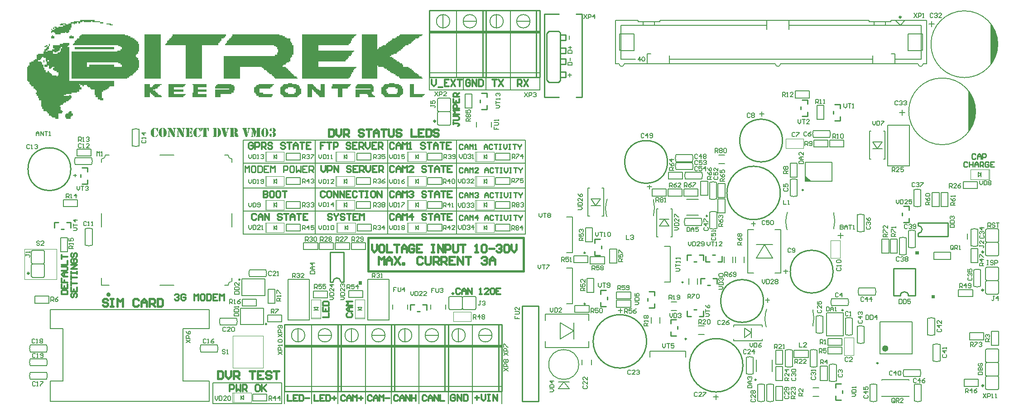
<source format=gto>
G04*
G04 #@! TF.GenerationSoftware,Altium Limited,Altium Designer,18.1.7 (191)*
G04*
G04 Layer_Color=65535*
%FSLAX24Y24*%
%MOIN*%
G70*
G01*
G75*
%ADD10C,0.0118*%
%ADD11C,0.0100*%
%ADD12C,0.0070*%
%ADD13C,0.0071*%
%ADD14C,0.0079*%
%ADD15C,0.0098*%
%ADD16C,0.0157*%
%ADD17C,0.0236*%
%ADD18C,0.0039*%
%ADD19C,0.0050*%
%ADD20C,0.0067*%
%ADD21C,0.0110*%
%ADD22R,0.4213X0.0226*%
G36*
X14009Y47210D02*
X14409D01*
Y47130D01*
X14649D01*
Y47050D01*
X14409D01*
Y47130D01*
X13849D01*
Y47210D01*
X13769D01*
Y47130D01*
X13209D01*
Y47210D01*
X13129D01*
Y47130D01*
X12969D01*
Y47050D01*
X12809D01*
Y47130D01*
X12729D01*
Y47050D01*
X12569D01*
Y46970D01*
X12489D01*
Y47050D01*
X12329D01*
Y46970D01*
Y46890D01*
Y46810D01*
Y46730D01*
X12249D01*
Y46650D01*
Y46570D01*
X12169D01*
Y46490D01*
Y46410D01*
X12089D01*
Y46330D01*
X11929D01*
Y46410D01*
X11849D01*
Y46330D01*
X11529D01*
Y46250D01*
X11129D01*
Y46330D01*
X11049D01*
Y46410D01*
X10889D01*
Y46330D01*
X10809D01*
Y46410D01*
Y46490D01*
X10889D01*
Y46570D01*
X10809D01*
Y46650D01*
X10889D01*
Y46570D01*
X11049D01*
Y46650D01*
X10969D01*
Y46730D01*
X11049D01*
Y46650D01*
X11129D01*
Y46730D01*
X11049D01*
Y46810D01*
X11209D01*
Y46730D01*
X11369D01*
Y46810D01*
X11689D01*
Y46890D01*
X11449D01*
Y46970D01*
X11529D01*
Y47050D01*
X11929D01*
Y46970D01*
X12089D01*
Y47050D01*
X12249D01*
Y47130D01*
X12489D01*
Y47210D01*
X12969D01*
Y47290D01*
X14009D01*
Y47210D01*
D02*
G37*
G36*
X15209Y46970D02*
X15369D01*
Y46890D01*
X15129D01*
Y46970D01*
X14889D01*
Y47050D01*
X15209D01*
Y46970D01*
D02*
G37*
G36*
X12329Y46090D02*
X12489D01*
Y46010D01*
Y45930D01*
X12169D01*
Y46010D01*
Y46090D01*
X12249D01*
Y46170D01*
X12329D01*
Y46090D01*
D02*
G37*
G36*
X10969D02*
X11049D01*
Y46010D01*
Y45930D01*
X10809D01*
Y46010D01*
Y46090D01*
X10889D01*
Y46170D01*
X10969D01*
Y46090D01*
D02*
G37*
G36*
X10729Y45450D02*
Y45370D01*
X10649D01*
Y45450D01*
Y45530D01*
X10729D01*
Y45450D01*
D02*
G37*
G36*
X38169Y46170D02*
X38089D01*
Y46090D01*
X37929D01*
Y46010D01*
X37849D01*
Y45930D01*
X37609D01*
Y45850D01*
X37529D01*
Y45770D01*
X37449D01*
Y45690D01*
X37369D01*
Y45610D01*
X37289D01*
Y45530D01*
X37129D01*
Y45450D01*
X36889D01*
Y45370D01*
X36809D01*
Y45290D01*
X36729D01*
Y45210D01*
X36649D01*
Y45130D01*
X36569D01*
Y45050D01*
X36409D01*
Y44970D01*
X36329D01*
Y44890D01*
X36249D01*
Y44810D01*
X36009D01*
Y44730D01*
X35849D01*
Y44650D01*
X35769D01*
Y44570D01*
X35929D01*
Y44490D01*
X36009D01*
Y44410D01*
X36169D01*
Y44330D01*
X36249D01*
Y44250D01*
X36409D01*
Y44170D01*
X36489D01*
Y44090D01*
X36649D01*
Y44010D01*
X36729D01*
Y43930D01*
Y43850D01*
X37129D01*
Y43770D01*
X37209D01*
Y43690D01*
X37369D01*
Y43610D01*
X37449D01*
Y43530D01*
X37529D01*
Y43450D01*
X37609D01*
Y43370D01*
X37769D01*
Y43290D01*
X37849D01*
Y43210D01*
X37929D01*
Y43130D01*
X38089D01*
Y43050D01*
X38169D01*
Y42970D01*
X36489D01*
Y43050D01*
X36409D01*
Y43130D01*
X36249D01*
Y43210D01*
X36169D01*
Y43290D01*
X36009D01*
Y43370D01*
X35849D01*
Y43450D01*
X35769D01*
Y43530D01*
X35609D01*
Y43610D01*
X35529D01*
Y43690D01*
X35369D01*
Y43770D01*
X35289D01*
Y43850D01*
X34889D01*
Y43930D01*
X34809D01*
Y43850D01*
Y43770D01*
Y43690D01*
Y43610D01*
Y43530D01*
Y43450D01*
Y43370D01*
Y43290D01*
Y43210D01*
Y43130D01*
Y43050D01*
Y42970D01*
X33689D01*
Y43050D01*
Y43130D01*
Y43210D01*
Y43290D01*
Y43370D01*
Y43450D01*
Y43530D01*
Y43610D01*
Y43690D01*
Y43770D01*
Y43850D01*
Y43930D01*
Y44010D01*
Y44090D01*
Y44170D01*
Y44250D01*
Y44330D01*
Y44410D01*
Y44490D01*
Y44570D01*
Y44650D01*
Y44730D01*
Y44810D01*
Y44890D01*
Y44970D01*
Y45050D01*
Y45130D01*
Y45210D01*
Y45290D01*
Y45370D01*
Y45450D01*
Y45530D01*
Y45610D01*
Y45690D01*
Y45770D01*
Y45850D01*
Y45930D01*
Y46010D01*
Y46090D01*
Y46170D01*
Y46250D01*
X34809D01*
Y46170D01*
Y46090D01*
Y46010D01*
Y45930D01*
Y45850D01*
Y45770D01*
Y45690D01*
Y45610D01*
Y45530D01*
Y45450D01*
Y45370D01*
Y45290D01*
Y45210D01*
Y45130D01*
X34889D01*
Y45210D01*
X34969D01*
Y45290D01*
X35129D01*
Y45370D01*
X35209D01*
Y45450D01*
X35449D01*
Y45530D01*
X35529D01*
Y45610D01*
X35609D01*
Y45690D01*
X35769D01*
Y45770D01*
X35849D01*
Y45850D01*
X35929D01*
Y45930D01*
X36169D01*
Y46010D01*
X36249D01*
Y46090D01*
X36409D01*
Y46170D01*
X36489D01*
Y46250D01*
X38169D01*
Y46170D01*
D02*
G37*
G36*
X15449Y45210D02*
Y45130D01*
X12569D01*
Y45210D01*
Y45290D01*
X15449D01*
Y45210D01*
D02*
G37*
G36*
X12169Y45530D02*
Y45450D01*
X12089D01*
Y45370D01*
X12009D01*
Y45290D01*
X12169D01*
Y45210D01*
Y45130D01*
Y45050D01*
Y44970D01*
Y44890D01*
Y44810D01*
Y44730D01*
Y44650D01*
Y44570D01*
Y44490D01*
Y44410D01*
Y44330D01*
Y44250D01*
Y44170D01*
Y44090D01*
Y44010D01*
Y43930D01*
Y43850D01*
Y43770D01*
Y43690D01*
Y43610D01*
Y43530D01*
Y43450D01*
Y43370D01*
Y43290D01*
Y43210D01*
Y43130D01*
Y43050D01*
Y42970D01*
Y42890D01*
Y42810D01*
X15449D01*
Y42730D01*
Y42650D01*
Y42570D01*
Y42490D01*
Y42410D01*
X15129D01*
Y42330D01*
X15049D01*
Y42250D01*
X14969D01*
Y42170D01*
X14809D01*
Y42090D01*
X14649D01*
Y42010D01*
X14569D01*
Y41930D01*
Y41850D01*
Y41770D01*
Y41690D01*
Y41610D01*
Y41530D01*
X14649D01*
Y41450D01*
Y41370D01*
X14409D01*
Y41450D01*
X14249D01*
Y41530D01*
Y41610D01*
X14089D01*
Y41690D01*
Y41770D01*
X14009D01*
Y41850D01*
Y41930D01*
Y42010D01*
Y42090D01*
Y42170D01*
X13769D01*
Y42250D01*
X13689D01*
Y42330D01*
X13529D01*
Y42410D01*
X13449D01*
Y42490D01*
X13209D01*
Y42410D01*
X13129D01*
Y42490D01*
X12969D01*
Y42570D01*
X12889D01*
Y42490D01*
X12969D01*
Y42410D01*
Y42330D01*
X13049D01*
Y42250D01*
Y42170D01*
X12889D01*
Y42090D01*
Y42010D01*
X12729D01*
Y41930D01*
X12329D01*
Y41850D01*
X11929D01*
Y41770D01*
X11769D01*
Y41690D01*
X12169D01*
Y41770D01*
X12249D01*
Y41690D01*
X12329D01*
Y41610D01*
Y41530D01*
X12249D01*
Y41450D01*
X12169D01*
Y41370D01*
X12089D01*
Y41290D01*
X11929D01*
Y41210D01*
X11769D01*
Y41130D01*
X11689D01*
Y41050D01*
X11529D01*
Y40970D01*
X11449D01*
Y40890D01*
X11529D01*
Y40810D01*
Y40730D01*
Y40650D01*
X11609D01*
Y40570D01*
X11689D01*
Y40490D01*
X11609D01*
Y40410D01*
X11369D01*
Y40330D01*
Y40250D01*
Y40170D01*
Y40090D01*
Y40010D01*
X11129D01*
Y40090D01*
X10889D01*
Y40170D01*
X10809D01*
Y40250D01*
X10649D01*
Y40330D01*
Y40410D01*
X10569D01*
Y40490D01*
X10489D01*
Y40570D01*
X10249D01*
Y40650D01*
Y40730D01*
X10169D01*
Y40810D01*
Y40890D01*
X10089D01*
Y40970D01*
Y41050D01*
Y41130D01*
Y41210D01*
Y41290D01*
Y41370D01*
X9929D01*
Y41450D01*
Y41530D01*
X9849D01*
Y41610D01*
Y41690D01*
X9769D01*
Y41770D01*
Y41850D01*
X9689D01*
Y41930D01*
X9769D01*
Y42010D01*
Y42090D01*
X9689D01*
Y42170D01*
X9609D01*
Y42250D01*
X9529D01*
Y42330D01*
Y42410D01*
X9369D01*
Y42490D01*
X9289D01*
Y42570D01*
X9209D01*
Y42650D01*
Y42730D01*
X9129D01*
Y42810D01*
X9049D01*
Y42890D01*
Y42970D01*
Y43050D01*
Y43130D01*
Y43210D01*
Y43290D01*
Y43370D01*
Y43450D01*
Y43530D01*
Y43610D01*
Y43690D01*
Y43770D01*
Y43850D01*
X9129D01*
Y43930D01*
X9209D01*
Y44010D01*
Y44090D01*
Y44170D01*
X9369D01*
Y44250D01*
X9529D01*
Y44330D01*
X9609D01*
Y44410D01*
X9769D01*
Y44490D01*
Y44570D01*
Y44650D01*
Y44730D01*
X9849D01*
Y44810D01*
X10249D01*
Y44890D01*
Y44970D01*
X10329D01*
Y45050D01*
Y45130D01*
X10409D01*
Y45210D01*
X10489D01*
Y45290D01*
X10329D01*
Y45370D01*
X10409D01*
Y45450D01*
X10569D01*
Y45370D01*
X10649D01*
Y45290D01*
Y45210D01*
Y45130D01*
X10569D01*
Y45050D01*
X10889D01*
Y45130D01*
X11049D01*
Y45210D01*
X10969D01*
Y45290D01*
Y45370D01*
Y45450D01*
X11449D01*
Y45530D01*
X11689D01*
Y45610D01*
X12169D01*
Y45530D01*
D02*
G37*
G36*
X80295Y46496D02*
X80492Y45906D01*
Y45512D01*
X80394Y44921D01*
X80295Y44528D01*
X80000Y44035D01*
Y46988D01*
X80295Y46496D01*
D02*
G37*
G36*
X33289Y46170D02*
X33209D01*
Y46090D01*
X33129D01*
Y46010D01*
X33049D01*
Y45930D01*
X32969D01*
Y45850D01*
Y45770D01*
X32889D01*
Y45690D01*
Y45610D01*
X32809D01*
Y45530D01*
X32729D01*
Y45450D01*
X30489D01*
Y45370D01*
Y45290D01*
Y45210D01*
Y45130D01*
Y45050D01*
X33129D01*
Y44970D01*
X33049D01*
Y44890D01*
X32969D01*
Y44810D01*
Y44730D01*
X32889D01*
Y44650D01*
X32729D01*
Y44570D01*
Y44490D01*
X32649D01*
Y44410D01*
X32569D01*
Y44330D01*
X32489D01*
Y44250D01*
X30489D01*
Y44170D01*
Y44090D01*
Y44010D01*
Y43930D01*
Y43850D01*
X33289D01*
Y43770D01*
X33209D01*
Y43690D01*
X33129D01*
Y43610D01*
X33049D01*
Y43530D01*
Y43450D01*
X32969D01*
Y43370D01*
Y43290D01*
X32889D01*
Y43210D01*
Y43130D01*
X32809D01*
Y43050D01*
X32729D01*
Y42970D01*
X29289D01*
Y43050D01*
Y43130D01*
Y43210D01*
Y43290D01*
Y43370D01*
Y43450D01*
Y43530D01*
Y43610D01*
Y43690D01*
Y43770D01*
Y43850D01*
Y43930D01*
Y44010D01*
Y44090D01*
Y44170D01*
Y44250D01*
Y44330D01*
Y44410D01*
Y44490D01*
Y44570D01*
Y44650D01*
Y44730D01*
Y44810D01*
Y44890D01*
Y44970D01*
Y45050D01*
Y45130D01*
Y45210D01*
Y45290D01*
Y45370D01*
Y45450D01*
Y45530D01*
Y45610D01*
Y45690D01*
Y45770D01*
Y45850D01*
Y45930D01*
Y46010D01*
Y46090D01*
Y46170D01*
Y46250D01*
X33289D01*
Y46170D01*
D02*
G37*
G36*
X27609D02*
X27849D01*
Y46090D01*
X28009D01*
Y46010D01*
X28169D01*
Y45930D01*
X28409D01*
Y45850D01*
Y45770D01*
Y45690D01*
X28489D01*
Y45610D01*
X28569D01*
Y45530D01*
Y45450D01*
X28649D01*
Y45370D01*
Y45290D01*
Y45210D01*
Y45130D01*
Y45050D01*
Y44970D01*
Y44890D01*
Y44810D01*
Y44730D01*
X28569D01*
Y44650D01*
Y44570D01*
X28489D01*
Y44490D01*
X28409D01*
Y44410D01*
Y44330D01*
Y44250D01*
X28329D01*
Y44170D01*
X28169D01*
Y44090D01*
X28089D01*
Y44010D01*
X27929D01*
Y43930D01*
X27849D01*
Y43850D01*
X28089D01*
Y43770D01*
X28169D01*
Y43690D01*
X28249D01*
Y43610D01*
X28329D01*
Y43530D01*
X28409D01*
Y43450D01*
X28489D01*
Y43370D01*
X28569D01*
Y43290D01*
X28649D01*
Y43210D01*
X28729D01*
Y43130D01*
X28889D01*
Y43050D01*
X28969D01*
Y42970D01*
X27289D01*
Y43050D01*
X27209D01*
Y43130D01*
X27129D01*
Y43210D01*
X27049D01*
Y43290D01*
X26889D01*
Y43370D01*
X26809D01*
Y43450D01*
X26729D01*
Y43530D01*
X26649D01*
Y43610D01*
X26489D01*
Y43690D01*
X26409D01*
Y43770D01*
X26329D01*
Y43850D01*
X24729D01*
Y43770D01*
Y43690D01*
Y43610D01*
Y43530D01*
Y43450D01*
Y43370D01*
Y43290D01*
Y43210D01*
Y43130D01*
Y43050D01*
Y42970D01*
X23529D01*
Y43050D01*
Y43130D01*
Y43210D01*
Y43290D01*
Y43370D01*
Y43450D01*
Y43530D01*
Y43610D01*
Y43690D01*
Y43770D01*
Y43850D01*
Y43930D01*
Y44010D01*
Y44090D01*
Y44170D01*
Y44250D01*
Y44330D01*
Y44410D01*
Y44490D01*
Y44570D01*
Y44650D01*
X27289D01*
Y44730D01*
X27449D01*
Y44810D01*
Y44890D01*
X27529D01*
Y44970D01*
Y45050D01*
Y45130D01*
X27449D01*
Y45210D01*
Y45290D01*
X27369D01*
Y45370D01*
X27209D01*
Y45450D01*
X23609D01*
Y45530D01*
X23689D01*
Y45610D01*
X23769D01*
Y45690D01*
Y45770D01*
X23849D01*
Y45850D01*
X23929D01*
Y45930D01*
X24009D01*
Y46010D01*
X24089D01*
Y46090D01*
X24169D01*
Y46170D01*
Y46250D01*
X27609D01*
Y46170D01*
D02*
G37*
G36*
X23689D02*
Y46090D01*
X23609D01*
Y46010D01*
X23529D01*
Y45930D01*
X23369D01*
Y45850D01*
Y45770D01*
X23289D01*
Y45690D01*
X23209D01*
Y45610D01*
X23129D01*
Y45530D01*
Y45450D01*
X21929D01*
Y45370D01*
Y45290D01*
Y45210D01*
Y45130D01*
Y45050D01*
Y44970D01*
Y44890D01*
Y44810D01*
Y44730D01*
Y44650D01*
Y44570D01*
Y44490D01*
Y44410D01*
Y44330D01*
Y44250D01*
Y44170D01*
Y44090D01*
Y44010D01*
Y43930D01*
Y43850D01*
Y43770D01*
Y43690D01*
Y43610D01*
Y43530D01*
Y43450D01*
Y43370D01*
Y43290D01*
Y43210D01*
Y43130D01*
Y43050D01*
Y42970D01*
X20729D01*
Y43050D01*
Y43130D01*
Y43210D01*
Y43290D01*
Y43370D01*
Y43450D01*
Y43530D01*
Y43610D01*
Y43690D01*
Y43770D01*
Y43850D01*
Y43930D01*
Y44010D01*
Y44090D01*
Y44170D01*
Y44250D01*
Y44330D01*
Y44410D01*
Y44490D01*
Y44570D01*
Y44650D01*
Y44730D01*
Y44810D01*
Y44890D01*
Y44970D01*
Y45050D01*
Y45130D01*
Y45210D01*
Y45290D01*
Y45370D01*
Y45450D01*
X19209D01*
Y45530D01*
X19289D01*
Y45610D01*
X19369D01*
Y45690D01*
Y45770D01*
X19449D01*
Y45850D01*
X19529D01*
Y45930D01*
X19609D01*
Y46010D01*
X19689D01*
Y46090D01*
X19769D01*
Y46170D01*
Y46250D01*
X23689D01*
Y46170D01*
D02*
G37*
G36*
X18889D02*
Y46090D01*
Y46010D01*
Y45930D01*
Y45850D01*
Y45770D01*
Y45690D01*
Y45610D01*
Y45530D01*
Y45450D01*
Y45370D01*
Y45290D01*
Y45210D01*
Y45130D01*
Y45050D01*
Y44970D01*
Y44890D01*
Y44810D01*
Y44730D01*
Y44650D01*
Y44570D01*
Y44490D01*
Y44410D01*
Y44330D01*
Y44250D01*
Y44170D01*
Y44090D01*
Y44010D01*
Y43930D01*
Y43850D01*
Y43770D01*
Y43690D01*
Y43610D01*
Y43530D01*
Y43450D01*
Y43370D01*
Y43290D01*
Y43210D01*
Y43130D01*
Y43050D01*
Y42970D01*
X17689D01*
Y43050D01*
Y43130D01*
Y43210D01*
Y43290D01*
Y43370D01*
Y43450D01*
Y43530D01*
Y43610D01*
Y43690D01*
Y43770D01*
Y43850D01*
Y43930D01*
Y44010D01*
Y44090D01*
Y44170D01*
Y44250D01*
Y44330D01*
Y44410D01*
Y44490D01*
Y44570D01*
Y44650D01*
Y44730D01*
Y44810D01*
Y44890D01*
Y44970D01*
Y45050D01*
Y45130D01*
Y45210D01*
Y45290D01*
Y45370D01*
Y45450D01*
Y45530D01*
Y45610D01*
Y45690D01*
Y45770D01*
Y45850D01*
Y45930D01*
Y46010D01*
Y46090D01*
Y46170D01*
Y46250D01*
X18889D01*
Y46170D01*
D02*
G37*
G36*
X16249D02*
X16489D01*
Y46090D01*
X16649D01*
Y46010D01*
X16809D01*
Y45930D01*
X16969D01*
Y45850D01*
X17049D01*
Y45770D01*
X17129D01*
Y45690D01*
X17209D01*
Y45610D01*
Y45530D01*
X17289D01*
Y45450D01*
Y45370D01*
Y45290D01*
Y45210D01*
Y45130D01*
Y45050D01*
Y44970D01*
X17209D01*
Y44890D01*
Y44810D01*
X17129D01*
Y44730D01*
X17049D01*
Y44650D01*
Y44570D01*
X17129D01*
Y44490D01*
X17209D01*
Y44410D01*
Y44330D01*
X17289D01*
Y44250D01*
Y44170D01*
Y44090D01*
Y44010D01*
Y43930D01*
Y43850D01*
Y43770D01*
X17209D01*
Y43690D01*
Y43610D01*
X17129D01*
Y43530D01*
X17049D01*
Y43450D01*
X16969D01*
Y43370D01*
X16889D01*
Y43290D01*
X16809D01*
Y43210D01*
X16649D01*
Y43130D01*
X16569D01*
Y43050D01*
X16409D01*
Y42970D01*
X12329D01*
Y43050D01*
Y43130D01*
Y43210D01*
Y43290D01*
Y43370D01*
Y43450D01*
Y43530D01*
Y43610D01*
Y43690D01*
Y43770D01*
Y43850D01*
Y43930D01*
Y44010D01*
Y44090D01*
Y44170D01*
Y44250D01*
Y44330D01*
Y44410D01*
Y44490D01*
Y44570D01*
Y44650D01*
Y44730D01*
Y44810D01*
Y44890D01*
Y44970D01*
X15689D01*
Y45050D01*
X15929D01*
Y45130D01*
X16009D01*
Y45210D01*
Y45290D01*
X15929D01*
Y45370D01*
X15769D01*
Y45450D01*
X12409D01*
Y45530D01*
X12489D01*
Y45610D01*
X12569D01*
Y45690D01*
Y45770D01*
X12649D01*
Y45850D01*
X12729D01*
Y45930D01*
X12889D01*
Y46010D01*
Y46090D01*
X12969D01*
Y46170D01*
X13049D01*
Y46250D01*
X16249D01*
Y46170D01*
D02*
G37*
G36*
X18969Y42490D02*
X18809D01*
Y42410D01*
X18729D01*
Y42330D01*
X18649D01*
Y42250D01*
X18489D01*
Y42170D01*
X18329D01*
Y42090D01*
X18489D01*
Y42010D01*
X18569D01*
Y41930D01*
X18649D01*
Y41850D01*
X18729D01*
Y41770D01*
X18889D01*
Y41690D01*
X18969D01*
Y41610D01*
X18409D01*
Y41690D01*
X18329D01*
Y41770D01*
X18249D01*
Y41850D01*
X18169D01*
Y41930D01*
X18089D01*
Y41850D01*
Y41770D01*
Y41690D01*
Y41610D01*
X17689D01*
Y41690D01*
Y41770D01*
Y41850D01*
Y41930D01*
Y42010D01*
Y42090D01*
Y42170D01*
Y42250D01*
Y42330D01*
Y42410D01*
Y42490D01*
Y42570D01*
X18089D01*
Y42490D01*
Y42410D01*
Y42330D01*
X18249D01*
Y42410D01*
X18329D01*
Y42490D01*
X18409D01*
Y42570D01*
X18969D01*
Y42490D01*
D02*
G37*
G36*
X30969D02*
Y42410D01*
Y42330D01*
Y42250D01*
Y42170D01*
Y42090D01*
Y42010D01*
Y41930D01*
Y41850D01*
Y41770D01*
Y41690D01*
Y41610D01*
X30569D01*
Y41690D01*
X30489D01*
Y41770D01*
X30409D01*
Y41850D01*
X30329D01*
Y41930D01*
X30249D01*
Y42010D01*
X30169D01*
Y42090D01*
X30089D01*
Y42170D01*
X30009D01*
Y42090D01*
Y42010D01*
Y41930D01*
Y41850D01*
Y41770D01*
Y41690D01*
Y41610D01*
X29689D01*
Y41690D01*
Y41770D01*
Y41850D01*
Y41930D01*
Y42010D01*
Y42090D01*
Y42170D01*
Y42250D01*
Y42330D01*
Y42410D01*
Y42490D01*
Y42570D01*
X30089D01*
Y42490D01*
X30169D01*
Y42410D01*
X30249D01*
Y42330D01*
X30329D01*
Y42250D01*
X30409D01*
Y42170D01*
X30569D01*
Y42090D01*
X30649D01*
Y42170D01*
Y42250D01*
Y42330D01*
Y42410D01*
Y42490D01*
Y42570D01*
X30969D01*
Y42490D01*
D02*
G37*
G36*
X37529D02*
Y42410D01*
Y42330D01*
Y42250D01*
Y42170D01*
Y42090D01*
Y42010D01*
Y41930D01*
Y41850D01*
X38329D01*
Y41770D01*
X38249D01*
Y41690D01*
X38169D01*
Y41610D01*
X37209D01*
Y41690D01*
Y41770D01*
Y41850D01*
Y41930D01*
Y42010D01*
Y42090D01*
Y42170D01*
Y42250D01*
Y42330D01*
Y42410D01*
Y42490D01*
Y42570D01*
X37529D01*
Y42490D01*
D02*
G37*
G36*
X36089Y42570D02*
X36409D01*
Y42490D01*
X36569D01*
Y42410D01*
X36649D01*
Y42330D01*
Y42250D01*
X36729D01*
Y42170D01*
Y42090D01*
Y42010D01*
Y41930D01*
Y41850D01*
X36649D01*
Y41770D01*
X36569D01*
Y41690D01*
X36489D01*
Y41610D01*
X35369D01*
Y41690D01*
X35289D01*
Y41770D01*
X35209D01*
Y41850D01*
X35129D01*
Y41930D01*
Y42010D01*
Y42090D01*
Y42170D01*
Y42250D01*
Y42330D01*
X35209D01*
Y42410D01*
X35289D01*
Y42490D01*
X35369D01*
Y42570D01*
X35689D01*
Y42650D01*
X36089D01*
Y42570D01*
D02*
G37*
G36*
X34409Y42490D02*
X34489D01*
Y42410D01*
X34569D01*
Y42330D01*
Y42250D01*
Y42170D01*
Y42090D01*
Y42010D01*
X34409D01*
Y41930D01*
Y41850D01*
X34489D01*
Y41770D01*
X34569D01*
Y41690D01*
X34649D01*
Y41610D01*
X34169D01*
Y41690D01*
Y41770D01*
X34089D01*
Y41850D01*
X33529D01*
Y41770D01*
Y41690D01*
Y41610D01*
X33209D01*
Y41690D01*
Y41770D01*
Y41850D01*
Y41930D01*
Y42010D01*
Y42090D01*
Y42170D01*
X34329D01*
Y42250D01*
X33209D01*
Y42330D01*
Y42410D01*
X33289D01*
Y42490D01*
X33369D01*
Y42570D01*
X34409D01*
Y42490D01*
D02*
G37*
G36*
X32889D02*
X32809D01*
Y42410D01*
X32729D01*
Y42330D01*
X32649D01*
Y42250D01*
X32249D01*
Y42170D01*
Y42090D01*
Y42010D01*
Y41930D01*
Y41850D01*
Y41770D01*
Y41690D01*
Y41610D01*
X31929D01*
Y41690D01*
Y41770D01*
Y41850D01*
Y41930D01*
Y42010D01*
Y42090D01*
Y42170D01*
Y42250D01*
X31449D01*
Y42330D01*
Y42410D01*
X31529D01*
Y42490D01*
Y42570D01*
X32889D01*
Y42490D01*
D02*
G37*
G36*
X28569Y42570D02*
X28889D01*
Y42490D01*
X29049D01*
Y42410D01*
X29129D01*
Y42330D01*
Y42250D01*
X29209D01*
Y42170D01*
Y42090D01*
Y42010D01*
Y41930D01*
Y41850D01*
X29129D01*
Y41770D01*
X29049D01*
Y41690D01*
X28969D01*
Y41610D01*
X27929D01*
Y41690D01*
X27849D01*
Y41770D01*
X27769D01*
Y41850D01*
X27689D01*
Y41930D01*
Y42010D01*
Y42090D01*
Y42170D01*
Y42250D01*
Y42330D01*
X27769D01*
Y42410D01*
X27849D01*
Y42490D01*
X27929D01*
Y42570D01*
X28249D01*
Y42650D01*
X28569D01*
Y42570D01*
D02*
G37*
G36*
X27209Y42490D02*
X27129D01*
Y42410D01*
X27049D01*
Y42330D01*
X26969D01*
Y42250D01*
X26169D01*
Y42170D01*
Y42090D01*
Y42010D01*
Y41930D01*
X26409D01*
Y41850D01*
X27129D01*
Y41770D01*
Y41690D01*
X27049D01*
Y41610D01*
X26089D01*
Y41690D01*
X25929D01*
Y41770D01*
Y41850D01*
X25849D01*
Y41930D01*
X25769D01*
Y42010D01*
Y42090D01*
Y42170D01*
Y42250D01*
Y42330D01*
X25849D01*
Y42410D01*
X25929D01*
Y42490D01*
X26089D01*
Y42570D01*
X27209D01*
Y42490D01*
D02*
G37*
G36*
X24089D02*
X24249D01*
Y42410D01*
X24329D01*
Y42330D01*
Y42250D01*
Y42170D01*
Y42090D01*
X24249D01*
Y42010D01*
Y41930D01*
X24089D01*
Y41850D01*
X23289D01*
Y41770D01*
Y41690D01*
Y41610D01*
X22889D01*
Y41690D01*
Y41770D01*
Y41850D01*
Y41930D01*
Y42010D01*
Y42090D01*
Y42170D01*
X23929D01*
Y42250D01*
X22889D01*
Y42330D01*
Y42410D01*
X22969D01*
Y42490D01*
X23049D01*
Y42570D01*
X24089D01*
Y42490D01*
D02*
G37*
G36*
X22249D02*
Y42410D01*
Y42330D01*
X21609D01*
Y42250D01*
Y42170D01*
X22249D01*
Y42090D01*
Y42010D01*
X21609D01*
Y41930D01*
Y41850D01*
X22249D01*
Y41770D01*
Y41690D01*
Y41610D01*
X21209D01*
Y41690D01*
Y41770D01*
Y41850D01*
Y41930D01*
X21289D01*
Y42010D01*
Y42090D01*
Y42170D01*
Y42250D01*
Y42330D01*
Y42410D01*
Y42490D01*
X21209D01*
Y42570D01*
X22249D01*
Y42490D01*
D02*
G37*
G36*
X20729D02*
X20649D01*
Y42410D01*
X20569D01*
Y42330D01*
X19849D01*
Y42250D01*
Y42170D01*
X20569D01*
Y42090D01*
Y42010D01*
X19849D01*
Y41930D01*
Y41850D01*
X20729D01*
Y41770D01*
X20649D01*
Y41690D01*
X20569D01*
Y41610D01*
X19449D01*
Y41690D01*
Y41770D01*
Y41850D01*
Y41930D01*
Y42010D01*
Y42090D01*
Y42170D01*
Y42250D01*
Y42330D01*
Y42410D01*
Y42490D01*
Y42570D01*
X20729D01*
Y42490D01*
D02*
G37*
G36*
X12329Y40490D02*
Y40410D01*
X12409D01*
Y40330D01*
Y40250D01*
X12329D01*
Y40170D01*
X12249D01*
Y40090D01*
Y40010D01*
X11929D01*
Y40090D01*
X11849D01*
Y40170D01*
Y40250D01*
Y40330D01*
X11929D01*
Y40410D01*
X12089D01*
Y40490D01*
X12169D01*
Y40570D01*
X12329D01*
Y40490D01*
D02*
G37*
G36*
X78661Y41545D02*
X78858Y40955D01*
Y40561D01*
X78760Y39970D01*
X78661Y39577D01*
X78366Y39085D01*
Y42037D01*
X78661Y41545D01*
D02*
G37*
G36*
X74674Y29998D02*
X74424D01*
Y30248D01*
X74674D01*
Y29998D01*
D02*
G37*
G36*
X33698Y27780D02*
X33448D01*
Y28030D01*
X33698D01*
Y27780D01*
D02*
G37*
G36*
X75868Y26756D02*
X75618D01*
Y27006D01*
X75868D01*
Y26756D01*
D02*
G37*
G36*
X21795Y39347D02*
X21801Y39345D01*
X21807Y39339D01*
X21808Y39338D01*
X21811Y39334D01*
X21813Y39326D01*
X21814Y39316D01*
Y39114D01*
Y39113D01*
Y39111D01*
X21813Y39104D01*
X21811Y39094D01*
X21806Y39087D01*
X21804Y39086D01*
X21799Y39082D01*
X21793Y39079D01*
X21785Y39078D01*
X21783D01*
X21778Y39079D01*
X21773Y39081D01*
X21766Y39084D01*
X21765Y39086D01*
X21763Y39091D01*
X21759Y39099D01*
X21755Y39110D01*
Y39112D01*
X21753Y39116D01*
X21751Y39123D01*
X21749Y39131D01*
X21742Y39151D01*
X21738Y39161D01*
X21735Y39170D01*
X21734Y39172D01*
X21731Y39177D01*
X21727Y39186D01*
X21722Y39196D01*
X21714Y39208D01*
X21706Y39221D01*
X21697Y39233D01*
X21688Y39245D01*
X21687Y39246D01*
X21684Y39248D01*
X21681Y39252D01*
X21677Y39256D01*
X21665Y39266D01*
X21652Y39275D01*
X21650D01*
X21648Y39277D01*
X21645Y39278D01*
X21641Y39280D01*
X21628Y39284D01*
X21612Y39288D01*
Y39347D01*
X21613D01*
X21617Y39346D01*
X21620D01*
X21625Y39345D01*
X21637Y39341D01*
X21649Y39338D01*
X21650D01*
X21653Y39337D01*
X21656Y39336D01*
X21663Y39335D01*
X21669Y39331D01*
X21679Y39329D01*
X21691Y39325D01*
X21704Y39320D01*
X21705D01*
X21708Y39319D01*
X21713Y39318D01*
X21717Y39316D01*
X21728Y39313D01*
X21734Y39312D01*
X21739D01*
X21744Y39313D01*
X21752Y39317D01*
X21755Y39319D01*
X21759Y39324D01*
X21765Y39336D01*
Y39337D01*
X21766Y39338D01*
X21770Y39342D01*
X21777Y39346D01*
X21782Y39348D01*
X21789D01*
X21795Y39347D01*
D02*
G37*
G36*
X18658D02*
X18664Y39345D01*
X18670Y39339D01*
X18671Y39338D01*
X18674Y39334D01*
X18676Y39326D01*
X18678Y39316D01*
Y39114D01*
Y39113D01*
Y39111D01*
X18676Y39104D01*
X18674Y39094D01*
X18669Y39087D01*
X18667Y39086D01*
X18662Y39082D01*
X18656Y39079D01*
X18648Y39078D01*
X18646D01*
X18641Y39079D01*
X18636Y39081D01*
X18629Y39084D01*
X18628Y39086D01*
X18626Y39091D01*
X18622Y39099D01*
X18619Y39110D01*
Y39112D01*
X18616Y39116D01*
X18614Y39123D01*
X18612Y39131D01*
X18605Y39151D01*
X18601Y39161D01*
X18598Y39170D01*
X18597Y39172D01*
X18594Y39177D01*
X18590Y39186D01*
X18585Y39196D01*
X18577Y39208D01*
X18569Y39221D01*
X18561Y39233D01*
X18551Y39245D01*
X18550Y39246D01*
X18547Y39248D01*
X18544Y39252D01*
X18540Y39256D01*
X18528Y39266D01*
X18515Y39275D01*
X18514D01*
X18511Y39277D01*
X18508Y39278D01*
X18504Y39280D01*
X18491Y39284D01*
X18475Y39288D01*
Y39347D01*
X18476D01*
X18480Y39346D01*
X18483D01*
X18488Y39345D01*
X18500Y39341D01*
X18512Y39338D01*
X18514D01*
X18516Y39337D01*
X18519Y39336D01*
X18526Y39335D01*
X18532Y39331D01*
X18542Y39329D01*
X18554Y39325D01*
X18567Y39320D01*
X18568D01*
X18571Y39319D01*
X18576Y39318D01*
X18580Y39316D01*
X18591Y39313D01*
X18597Y39312D01*
X18602D01*
X18608Y39313D01*
X18615Y39317D01*
X18619Y39319D01*
X18622Y39324D01*
X18628Y39336D01*
Y39337D01*
X18629Y39338D01*
X18633Y39342D01*
X18640Y39346D01*
X18645Y39348D01*
X18652D01*
X18658Y39347D01*
D02*
G37*
G36*
X21226Y39162D02*
Y39161D01*
Y39160D01*
X21225Y39153D01*
X21224Y39147D01*
X21220Y39140D01*
X21219Y39139D01*
X21215Y39137D01*
X21210Y39135D01*
X21201Y39134D01*
X21200D01*
X21196Y39135D01*
X21190Y39136D01*
X21186Y39138D01*
X21185Y39139D01*
X21184Y39142D01*
X21181Y39147D01*
X21177Y39155D01*
Y39157D01*
X21176Y39158D01*
X21174Y39165D01*
X21170Y39175D01*
X21163Y39187D01*
X21155Y39201D01*
X21147Y39216D01*
X21136Y39230D01*
X21123Y39242D01*
X21121Y39243D01*
X21116Y39246D01*
X21108Y39252D01*
X21097Y39257D01*
X21084Y39264D01*
X21069Y39269D01*
X21050Y39274D01*
X21031Y39277D01*
Y39335D01*
X21226D01*
Y39162D01*
D02*
G37*
G36*
X22421Y39135D02*
Y39133D01*
X22420Y39127D01*
X22418Y39120D01*
X22412Y39113D01*
X22411Y39112D01*
X22407Y39108D01*
X22400Y39105D01*
X22392Y39104D01*
X22389D01*
X22385Y39105D01*
X22377Y39107D01*
X22371Y39112D01*
X22370Y39113D01*
X22366Y39117D01*
X22363Y39124D01*
X22361Y39134D01*
X22357Y39163D01*
Y39165D01*
X22355Y39171D01*
X22353Y39179D01*
X22350Y39190D01*
X22347Y39202D01*
X22341Y39216D01*
X22336Y39229D01*
X22328Y39242D01*
X22327Y39243D01*
X22326Y39245D01*
X22323Y39249D01*
X22319Y39254D01*
X22307Y39265D01*
X22293Y39276D01*
Y39335D01*
X22421D01*
Y39135D01*
D02*
G37*
G36*
X21997Y39276D02*
X21996Y39275D01*
X21994Y39274D01*
X21989Y39270D01*
X21984Y39267D01*
X21972Y39256D01*
X21961Y39242D01*
X21960Y39241D01*
X21958Y39236D01*
X21954Y39229D01*
X21950Y39220D01*
X21944Y39208D01*
X21940Y39195D01*
X21936Y39179D01*
X21932Y39163D01*
X21928Y39134D01*
Y39133D01*
Y39131D01*
X21926Y39126D01*
X21923Y39118D01*
X21917Y39112D01*
X21916Y39111D01*
X21912Y39108D01*
X21905Y39105D01*
X21897Y39104D01*
X21895D01*
X21890Y39105D01*
X21883Y39107D01*
X21877Y39113D01*
X21876Y39114D01*
X21873Y39119D01*
X21870Y39126D01*
X21869Y39135D01*
Y39335D01*
X21997D01*
Y39276D01*
D02*
G37*
G36*
X27062Y39291D02*
X27061D01*
X27059Y39290D01*
X27055D01*
X27051Y39288D01*
X27042Y39286D01*
X27038Y39283D01*
X27035Y39281D01*
X27034D01*
X27031Y39279D01*
X27029Y39277D01*
X27026Y39274D01*
Y39272D01*
X27025Y39271D01*
X27024Y39268D01*
X27023Y39266D01*
Y39265D01*
X27024Y39261D01*
X27027Y39256D01*
X27032Y39251D01*
X27054Y39232D01*
X27055Y39231D01*
X27056Y39230D01*
X27060Y39227D01*
X27063Y39221D01*
X27065Y39216D01*
X27068Y39207D01*
X27070Y39197D01*
X27071Y39186D01*
Y39185D01*
Y39181D01*
X27070Y39174D01*
X27067Y39165D01*
X27064Y39157D01*
X27060Y39146D01*
X27053Y39136D01*
X27044Y39126D01*
X27043Y39125D01*
X27040Y39122D01*
X27035Y39118D01*
X27027Y39114D01*
X27018Y39108D01*
X27008Y39105D01*
X26996Y39102D01*
X26983Y39101D01*
X26978D01*
X26970Y39102D01*
X26962Y39104D01*
X26953Y39107D01*
X26943Y39112D01*
X26933Y39117D01*
X26923Y39126D01*
X26922Y39127D01*
X26920Y39130D01*
X26915Y39136D01*
X26911Y39143D01*
X26907Y39153D01*
X26902Y39164D01*
X26900Y39176D01*
X26899Y39190D01*
Y39192D01*
Y39196D01*
X26900Y39202D01*
X26901Y39210D01*
X26903Y39220D01*
X26906Y39231D01*
X26910Y39242D01*
X26915Y39253D01*
X26917Y39254D01*
X26919Y39258D01*
X26923Y39264D01*
X26929Y39270D01*
X26935Y39279D01*
X26944Y39288D01*
X26954Y39296D01*
X26965Y39304D01*
X26967Y39305D01*
X26971Y39308D01*
X26979Y39313D01*
X26990Y39317D01*
X27004Y39324D01*
X27020Y39329D01*
X27040Y39335D01*
X27062Y39340D01*
Y39291D01*
D02*
G37*
G36*
X20634Y39334D02*
X20645Y39331D01*
X20650Y39329D01*
X20654Y39326D01*
X20655Y39325D01*
X20658Y39320D01*
X20661Y39315D01*
X20662Y39307D01*
Y39306D01*
X20661Y39302D01*
X20660Y39296D01*
X20657Y39292D01*
X20656Y39291D01*
X20653Y39289D01*
X20646Y39284D01*
X20641Y39282D01*
X20635Y39279D01*
X20634Y39278D01*
X20631Y39277D01*
X20626Y39274D01*
X20621Y39269D01*
X20614Y39264D01*
X20608Y39256D01*
X20601Y39248D01*
X20596Y39239D01*
Y39237D01*
X20595Y39235D01*
X20594Y39231D01*
X20591Y39224D01*
X20590Y39217D01*
X20588Y39207D01*
X20587Y39196D01*
Y39184D01*
Y38963D01*
X20536Y39049D01*
Y39184D01*
Y39186D01*
Y39190D01*
X20535Y39198D01*
Y39207D01*
X20530Y39228D01*
X20528Y39237D01*
X20524Y39246D01*
Y39247D01*
X20521Y39249D01*
X20518Y39254D01*
X20514Y39259D01*
X20508Y39265D01*
X20501Y39271D01*
X20492Y39278D01*
X20481Y39284D01*
X20480Y39286D01*
X20476Y39288D01*
X20471Y39291D01*
X20467Y39294D01*
Y39295D01*
X20466Y39299D01*
X20465Y39303D01*
X20463Y39308D01*
Y39310D01*
Y39311D01*
X20465Y39316D01*
X20467Y39323D01*
X20471Y39328D01*
X20473Y39329D01*
X20478Y39331D01*
X20486Y39334D01*
X20500Y39335D01*
X20630D01*
X20634Y39334D01*
D02*
G37*
G36*
X19965D02*
X19976Y39331D01*
X19981Y39329D01*
X19985Y39326D01*
X19986Y39325D01*
X19989Y39320D01*
X19992Y39315D01*
X19993Y39307D01*
Y39306D01*
X19992Y39302D01*
X19991Y39296D01*
X19988Y39292D01*
X19987Y39291D01*
X19984Y39289D01*
X19977Y39284D01*
X19972Y39282D01*
X19966Y39279D01*
X19965Y39278D01*
X19962Y39277D01*
X19957Y39274D01*
X19952Y39269D01*
X19945Y39264D01*
X19939Y39256D01*
X19932Y39248D01*
X19927Y39239D01*
Y39237D01*
X19926Y39235D01*
X19925Y39231D01*
X19922Y39224D01*
X19921Y39217D01*
X19919Y39207D01*
X19918Y39196D01*
Y39184D01*
Y38963D01*
X19867Y39049D01*
Y39184D01*
Y39186D01*
Y39190D01*
X19866Y39198D01*
Y39207D01*
X19861Y39228D01*
X19859Y39237D01*
X19855Y39246D01*
Y39247D01*
X19852Y39249D01*
X19849Y39254D01*
X19845Y39259D01*
X19839Y39265D01*
X19832Y39271D01*
X19823Y39278D01*
X19812Y39284D01*
X19811Y39286D01*
X19807Y39288D01*
X19802Y39291D01*
X19798Y39294D01*
Y39295D01*
X19797Y39299D01*
X19796Y39303D01*
X19795Y39308D01*
Y39310D01*
Y39311D01*
X19796Y39316D01*
X19798Y39323D01*
X19802Y39328D01*
X19804Y39329D01*
X19809Y39331D01*
X19818Y39334D01*
X19831Y39335D01*
X19961D01*
X19965Y39334D01*
D02*
G37*
G36*
X25457Y39333D02*
X25462Y39331D01*
X25465Y39330D01*
X25466D01*
X25467Y39329D01*
X25472Y39325D01*
X25475Y39318D01*
X25477Y39314D01*
Y39308D01*
Y39307D01*
Y39303D01*
X25475Y39299D01*
X25473Y39294D01*
X25472Y39293D01*
X25469Y39291D01*
X25466Y39288D01*
X25460Y39284D01*
X25434Y39272D01*
X25433D01*
X25432Y39271D01*
X25425Y39267D01*
X25420Y39263D01*
X25416Y39258D01*
X25410Y39252D01*
X25405Y39244D01*
X25404Y39243D01*
X25403Y39241D01*
X25399Y39235D01*
X25397Y39230D01*
X25393Y39222D01*
X25390Y39214D01*
X25382Y39195D01*
X25304Y38911D01*
X25278Y39001D01*
X25334Y39207D01*
Y39208D01*
X25335Y39210D01*
X25337Y39217D01*
X25339Y39224D01*
Y39228D01*
X25340Y39230D01*
Y39232D01*
X25339Y39237D01*
X25338Y39245D01*
X25335Y39254D01*
Y39255D01*
X25334Y39257D01*
X25330Y39264D01*
X25322Y39271D01*
X25316Y39275D01*
X25311Y39277D01*
X25295Y39282D01*
X25293D01*
X25291Y39283D01*
X25286Y39288D01*
X25279Y39295D01*
X25277Y39301D01*
X25276Y39307D01*
Y39308D01*
Y39310D01*
X25277Y39315D01*
X25280Y39322D01*
X25286Y39327D01*
X25288Y39328D01*
X25293Y39331D01*
X25303Y39334D01*
X25316Y39335D01*
X25448D01*
X25457Y39333D01*
D02*
G37*
G36*
X23911D02*
X23915Y39331D01*
X23918Y39330D01*
X23920D01*
X23921Y39329D01*
X23925Y39325D01*
X23928Y39318D01*
X23930Y39314D01*
Y39308D01*
Y39307D01*
Y39303D01*
X23928Y39299D01*
X23926Y39294D01*
X23925Y39293D01*
X23923Y39291D01*
X23920Y39288D01*
X23913Y39284D01*
X23888Y39272D01*
X23887D01*
X23886Y39271D01*
X23878Y39267D01*
X23874Y39263D01*
X23869Y39258D01*
X23864Y39252D01*
X23858Y39244D01*
X23857Y39243D01*
X23856Y39241D01*
X23853Y39235D01*
X23851Y39230D01*
X23846Y39222D01*
X23843Y39214D01*
X23835Y39195D01*
X23758Y38911D01*
X23732Y39001D01*
X23787Y39207D01*
Y39208D01*
X23788Y39210D01*
X23791Y39217D01*
X23793Y39224D01*
Y39228D01*
X23794Y39230D01*
Y39232D01*
X23793Y39237D01*
X23792Y39245D01*
X23788Y39254D01*
Y39255D01*
X23787Y39257D01*
X23783Y39264D01*
X23775Y39271D01*
X23770Y39275D01*
X23764Y39277D01*
X23748Y39282D01*
X23747D01*
X23745Y39283D01*
X23739Y39288D01*
X23733Y39295D01*
X23730Y39301D01*
X23729Y39307D01*
Y39308D01*
Y39310D01*
X23730Y39315D01*
X23734Y39322D01*
X23739Y39327D01*
X23741Y39328D01*
X23747Y39331D01*
X23757Y39334D01*
X23770Y39335D01*
X23901D01*
X23911Y39333D01*
D02*
G37*
G36*
X21127Y39141D02*
X21133Y39137D01*
X21137Y39134D01*
X21139Y39129D01*
X21140Y39128D01*
X21141Y39124D01*
X21142Y39119D01*
Y39115D01*
X21143Y39108D01*
Y39101D01*
Y38916D01*
Y38915D01*
Y38913D01*
Y38908D01*
X21142Y38904D01*
X21141Y38893D01*
X21140Y38889D01*
X21138Y38884D01*
X21137Y38883D01*
X21133Y38880D01*
X21128Y38877D01*
X21119Y38876D01*
X21117D01*
X21113Y38877D01*
X21106Y38879D01*
X21101Y38882D01*
X21100Y38883D01*
X21097Y38888D01*
X21094Y38894D01*
X21091Y38905D01*
Y38906D01*
X21090Y38911D01*
X21088Y38916D01*
X21085Y38924D01*
X21078Y38940D01*
X21073Y38948D01*
X21068Y38955D01*
X21067Y38957D01*
X21066Y38959D01*
X21061Y38962D01*
X21057Y38965D01*
X21052Y38970D01*
X21045Y38974D01*
X21037Y38977D01*
X21029Y38981D01*
Y39036D01*
X21030Y39037D01*
X21033Y39039D01*
X21038Y39042D01*
X21044Y39045D01*
X21057Y39055D01*
X21064Y39060D01*
X21069Y39066D01*
X21070Y39067D01*
X21071Y39069D01*
X21073Y39072D01*
X21077Y39078D01*
X21080Y39083D01*
X21084Y39091D01*
X21086Y39100D01*
X21090Y39110D01*
Y39111D01*
X21091Y39113D01*
X21093Y39119D01*
X21096Y39128D01*
X21097Y39131D01*
X21100Y39135D01*
X21101Y39136D01*
X21104Y39139D01*
X21111Y39141D01*
X21118Y39142D01*
X21120D01*
X21127Y39141D01*
D02*
G37*
G36*
X26198Y39334D02*
X26206Y39331D01*
X26213Y39328D01*
X26218Y39324D01*
X26223Y39317D01*
X26224Y39308D01*
Y39307D01*
Y39305D01*
X26221Y39298D01*
X26219Y39293D01*
X26215Y39289D01*
X26210Y39286D01*
X26204Y39282D01*
X26203D01*
X26202Y39281D01*
X26195Y39279D01*
X26189Y39277D01*
X26186D01*
X26184Y39276D01*
X26183Y39275D01*
X26182Y39274D01*
X26180Y39270D01*
X26179Y39269D01*
X26178Y39265D01*
X26175Y39257D01*
X26174Y39246D01*
Y38759D01*
Y38758D01*
Y38757D01*
X26175Y38750D01*
X26177Y38741D01*
X26180Y38735D01*
Y38734D01*
X26181Y38732D01*
X26183Y38730D01*
X26184Y38729D01*
X26185D01*
X26188Y38728D01*
X26194Y38726D01*
X26198Y38725D01*
X26204Y38723D01*
X26205D01*
X26207Y38722D01*
X26214Y38717D01*
X26220Y38708D01*
X26223Y38703D01*
X26224Y38696D01*
Y38695D01*
Y38692D01*
X26221Y38689D01*
X26219Y38684D01*
X26215Y38679D01*
X26208Y38676D01*
X26200Y38672D01*
X26188Y38671D01*
X25933D01*
X25928Y38672D01*
X25919Y38675D01*
X25909Y38678D01*
X25907Y38679D01*
X25903Y38683D01*
X25900Y38689D01*
X25898Y38697D01*
Y38699D01*
Y38701D01*
X25899Y38704D01*
X25901Y38708D01*
X25903Y38713D01*
X25908Y38717D01*
X25913Y38722D01*
X25921Y38724D01*
X25922D01*
X25924Y38725D01*
X25931Y38726D01*
X25938Y38728D01*
X25941Y38729D01*
X25944D01*
X25945Y38731D01*
X25950Y38736D01*
X25951Y38738D01*
X25955Y38742D01*
X25957Y38751D01*
X25958Y38763D01*
Y39335D01*
X26193D01*
X26198Y39334D01*
D02*
G37*
G36*
X25875Y39061D02*
X25918Y39209D01*
Y39047D01*
X25805Y38671D01*
X25779D01*
X25590Y39230D01*
Y39231D01*
X25587Y39234D01*
X25586Y39240D01*
X25583Y39245D01*
X25578Y39258D01*
X25573Y39264D01*
X25570Y39268D01*
X25569Y39269D01*
X25565Y39271D01*
X25558Y39275D01*
X25547Y39277D01*
X25546D01*
X25543Y39278D01*
X25537Y39280D01*
X25532Y39283D01*
X25526Y39288D01*
X25521Y39293D01*
X25518Y39300D01*
X25516Y39307D01*
Y39308D01*
Y39310D01*
X25518Y39315D01*
X25520Y39322D01*
X25525Y39327D01*
X25527Y39328D01*
X25532Y39331D01*
X25540Y39334D01*
X25551Y39335D01*
X25779D01*
X25875Y39061D01*
D02*
G37*
G36*
X25642Y38964D02*
Y38818D01*
Y38817D01*
Y38814D01*
Y38810D01*
Y38805D01*
Y38795D01*
X25643Y38789D01*
Y38785D01*
Y38784D01*
X25645Y38779D01*
X25648Y38773D01*
X25651Y38764D01*
Y38763D01*
X25653Y38761D01*
X25655Y38757D01*
X25659Y38752D01*
X25667Y38741D01*
X25673Y38737D01*
X25679Y38732D01*
X25698Y38720D01*
X25699D01*
X25701Y38718D01*
X25708Y38713D01*
X25713Y38705D01*
X25715Y38701D01*
X25716Y38695D01*
Y38694D01*
Y38692D01*
X25714Y38688D01*
X25712Y38683D01*
X25708Y38679D01*
X25701Y38675D01*
X25691Y38672D01*
X25679Y38671D01*
X25551D01*
X25546Y38672D01*
X25539Y38675D01*
X25532Y38677D01*
X25526Y38681D01*
X25522Y38688D01*
X25521Y38695D01*
Y38696D01*
Y38700D01*
X25522Y38703D01*
X25523Y38706D01*
X25524Y38707D01*
X25526Y38710D01*
X25530Y38713D01*
X25536Y38716D01*
X25537D01*
X25538Y38717D01*
X25545Y38722D01*
X25554Y38729D01*
X25563Y38740D01*
X25573Y38754D01*
X25582Y38772D01*
X25589Y38793D01*
X25590Y38805D01*
X25591Y38818D01*
Y39111D01*
X25642Y38964D01*
D02*
G37*
G36*
X25182Y39334D02*
X25186D01*
X25190Y39333D01*
X25198Y39329D01*
X25199Y39328D01*
X25201Y39327D01*
X25204Y39324D01*
X25206Y39319D01*
X25207Y39318D01*
X25208Y39315D01*
X25209Y39312D01*
X25210Y39307D01*
Y39306D01*
Y39304D01*
X25208Y39298D01*
X25206Y39293D01*
X25203Y39289D01*
X25198Y39284D01*
X25193Y39281D01*
X25191Y39280D01*
X25186Y39278D01*
X25181Y39274D01*
X25176Y39269D01*
X25175Y39268D01*
X25174Y39265D01*
X25173Y39258D01*
X25172Y39251D01*
Y39249D01*
Y39245D01*
Y39241D01*
X25173Y39236D01*
X25286Y38841D01*
X25239Y38671D01*
X25111D01*
X24938Y39252D01*
Y39253D01*
Y39254D01*
X24936Y39259D01*
X24934Y39265D01*
X24931Y39269D01*
X24929Y39270D01*
X24928Y39271D01*
X24925Y39275D01*
X24921Y39277D01*
X24920D01*
X24919Y39278D01*
X24912Y39281D01*
X24905Y39284D01*
X24902Y39287D01*
X24900Y39289D01*
X24899Y39290D01*
X24898Y39293D01*
X24897Y39298D01*
X24896Y39305D01*
Y39306D01*
Y39307D01*
X24898Y39314D01*
X24901Y39320D01*
X24904Y39325D01*
X24909Y39328D01*
X24911Y39329D01*
X24916Y39331D01*
X24921Y39333D01*
X24926Y39334D01*
X24934Y39335D01*
X25179D01*
X25182Y39334D01*
D02*
G37*
G36*
X24243Y38763D02*
Y38762D01*
Y38760D01*
X24244Y38753D01*
X24246Y38743D01*
X24250Y38736D01*
X24251Y38735D01*
X24252Y38734D01*
X24257Y38729D01*
X24258D01*
X24262Y38728D01*
X24264Y38727D01*
X24268D01*
X24273Y38725D01*
X24279Y38724D01*
X24280D01*
X24282Y38723D01*
X24287Y38720D01*
X24291Y38718D01*
X24296Y38715D01*
X24300Y38711D01*
X24302Y38705D01*
X24303Y38697D01*
Y38695D01*
X24302Y38690D01*
X24298Y38683D01*
X24294Y38680D01*
X24290Y38677D01*
X24288Y38676D01*
X24284Y38675D01*
X24279Y38673D01*
X24274Y38672D01*
X24267Y38671D01*
X24010D01*
X24003Y38672D01*
X23995Y38675D01*
X23986Y38678D01*
X23985Y38679D01*
X23982Y38682D01*
X23979Y38689D01*
X23977Y38696D01*
Y38697D01*
Y38700D01*
X23980Y38707D01*
X23982Y38712D01*
X23985Y38716D01*
X23990Y38719D01*
X23996Y38723D01*
X23997D01*
X23998Y38724D01*
X24005Y38726D01*
X24011Y38728D01*
X24014D01*
X24015Y38729D01*
X24016D01*
X24017Y38730D01*
X24018Y38732D01*
X24020Y38735D01*
X24021Y38736D01*
X24023Y38740D01*
X24026Y38748D01*
X24027Y38759D01*
Y39246D01*
Y39247D01*
Y39248D01*
X24026Y39255D01*
X24024Y39264D01*
X24020Y39270D01*
Y39271D01*
X24019Y39272D01*
X24017Y39275D01*
X24015Y39276D01*
X24014D01*
X24011Y39277D01*
X24006Y39279D01*
X24002Y39280D01*
X23996Y39282D01*
X23995D01*
X23993Y39283D01*
X23987Y39288D01*
X23981Y39296D01*
X23979Y39302D01*
X23977Y39308D01*
Y39310D01*
Y39311D01*
X23979Y39315D01*
X23981Y39322D01*
X23986Y39327D01*
X23988Y39328D01*
X23993Y39331D01*
X24002Y39334D01*
X24012Y39335D01*
X24243D01*
Y38763D01*
D02*
G37*
G36*
X23635Y39334D02*
X23640D01*
X23643Y39333D01*
X23652Y39329D01*
X23653Y39328D01*
X23654Y39327D01*
X23657Y39324D01*
X23659Y39319D01*
X23661Y39318D01*
X23662Y39315D01*
X23663Y39312D01*
X23664Y39307D01*
Y39306D01*
Y39304D01*
X23662Y39298D01*
X23659Y39293D01*
X23656Y39289D01*
X23652Y39284D01*
X23646Y39281D01*
X23644Y39280D01*
X23640Y39278D01*
X23634Y39274D01*
X23630Y39269D01*
X23629Y39268D01*
X23628Y39265D01*
X23627Y39258D01*
X23626Y39251D01*
Y39249D01*
Y39245D01*
Y39241D01*
X23627Y39236D01*
X23739Y38841D01*
X23692Y38671D01*
X23564D01*
X23392Y39252D01*
Y39253D01*
Y39254D01*
X23389Y39259D01*
X23387Y39265D01*
X23384Y39269D01*
X23383Y39270D01*
X23382Y39271D01*
X23379Y39275D01*
X23374Y39277D01*
X23373D01*
X23372Y39278D01*
X23365Y39281D01*
X23359Y39284D01*
X23356Y39287D01*
X23353Y39289D01*
X23352Y39290D01*
X23351Y39293D01*
X23350Y39298D01*
X23349Y39305D01*
Y39306D01*
Y39307D01*
X23351Y39314D01*
X23354Y39320D01*
X23358Y39325D01*
X23362Y39328D01*
X23364Y39329D01*
X23370Y39331D01*
X23374Y39333D01*
X23380Y39334D01*
X23387Y39335D01*
X23632D01*
X23635Y39334D01*
D02*
G37*
G36*
X23067D02*
X23081Y39333D01*
X23084D01*
X23088Y39331D01*
X23092Y39330D01*
X23104Y39328D01*
X23119Y39324D01*
X23138Y39317D01*
X23158Y39307D01*
X23180Y39295D01*
X23201Y39280D01*
X23203D01*
X23204Y39278D01*
X23211Y39272D01*
X23221Y39263D01*
X23233Y39248D01*
X23247Y39232D01*
X23260Y39212D01*
X23275Y39189D01*
X23286Y39164D01*
Y39163D01*
X23287Y39161D01*
X23289Y39157D01*
X23290Y39151D01*
X23292Y39145D01*
X23295Y39137D01*
X23298Y39127D01*
X23301Y39117D01*
X23305Y39093D01*
X23311Y39067D01*
X23314Y39036D01*
X23315Y39005D01*
Y39004D01*
Y39000D01*
Y38995D01*
Y38988D01*
X23314Y38979D01*
X23313Y38970D01*
X23312Y38958D01*
X23311Y38946D01*
X23306Y38918D01*
X23300Y38889D01*
X23290Y38858D01*
X23278Y38829D01*
Y38828D01*
X23276Y38825D01*
X23275Y38821D01*
X23271Y38816D01*
X23267Y38810D01*
X23263Y38802D01*
X23252Y38785D01*
X23236Y38765D01*
X23219Y38746D01*
X23198Y38726D01*
X23174Y38707D01*
X23173Y38706D01*
X23169Y38704D01*
X23162Y38701D01*
X23153Y38696D01*
X23144Y38691D01*
X23134Y38687D01*
X23123Y38682D01*
X23112Y38679D01*
X23111D01*
X23106Y38678D01*
X23101Y38677D01*
X23092Y38676D01*
X23081Y38673D01*
X23068Y38672D01*
X23054Y38671D01*
X23038D01*
Y38724D01*
X23039D01*
X23041Y38725D01*
X23044Y38726D01*
X23048Y38727D01*
X23058Y38729D01*
X23063Y38731D01*
X23066Y38732D01*
X23067Y38734D01*
X23071Y38736D01*
X23076Y38740D01*
X23080Y38747D01*
X23081Y38749D01*
X23084Y38754D01*
X23088Y38762D01*
X23090Y38771D01*
Y38772D01*
X23091Y38773D01*
Y38776D01*
X23092Y38781D01*
Y38786D01*
X23093Y38793D01*
Y38801D01*
Y38810D01*
Y39194D01*
Y39195D01*
Y39199D01*
Y39206D01*
X23092Y39213D01*
X23089Y39232D01*
X23086Y39241D01*
X23082Y39249D01*
Y39251D01*
X23081Y39252D01*
X23078Y39257D01*
X23072Y39264D01*
X23066Y39269D01*
X23065Y39270D01*
X23059Y39274D01*
X23051Y39277D01*
X23038Y39280D01*
Y39335D01*
X23053D01*
X23067Y39334D01*
D02*
G37*
G36*
X22996Y38671D02*
X22763D01*
X22756Y38672D01*
X22748Y38675D01*
X22739Y38678D01*
X22738Y38679D01*
X22735Y38682D01*
X22731Y38689D01*
X22730Y38696D01*
Y38697D01*
Y38700D01*
X22733Y38707D01*
X22735Y38712D01*
X22738Y38716D01*
X22742Y38719D01*
X22749Y38723D01*
X22750D01*
X22751Y38724D01*
X22758Y38726D01*
X22764Y38728D01*
X22766D01*
X22768Y38729D01*
X22769D01*
X22770Y38730D01*
X22771Y38732D01*
X22773Y38735D01*
X22774Y38736D01*
X22776Y38740D01*
X22778Y38748D01*
X22780Y38759D01*
Y39246D01*
Y39247D01*
Y39248D01*
X22778Y39255D01*
X22777Y39264D01*
X22773Y39270D01*
Y39271D01*
X22772Y39272D01*
X22770Y39275D01*
X22768Y39276D01*
X22766D01*
X22764Y39277D01*
X22759Y39279D01*
X22754Y39280D01*
X22749Y39282D01*
X22748D01*
X22746Y39283D01*
X22740Y39288D01*
X22734Y39296D01*
X22731Y39302D01*
X22730Y39308D01*
Y39310D01*
Y39311D01*
X22731Y39315D01*
X22734Y39322D01*
X22739Y39327D01*
X22741Y39328D01*
X22746Y39331D01*
X22754Y39334D01*
X22765Y39335D01*
X22996D01*
Y38671D01*
D02*
G37*
G36*
X22253Y38763D02*
Y38762D01*
Y38760D01*
X22254Y38753D01*
X22256Y38743D01*
X22259Y38736D01*
X22260Y38735D01*
X22261Y38734D01*
X22267Y38729D01*
X22268D01*
X22271Y38728D01*
X22273Y38727D01*
X22278D01*
X22282Y38725D01*
X22289Y38724D01*
X22290D01*
X22292Y38723D01*
X22296Y38720D01*
X22301Y38718D01*
X22305Y38715D01*
X22310Y38711D01*
X22312Y38705D01*
X22313Y38697D01*
Y38695D01*
X22312Y38690D01*
X22307Y38683D01*
X22304Y38680D01*
X22300Y38677D01*
X22298Y38676D01*
X22293Y38675D01*
X22289Y38673D01*
X22283Y38672D01*
X22277Y38671D01*
X22011D01*
X22007Y38672D01*
X21997Y38675D01*
X21987Y38678D01*
X21985Y38679D01*
X21982Y38683D01*
X21978Y38689D01*
X21976Y38697D01*
Y38699D01*
Y38701D01*
X21977Y38704D01*
X21979Y38708D01*
X21982Y38713D01*
X21986Y38717D01*
X21992Y38722D01*
X21999Y38724D01*
X22000D01*
X22002Y38725D01*
X22009Y38726D01*
X22017Y38728D01*
X22019Y38729D01*
X22022D01*
X22023Y38731D01*
X22029Y38736D01*
X22030Y38738D01*
X22033Y38742D01*
X22035Y38751D01*
X22036Y38763D01*
Y39335D01*
X22253D01*
Y38763D01*
D02*
G37*
G36*
X21215Y38878D02*
X21222Y38876D01*
X21227Y38870D01*
X21229Y38869D01*
X21231Y38864D01*
X21232Y38856D01*
X21233Y38849D01*
Y38843D01*
Y38671D01*
X21031D01*
Y38724D01*
X21032D01*
X21036Y38725D01*
X21042Y38726D01*
X21048Y38727D01*
X21066Y38731D01*
X21082Y38737D01*
X21083D01*
X21085Y38739D01*
X21090Y38740D01*
X21095Y38743D01*
X21108Y38752D01*
X21124Y38764D01*
X21125Y38765D01*
X21127Y38767D01*
X21131Y38771D01*
X21136Y38775D01*
X21147Y38787D01*
X21156Y38800D01*
X21158Y38801D01*
X21159Y38804D01*
X21161Y38808D01*
X21164Y38814D01*
X21168Y38821D01*
X21172Y38830D01*
X21176Y38841D01*
X21181Y38852D01*
Y38853D01*
X21182Y38854D01*
X21184Y38860D01*
X21187Y38867D01*
X21191Y38872D01*
X21193Y38873D01*
X21196Y38876D01*
X21201Y38878D01*
X21208Y38879D01*
X21210D01*
X21215Y38878D01*
D02*
G37*
G36*
X20988Y38671D02*
X20755D01*
X20748Y38672D01*
X20740Y38675D01*
X20731Y38678D01*
X20730Y38679D01*
X20727Y38682D01*
X20724Y38689D01*
X20723Y38696D01*
Y38697D01*
Y38700D01*
X20725Y38707D01*
X20727Y38712D01*
X20730Y38716D01*
X20735Y38719D01*
X20741Y38723D01*
X20742D01*
X20743Y38724D01*
X20750Y38726D01*
X20756Y38728D01*
X20759D01*
X20760Y38729D01*
X20761D01*
X20762Y38730D01*
X20763Y38732D01*
X20765Y38735D01*
X20766Y38736D01*
X20768Y38740D01*
X20771Y38748D01*
X20772Y38759D01*
Y39246D01*
Y39247D01*
Y39248D01*
X20771Y39255D01*
X20770Y39264D01*
X20765Y39270D01*
Y39271D01*
X20764Y39272D01*
X20762Y39275D01*
X20760Y39276D01*
X20759D01*
X20756Y39277D01*
X20751Y39279D01*
X20747Y39280D01*
X20741Y39282D01*
X20740D01*
X20738Y39283D01*
X20732Y39288D01*
X20726Y39296D01*
X20724Y39302D01*
X20723Y39308D01*
Y39310D01*
Y39311D01*
X20724Y39315D01*
X20726Y39322D01*
X20731Y39327D01*
X20733Y39328D01*
X20738Y39331D01*
X20747Y39334D01*
X20758Y39335D01*
X20988D01*
Y38671D01*
D02*
G37*
G36*
X20587Y38885D02*
Y38671D01*
X20454D01*
X20124Y39240D01*
Y39241D01*
X20121Y39243D01*
X20117Y39249D01*
X20112Y39258D01*
X20108Y39261D01*
X20106Y39265D01*
X20105Y39266D01*
X20102Y39269D01*
X20096Y39272D01*
X20089Y39276D01*
X20070Y39282D01*
X20069Y39283D01*
X20067Y39284D01*
X20059Y39291D01*
X20058Y39292D01*
X20057Y39295D01*
X20056Y39300D01*
X20055Y39305D01*
Y39306D01*
X20056Y39311D01*
X20057Y39315D01*
X20059Y39320D01*
X20060Y39322D01*
X20062Y39325D01*
X20066Y39328D01*
X20070Y39330D01*
X20072Y39331D01*
X20074D01*
X20079Y39333D01*
X20085Y39334D01*
X20093D01*
X20103Y39335D01*
X20328D01*
X20587Y38885D01*
D02*
G37*
G36*
X20176Y39078D02*
Y38818D01*
Y38817D01*
Y38812D01*
X20177Y38806D01*
Y38798D01*
X20180Y38779D01*
X20184Y38771D01*
X20187Y38762D01*
X20188Y38761D01*
X20189Y38759D01*
X20192Y38754D01*
X20196Y38749D01*
X20201Y38743D01*
X20208Y38738D01*
X20214Y38731D01*
X20223Y38726D01*
X20238Y38717D01*
X20239D01*
X20241Y38716D01*
X20245Y38712D01*
X20249Y38705D01*
X20251Y38701D01*
Y38695D01*
Y38693D01*
X20250Y38689D01*
X20247Y38683D01*
X20242Y38677D01*
X20241Y38676D01*
X20238Y38675D01*
X20235D01*
X20231Y38673D01*
X20224Y38672D01*
X20218Y38671D01*
X20091D01*
X20083Y38672D01*
X20075Y38675D01*
X20068Y38678D01*
X20060Y38682D01*
X20056Y38688D01*
X20054Y38696D01*
Y38697D01*
X20055Y38702D01*
X20056Y38705D01*
X20058Y38710D01*
X20059Y38711D01*
X20062Y38714D01*
X20068Y38718D01*
X20078Y38724D01*
X20079D01*
X20080Y38725D01*
X20085Y38729D01*
X20093Y38736D01*
X20102Y38746D01*
X20109Y38759D01*
X20117Y38774D01*
X20122Y38795D01*
X20125Y38806D01*
Y38818D01*
Y39163D01*
X20176Y39078D01*
D02*
G37*
G36*
X19918Y38885D02*
Y38671D01*
X19785D01*
X19455Y39240D01*
Y39241D01*
X19452Y39243D01*
X19448Y39249D01*
X19443Y39258D01*
X19439Y39261D01*
X19437Y39265D01*
X19436Y39266D01*
X19433Y39269D01*
X19427Y39272D01*
X19420Y39276D01*
X19401Y39282D01*
X19400Y39283D01*
X19398Y39284D01*
X19390Y39291D01*
X19389Y39292D01*
X19388Y39295D01*
X19387Y39300D01*
X19386Y39305D01*
Y39306D01*
X19387Y39311D01*
X19388Y39315D01*
X19390Y39320D01*
X19391Y39322D01*
X19393Y39325D01*
X19397Y39328D01*
X19401Y39330D01*
X19403Y39331D01*
X19405D01*
X19410Y39333D01*
X19416Y39334D01*
X19424D01*
X19434Y39335D01*
X19659D01*
X19918Y38885D01*
D02*
G37*
G36*
X19507Y39078D02*
Y38818D01*
Y38817D01*
Y38812D01*
X19508Y38806D01*
Y38798D01*
X19511Y38779D01*
X19515Y38771D01*
X19518Y38762D01*
X19519Y38761D01*
X19520Y38759D01*
X19524Y38754D01*
X19527Y38749D01*
X19532Y38743D01*
X19539Y38738D01*
X19545Y38731D01*
X19554Y38726D01*
X19569Y38717D01*
X19571D01*
X19572Y38716D01*
X19576Y38712D01*
X19580Y38705D01*
X19583Y38701D01*
Y38695D01*
Y38693D01*
X19581Y38689D01*
X19578Y38683D01*
X19573Y38677D01*
X19572Y38676D01*
X19569Y38675D01*
X19566D01*
X19562Y38673D01*
X19555Y38672D01*
X19549Y38671D01*
X19422D01*
X19414Y38672D01*
X19407Y38675D01*
X19399Y38678D01*
X19391Y38682D01*
X19387Y38688D01*
X19385Y38696D01*
Y38697D01*
X19386Y38702D01*
X19387Y38705D01*
X19389Y38710D01*
X19390Y38711D01*
X19393Y38714D01*
X19399Y38718D01*
X19409Y38724D01*
X19410D01*
X19411Y38725D01*
X19416Y38729D01*
X19424Y38736D01*
X19433Y38746D01*
X19440Y38759D01*
X19448Y38774D01*
X19454Y38795D01*
X19456Y38806D01*
Y38818D01*
Y39163D01*
X19507Y39078D01*
D02*
G37*
G36*
X26983Y38905D02*
X26993Y38903D01*
X27004Y38899D01*
X27016Y38893D01*
X27028Y38884D01*
X27039Y38872D01*
X27040Y38871D01*
X27042Y38868D01*
X27046Y38864D01*
X27050Y38857D01*
X27053Y38849D01*
X27056Y38841D01*
X27059Y38831D01*
X27060Y38821D01*
Y38820D01*
Y38818D01*
Y38813D01*
X27059Y38808D01*
X27055Y38796D01*
X27049Y38782D01*
Y38781D01*
X27047Y38778D01*
X27044Y38775D01*
X27042Y38771D01*
X27034Y38761D01*
X27021Y38750D01*
X27020D01*
X27019Y38748D01*
X27014Y38743D01*
X27008Y38738D01*
X27007Y38736D01*
X27006Y38734D01*
Y38732D01*
X27008Y38729D01*
X27011Y38727D01*
X27013Y38725D01*
X27017Y38722D01*
X27023Y38719D01*
X27024D01*
X27026Y38718D01*
X27029Y38717D01*
X27034D01*
X27047Y38715D01*
X27062Y38714D01*
Y38664D01*
X27060D01*
X27053Y38665D01*
X27042Y38667D01*
X27030Y38669D01*
X27015Y38672D01*
X27000Y38677D01*
X26984Y38681D01*
X26969Y38687D01*
X26967Y38688D01*
X26961Y38690D01*
X26954Y38694D01*
X26944Y38701D01*
X26933Y38707D01*
X26922Y38716D01*
X26911Y38727D01*
X26901Y38738D01*
X26900Y38739D01*
X26898Y38743D01*
X26894Y38750D01*
X26889Y38760D01*
X26885Y38771D01*
X26880Y38783D01*
X26878Y38797D01*
X26877Y38811D01*
Y38813D01*
Y38818D01*
X26878Y38825D01*
X26880Y38835D01*
X26884Y38845D01*
X26888Y38857D01*
X26895Y38868D01*
X26903Y38879D01*
X26905Y38880D01*
X26908Y38883D01*
X26913Y38888D01*
X26921Y38893D01*
X26931Y38899D01*
X26942Y38903D01*
X26954Y38906D01*
X26968Y38907D01*
X26976D01*
X26983Y38905D01*
D02*
G37*
G36*
X26578Y39341D02*
X26586Y39339D01*
X26600Y39336D01*
X26613Y39333D01*
X26628Y39327D01*
X26643Y39320D01*
X26659Y39313D01*
X26661Y39312D01*
X26665Y39308D01*
X26673Y39304D01*
X26683Y39296D01*
X26695Y39288D01*
X26707Y39277D01*
X26720Y39264D01*
X26733Y39248D01*
X26735Y39246D01*
X26739Y39240D01*
X26746Y39230D01*
X26754Y39217D01*
X26764Y39200D01*
X26772Y39182D01*
X26782Y39161D01*
X26790Y39138D01*
Y39137D01*
X26791Y39135D01*
X26792Y39131D01*
X26793Y39127D01*
X26794Y39122D01*
X26796Y39114D01*
X26800Y39098D01*
X26803Y39078D01*
X26806Y39055D01*
X26808Y39030D01*
X26809Y39002D01*
Y39001D01*
Y38999D01*
Y38995D01*
Y38990D01*
X26808Y38984D01*
Y38976D01*
X26807Y38958D01*
X26805Y38937D01*
X26801Y38914D01*
X26796Y38890D01*
X26790Y38866D01*
Y38865D01*
X26789Y38863D01*
X26788Y38859D01*
X26786Y38855D01*
X26782Y38844D01*
X26776Y38829D01*
X26767Y38812D01*
X26758Y38794D01*
X26746Y38775D01*
X26733Y38757D01*
X26732Y38754D01*
X26727Y38750D01*
X26720Y38742D01*
X26711Y38732D01*
X26700Y38722D01*
X26687Y38712D01*
X26674Y38701D01*
X26659Y38692D01*
X26656Y38691D01*
X26652Y38689D01*
X26643Y38684D01*
X26632Y38680D01*
X26619Y38676D01*
X26604Y38671D01*
X26588Y38667D01*
X26569Y38664D01*
Y38713D01*
X26570D01*
X26571Y38714D01*
X26577Y38715D01*
X26582Y38718D01*
X26586Y38720D01*
X26588Y38722D01*
X26590Y38723D01*
X26593Y38726D01*
X26597Y38730D01*
X26598Y38731D01*
X26600Y38734D01*
X26602Y38738D01*
X26605Y38743D01*
X26607Y38751D01*
X26609Y38760D01*
X26611Y38770D01*
X26612Y38782D01*
Y39223D01*
Y39224D01*
Y39229D01*
X26611Y39235D01*
X26609Y39243D01*
X26606Y39259D01*
X26602Y39267D01*
X26597Y39275D01*
X26596Y39276D01*
X26594Y39278D01*
X26591Y39281D01*
X26586Y39284D01*
X26585Y39286D01*
X26583Y39287D01*
X26578Y39289D01*
X26569Y39292D01*
Y39342D01*
X26571D01*
X26578Y39341D01*
D02*
G37*
G36*
X26532Y39292D02*
X26531D01*
X26530Y39291D01*
X26524Y39290D01*
X26518Y39287D01*
X26512Y39284D01*
X26511Y39283D01*
X26509Y39282D01*
X26506Y39279D01*
X26502Y39275D01*
X26501Y39274D01*
X26500Y39271D01*
X26498Y39267D01*
X26496Y39261D01*
X26492Y39255D01*
X26490Y39245D01*
X26489Y39235D01*
X26488Y39223D01*
Y38782D01*
Y38781D01*
Y38776D01*
X26489Y38770D01*
X26490Y38763D01*
X26495Y38746D01*
X26498Y38738D01*
X26502Y38730D01*
X26503Y38729D01*
X26506Y38727D01*
X26509Y38724D01*
X26512Y38720D01*
X26513D01*
X26517Y38718D01*
X26523Y38716D01*
X26532Y38713D01*
Y38664D01*
X26530D01*
X26523Y38665D01*
X26513Y38667D01*
X26501Y38670D01*
X26487Y38673D01*
X26472Y38679D01*
X26455Y38684D01*
X26440Y38692D01*
X26438Y38693D01*
X26433Y38696D01*
X26426Y38701D01*
X26416Y38708D01*
X26405Y38717D01*
X26393Y38728D01*
X26380Y38741D01*
X26367Y38757D01*
Y38758D01*
X26365Y38759D01*
X26360Y38765D01*
X26354Y38775D01*
X26345Y38788D01*
X26336Y38804D01*
X26326Y38822D01*
X26316Y38843D01*
X26309Y38866D01*
Y38867D01*
X26308Y38869D01*
X26307Y38872D01*
X26306Y38877D01*
X26304Y38883D01*
X26303Y38890D01*
X26300Y38906D01*
X26296Y38927D01*
X26294Y38950D01*
X26291Y38975D01*
X26290Y39002D01*
Y39004D01*
Y39006D01*
Y39010D01*
Y39014D01*
X26291Y39021D01*
Y39029D01*
X26292Y39047D01*
X26295Y39068D01*
X26298Y39091D01*
X26302Y39114D01*
X26309Y39138D01*
Y39139D01*
X26310Y39141D01*
X26311Y39145D01*
X26312Y39149D01*
X26318Y39161D01*
X26323Y39175D01*
X26332Y39193D01*
X26342Y39211D01*
X26354Y39230D01*
X26367Y39248D01*
X26368Y39251D01*
X26372Y39255D01*
X26380Y39263D01*
X26389Y39272D01*
X26400Y39283D01*
X26412Y39293D01*
X26426Y39304D01*
X26440Y39313D01*
X26442Y39314D01*
X26448Y39316D01*
X26455Y39320D01*
X26466Y39325D01*
X26480Y39330D01*
X26496Y39335D01*
X26513Y39339D01*
X26532Y39342D01*
Y39292D01*
D02*
G37*
G36*
X27136Y39342D02*
X27147Y39341D01*
X27161Y39340D01*
X27177Y39338D01*
X27192Y39334D01*
X27208Y39329D01*
X27211Y39328D01*
X27216Y39327D01*
X27224Y39324D01*
X27235Y39319D01*
X27246Y39315D01*
X27259Y39308D01*
X27271Y39301D01*
X27283Y39293D01*
X27284Y39292D01*
X27288Y39289D01*
X27294Y39284D01*
X27300Y39278D01*
X27308Y39270D01*
X27315Y39260D01*
X27322Y39251D01*
X27329Y39239D01*
X27330Y39237D01*
X27331Y39233D01*
X27334Y39227D01*
X27337Y39219D01*
X27340Y39209D01*
X27343Y39197D01*
X27344Y39185D01*
X27345Y39172D01*
Y39171D01*
Y39169D01*
Y39165D01*
X27344Y39161D01*
X27343Y39149D01*
X27340Y39134D01*
X27335Y39116D01*
X27328Y39099D01*
X27318Y39080D01*
X27303Y39063D01*
X27302Y39061D01*
X27300Y39059D01*
X27297Y39056D01*
X27291Y39052D01*
X27279Y39042D01*
X27264Y39032D01*
X27263D01*
X27261Y39030D01*
X27256Y39028D01*
X27250Y39025D01*
X27242Y39022D01*
X27232Y39018D01*
X27222Y39014D01*
X27208Y39010D01*
X27211Y39009D01*
X27215Y39008D01*
X27223Y39006D01*
X27232Y39002D01*
X27253Y38995D01*
X27263Y38992D01*
X27272Y38987D01*
X27273D01*
X27275Y38985D01*
X27279Y38983D01*
X27284Y38981D01*
X27296Y38973D01*
X27309Y38963D01*
X27310Y38962D01*
X27312Y38960D01*
X27317Y38955D01*
X27321Y38949D01*
X27326Y38941D01*
X27332Y38932D01*
X27337Y38923D01*
X27343Y38912D01*
X27344Y38911D01*
X27345Y38906D01*
X27347Y38901D01*
X27349Y38892D01*
X27352Y38883D01*
X27354Y38872D01*
X27356Y38860D01*
Y38848D01*
Y38847D01*
Y38845D01*
Y38841D01*
X27355Y38836D01*
Y38830D01*
X27354Y38822D01*
X27349Y38805D01*
X27343Y38785D01*
X27334Y38764D01*
X27321Y38743D01*
X27312Y38734D01*
X27303Y38724D01*
X27302Y38723D01*
X27298Y38718D01*
X27291Y38713D01*
X27282Y38706D01*
X27271Y38699D01*
X27258Y38692D01*
X27242Y38684D01*
X27226Y38678D01*
X27224Y38677D01*
X27218Y38676D01*
X27208Y38673D01*
X27196Y38670D01*
X27182Y38667D01*
X27165Y38665D01*
X27146Y38664D01*
X27126Y38663D01*
X27105Y38664D01*
Y38714D01*
X27106D01*
X27109Y38715D01*
X27114Y38717D01*
X27120Y38719D01*
X27133Y38727D01*
X27138Y38731D01*
X27144Y38737D01*
X27145Y38738D01*
X27148Y38742D01*
X27152Y38749D01*
X27155Y38755D01*
X27156Y38758D01*
X27157Y38762D01*
X27158Y38771D01*
Y38782D01*
Y38922D01*
Y38923D01*
Y38925D01*
Y38928D01*
Y38934D01*
X27157Y38942D01*
Y38948D01*
X27156Y38951D01*
Y38952D01*
X27154Y38957D01*
X27152Y38962D01*
X27147Y38969D01*
X27146Y38970D01*
X27145Y38972D01*
X27142Y38974D01*
X27136Y38978D01*
X27131Y38982D01*
X27123Y38985D01*
X27114Y38987D01*
X27105Y38988D01*
X27101D01*
X27094Y38989D01*
X27085Y38992D01*
X27082Y38993D01*
X27078Y38994D01*
X27077Y38995D01*
X27074Y38999D01*
X27070Y39005D01*
X27068Y39013D01*
Y39014D01*
Y39016D01*
X27070Y39021D01*
X27072Y39028D01*
X27075Y39033D01*
X27076Y39034D01*
X27082Y39036D01*
X27085Y39037D01*
X27090Y39039D01*
X27096D01*
X27103Y39040D01*
X27106D01*
X27112Y39042D01*
X27121Y39044D01*
X27131Y39048D01*
X27141Y39056D01*
X27149Y39066D01*
X27156Y39079D01*
X27157Y39087D01*
X27158Y39095D01*
Y39114D01*
Y39224D01*
Y39225D01*
Y39230D01*
X27157Y39235D01*
Y39242D01*
X27153Y39256D01*
X27150Y39264D01*
X27146Y39269D01*
Y39270D01*
X27144Y39271D01*
X27141Y39275D01*
X27136Y39278D01*
X27131Y39281D01*
X27123Y39284D01*
X27114Y39288D01*
X27105Y39291D01*
Y39342D01*
X27119Y39343D01*
X27126D01*
X27136Y39342D01*
D02*
G37*
G36*
X24338Y39334D02*
X24353Y39333D01*
X24369Y39331D01*
X24384Y39330D01*
X24386D01*
X24390Y39329D01*
X24394D01*
X24405Y39327D01*
X24418Y39324D01*
X24433Y39319D01*
X24451Y39313D01*
X24468Y39304D01*
X24485Y39293D01*
X24486D01*
X24488Y39291D01*
X24490Y39289D01*
X24494Y39284D01*
X24505Y39275D01*
X24517Y39260D01*
X24528Y39242D01*
X24539Y39220D01*
X24544Y39208D01*
X24546Y39194D01*
X24548Y39179D01*
X24549Y39164D01*
Y39163D01*
Y39161D01*
Y39158D01*
X24548Y39153D01*
X24547Y39140D01*
X24544Y39125D01*
X24538Y39107D01*
X24531Y39089D01*
X24520Y39070D01*
X24505Y39053D01*
X24504Y39052D01*
X24502Y39049D01*
X24499Y39046D01*
X24493Y39042D01*
X24488Y39037D01*
X24480Y39032D01*
X24464Y39022D01*
X24463D01*
X24460Y39020D01*
X24454Y39018D01*
X24445Y39014D01*
X24435Y39010D01*
X24422Y39006D01*
X24408Y39001D01*
X24391Y38996D01*
X24393D01*
X24398Y38995D01*
X24406Y38994D01*
X24416Y38992D01*
X24427Y38989D01*
X24439Y38987D01*
X24450Y38984D01*
X24460Y38981D01*
X24461D01*
X24464Y38979D01*
X24468Y38977D01*
X24474Y38975D01*
X24488Y38969D01*
X24503Y38959D01*
X24504Y38958D01*
X24506Y38957D01*
X24510Y38953D01*
X24514Y38949D01*
X24524Y38937D01*
X24534Y38923D01*
X24535Y38922D01*
X24536Y38919D01*
X24538Y38915D01*
X24540Y38910D01*
X24543Y38903D01*
X24544Y38895D01*
X24546Y38887D01*
Y38878D01*
Y38777D01*
Y38776D01*
Y38775D01*
X24547Y38771D01*
X24550Y38765D01*
X24552Y38764D01*
X24556Y38763D01*
X24558D01*
X24561Y38764D01*
X24562D01*
X24563Y38766D01*
X24567Y38769D01*
X24570Y38773D01*
X24571Y38774D01*
X24572Y38775D01*
X24578Y38782D01*
X24585Y38787D01*
X24591Y38788D01*
X24595Y38789D01*
X24596D01*
X24600Y38788D01*
X24605Y38786D01*
X24611Y38781D01*
X24613Y38779D01*
X24616Y38775D01*
X24619Y38770D01*
X24620Y38763D01*
Y38762D01*
Y38761D01*
X24619Y38758D01*
X24618Y38753D01*
X24614Y38741D01*
X24610Y38734D01*
X24605Y38726D01*
X24604Y38725D01*
X24603Y38723D01*
X24599Y38718D01*
X24595Y38713D01*
X24584Y38701D01*
X24570Y38688D01*
X24569Y38687D01*
X24567Y38685D01*
X24562Y38682D01*
X24557Y38679D01*
X24550Y38675D01*
X24543Y38671D01*
X24525Y38665D01*
X24524D01*
X24521Y38664D01*
X24516Y38663D01*
X24510Y38661D01*
X24502Y38660D01*
X24492Y38659D01*
X24482Y38658D01*
X24464D01*
X24460Y38659D01*
X24449Y38660D01*
X24434Y38663D01*
X24418Y38667D01*
X24402Y38673D01*
X24385Y38682D01*
X24371Y38694D01*
X24370Y38696D01*
X24365Y38701D01*
X24360Y38710D01*
X24353Y38722D01*
X24346Y38736D01*
X24340Y38753D01*
X24336Y38774D01*
X24335Y38797D01*
Y38878D01*
Y38879D01*
Y38882D01*
Y38887D01*
Y38892D01*
Y38903D01*
X24334Y38907D01*
Y38910D01*
Y38911D01*
Y38913D01*
X24333Y38916D01*
X24332Y38922D01*
X24327Y38932D01*
X24321Y38943D01*
X24320Y38945D01*
X24318Y38946D01*
X24315Y38949D01*
X24311Y38952D01*
X24305Y38955D01*
X24298Y38959D01*
X24290Y38961D01*
X24281Y38963D01*
Y39016D01*
X24282D01*
X24286Y39017D01*
X24290D01*
X24296Y39019D01*
X24308Y39022D01*
X24313Y39025D01*
X24317Y39029D01*
X24318Y39030D01*
X24323Y39034D01*
X24327Y39041D01*
X24331Y39048D01*
Y39049D01*
X24332Y39051D01*
X24333Y39057D01*
X24334Y39068D01*
X24335Y39082D01*
Y39211D01*
Y39212D01*
Y39217D01*
X24334Y39222D01*
Y39229D01*
X24329Y39243D01*
X24327Y39251D01*
X24323Y39256D01*
Y39257D01*
X24321Y39258D01*
X24317Y39261D01*
X24313Y39265D01*
X24306Y39269D01*
X24300Y39272D01*
X24290Y39277D01*
X24279Y39280D01*
Y39335D01*
X24324D01*
X24338Y39334D01*
D02*
G37*
G36*
X21796Y38863D02*
X21801Y38860D01*
X21808Y38855D01*
X21809Y38854D01*
X21812Y38849D01*
X21816Y38842D01*
X21817Y38833D01*
Y38832D01*
Y38829D01*
X21816Y38824D01*
X21814Y38818D01*
X21812Y38810D01*
X21809Y38801D01*
X21805Y38790D01*
X21799Y38779D01*
X21798Y38778D01*
X21796Y38774D01*
X21793Y38769D01*
X21788Y38761D01*
X21782Y38752D01*
X21774Y38742D01*
X21757Y38723D01*
X21755Y38722D01*
X21751Y38717D01*
X21744Y38712D01*
X21736Y38705D01*
X21726Y38697D01*
X21715Y38690D01*
X21703Y38682D01*
X21690Y38676D01*
X21689Y38675D01*
X21684Y38673D01*
X21677Y38670D01*
X21668Y38668D01*
X21657Y38665D01*
X21644Y38661D01*
X21630Y38659D01*
X21614Y38658D01*
Y38717D01*
X21617D01*
X21621Y38718D01*
X21629Y38719D01*
X21638Y38722D01*
X21650Y38725D01*
X21664Y38730D01*
X21679Y38737D01*
X21694Y38746D01*
X21695Y38747D01*
X21697Y38748D01*
X21702Y38751D01*
X21707Y38755D01*
X21720Y38767D01*
X21734Y38783D01*
X21735Y38784D01*
X21737Y38787D01*
X21740Y38791D01*
X21743Y38798D01*
X21748Y38806D01*
X21752Y38814D01*
X21760Y38834D01*
Y38835D01*
X21761Y38836D01*
X21763Y38843D01*
X21767Y38851D01*
X21772Y38857D01*
X21773Y38858D01*
X21776Y38860D01*
X21782Y38863D01*
X21789Y38864D01*
X21791D01*
X21796Y38863D01*
D02*
G37*
G36*
X21574Y39348D02*
Y39289D01*
X21573D01*
X21570Y39288D01*
X21564Y39287D01*
X21558Y39284D01*
X21550Y39280D01*
X21543Y39276D01*
X21536Y39270D01*
X21530Y39263D01*
Y39261D01*
X21528Y39259D01*
X21526Y39254D01*
X21524Y39247D01*
X21522Y39239D01*
X21519Y39229D01*
X21518Y39217D01*
X21517Y39204D01*
Y38802D01*
Y38781D01*
Y38778D01*
X21518Y38774D01*
X21519Y38766D01*
X21522Y38758D01*
X21523Y38755D01*
X21525Y38751D01*
X21528Y38743D01*
X21534Y38737D01*
X21535Y38736D01*
X21539Y38731D01*
X21543Y38727D01*
X21550Y38723D01*
X21552Y38722D01*
X21556Y38720D01*
X21564Y38718D01*
X21574Y38717D01*
Y38658D01*
X21565D01*
X21558Y38659D01*
X21550D01*
X21540Y38660D01*
X21529Y38663D01*
X21518Y38665D01*
X21492Y38670D01*
X21465Y38679D01*
X21437Y38691D01*
X21423Y38697D01*
X21410Y38706D01*
X21409D01*
X21408Y38708D01*
X21405Y38711D01*
X21400Y38714D01*
X21389Y38724D01*
X21375Y38737D01*
X21360Y38754D01*
X21344Y38774D01*
X21330Y38797D01*
X21317Y38823D01*
Y38824D01*
X21316Y38826D01*
X21314Y38831D01*
X21313Y38836D01*
X21311Y38843D01*
X21307Y38852D01*
X21305Y38861D01*
X21302Y38872D01*
X21299Y38884D01*
X21296Y38898D01*
X21291Y38927D01*
X21288Y38961D01*
X21287Y38997D01*
Y38998D01*
Y39000D01*
Y39005D01*
Y39009D01*
X21288Y39016D01*
Y39023D01*
X21289Y39042D01*
X21291Y39063D01*
X21295Y39086D01*
X21300Y39110D01*
X21306Y39134D01*
Y39135D01*
X21307Y39137D01*
X21308Y39140D01*
X21309Y39145D01*
X21315Y39157D01*
X21321Y39171D01*
X21329Y39188D01*
X21339Y39207D01*
X21351Y39225D01*
X21365Y39244D01*
Y39245D01*
X21367Y39246D01*
X21372Y39252D01*
X21381Y39260D01*
X21391Y39271D01*
X21405Y39283D01*
X21420Y39295D01*
X21437Y39308D01*
X21457Y39319D01*
X21458D01*
X21459Y39320D01*
X21462Y39323D01*
X21467Y39324D01*
X21477Y39329D01*
X21491Y39335D01*
X21506Y39339D01*
X21525Y39345D01*
X21543Y39348D01*
X21562Y39349D01*
X21574Y39348D01*
D02*
G37*
G36*
X19057Y39347D02*
X19067Y39346D01*
X19080Y39343D01*
X19094Y39341D01*
X19110Y39337D01*
X19127Y39333D01*
X19143Y39326D01*
X19145Y39325D01*
X19151Y39323D01*
X19160Y39318D01*
X19169Y39312D01*
X19182Y39304D01*
X19197Y39294D01*
X19211Y39283D01*
X19225Y39270D01*
X19226Y39269D01*
X19229Y39266D01*
X19234Y39260D01*
X19240Y39253D01*
X19248Y39243D01*
X19257Y39231D01*
X19266Y39217D01*
X19275Y39200D01*
X19284Y39183D01*
X19293Y39162D01*
X19302Y39140D01*
X19309Y39116D01*
X19316Y39090D01*
X19320Y39063D01*
X19323Y39033D01*
X19325Y39001D01*
Y38999D01*
Y38994D01*
X19323Y38985D01*
Y38974D01*
X19321Y38960D01*
X19319Y38943D01*
X19317Y38925D01*
X19313Y38905D01*
X19308Y38884D01*
X19302Y38864D01*
X19294Y38842D01*
X19284Y38820D01*
X19273Y38798D01*
X19261Y38777D01*
X19246Y38758D01*
X19229Y38739D01*
X19228Y38738D01*
X19226Y38736D01*
X19222Y38732D01*
X19216Y38728D01*
X19209Y38722D01*
X19201Y38716D01*
X19190Y38710D01*
X19179Y38702D01*
X19167Y38694D01*
X19153Y38688D01*
X19138Y38681D01*
X19122Y38675D01*
X19087Y38665D01*
X19068Y38660D01*
X19048Y38658D01*
Y38711D01*
X19049D01*
X19050Y38712D01*
X19055Y38713D01*
X19061Y38715D01*
X19067Y38718D01*
X19068Y38719D01*
X19071Y38723D01*
X19075Y38727D01*
X19080Y38732D01*
X19081Y38734D01*
X19082Y38736D01*
X19084Y38741D01*
X19087Y38748D01*
X19090Y38755D01*
X19092Y38766D01*
X19093Y38778D01*
X19094Y38793D01*
Y39227D01*
Y39228D01*
Y39231D01*
Y39235D01*
X19093Y39242D01*
X19090Y39255D01*
X19084Y39268D01*
X19083Y39270D01*
X19081Y39274D01*
X19075Y39279D01*
X19070Y39283D01*
X19069Y39284D01*
X19064Y39288D01*
X19058Y39291D01*
X19048Y39294D01*
Y39348D01*
X19050D01*
X19057Y39347D01*
D02*
G37*
G36*
X19008Y39294D02*
X19007D01*
X19003Y39293D01*
X18999Y39291D01*
X18993Y39288D01*
X18982Y39280D01*
X18977Y39276D01*
X18973Y39270D01*
Y39269D01*
X18972Y39268D01*
X18969Y39264D01*
X18968Y39259D01*
X18966Y39254D01*
X18964Y39246D01*
X18963Y39237D01*
Y39227D01*
Y38793D01*
Y38790D01*
Y38786D01*
X18964Y38778D01*
Y38770D01*
X18967Y38749D01*
X18970Y38740D01*
X18974Y38732D01*
Y38731D01*
X18976Y38730D01*
X18978Y38727D01*
X18981Y38724D01*
X18986Y38720D01*
X18991Y38717D01*
X18999Y38714D01*
X19008Y38711D01*
Y38658D01*
X19007D01*
X19003Y38659D01*
X18997D01*
X18990Y38660D01*
X18980Y38663D01*
X18969Y38665D01*
X18957Y38668D01*
X18944Y38671D01*
X18916Y38682D01*
X18901Y38689D01*
X18885Y38696D01*
X18870Y38705D01*
X18855Y38715D01*
X18840Y38726D01*
X18826Y38739D01*
X18825Y38740D01*
X18822Y38743D01*
X18817Y38749D01*
X18812Y38757D01*
X18804Y38766D01*
X18797Y38777D01*
X18788Y38791D01*
X18779Y38807D01*
X18770Y38824D01*
X18762Y38844D01*
X18754Y38866D01*
X18746Y38890D01*
X18741Y38915D01*
X18737Y38942D01*
X18733Y38971D01*
X18732Y39001D01*
Y39002D01*
Y39006D01*
Y39010D01*
Y39016D01*
X18733Y39023D01*
Y39032D01*
X18734Y39042D01*
X18735Y39053D01*
X18738Y39076D01*
X18742Y39102D01*
X18749Y39128D01*
X18756Y39154D01*
Y39155D01*
X18757Y39158D01*
X18758Y39161D01*
X18761Y39166D01*
X18767Y39178D01*
X18775Y39195D01*
X18786Y39213D01*
X18798Y39232D01*
X18813Y39252D01*
X18831Y39270D01*
X18833Y39272D01*
X18837Y39277D01*
X18845Y39283D01*
X18855Y39291D01*
X18867Y39300D01*
X18881Y39310D01*
X18895Y39318D01*
X18911Y39326D01*
X18914Y39327D01*
X18919Y39329D01*
X18928Y39333D01*
X18940Y39336D01*
X18954Y39339D01*
X18970Y39343D01*
X18988Y39346D01*
X19008Y39348D01*
Y39294D01*
D02*
G37*
G36*
X18659Y38863D02*
X18664Y38860D01*
X18671Y38855D01*
X18672Y38854D01*
X18675Y38849D01*
X18679Y38842D01*
X18680Y38833D01*
Y38832D01*
Y38829D01*
X18679Y38824D01*
X18678Y38818D01*
X18675Y38810D01*
X18672Y38801D01*
X18668Y38790D01*
X18662Y38779D01*
X18661Y38778D01*
X18659Y38774D01*
X18656Y38769D01*
X18651Y38761D01*
X18645Y38752D01*
X18637Y38742D01*
X18620Y38723D01*
X18619Y38722D01*
X18614Y38717D01*
X18608Y38712D01*
X18599Y38705D01*
X18589Y38697D01*
X18578Y38690D01*
X18566Y38682D01*
X18553Y38676D01*
X18552Y38675D01*
X18547Y38673D01*
X18540Y38670D01*
X18531Y38668D01*
X18520Y38665D01*
X18507Y38661D01*
X18493Y38659D01*
X18478Y38658D01*
Y38717D01*
X18480D01*
X18484Y38718D01*
X18492Y38719D01*
X18502Y38722D01*
X18514Y38725D01*
X18527Y38730D01*
X18542Y38737D01*
X18557Y38746D01*
X18558Y38747D01*
X18561Y38748D01*
X18565Y38751D01*
X18570Y38755D01*
X18584Y38767D01*
X18597Y38783D01*
X18598Y38784D01*
X18600Y38787D01*
X18603Y38791D01*
X18606Y38798D01*
X18611Y38806D01*
X18615Y38814D01*
X18623Y38834D01*
Y38835D01*
X18624Y38836D01*
X18626Y38843D01*
X18631Y38851D01*
X18635Y38857D01*
X18636Y38858D01*
X18639Y38860D01*
X18645Y38863D01*
X18652Y38864D01*
X18655D01*
X18659Y38863D01*
D02*
G37*
G36*
X18437Y39348D02*
Y39289D01*
X18436D01*
X18433Y39288D01*
X18427Y39287D01*
X18421Y39284D01*
X18413Y39280D01*
X18406Y39276D01*
X18399Y39270D01*
X18393Y39263D01*
Y39261D01*
X18391Y39259D01*
X18389Y39254D01*
X18387Y39247D01*
X18385Y39239D01*
X18382Y39229D01*
X18381Y39217D01*
X18380Y39204D01*
Y38802D01*
Y38781D01*
Y38778D01*
X18381Y38774D01*
X18382Y38766D01*
X18385Y38758D01*
X18386Y38755D01*
X18388Y38751D01*
X18391Y38743D01*
X18397Y38737D01*
X18398Y38736D01*
X18402Y38731D01*
X18406Y38727D01*
X18413Y38723D01*
X18415Y38722D01*
X18420Y38720D01*
X18427Y38718D01*
X18437Y38717D01*
Y38658D01*
X18428D01*
X18421Y38659D01*
X18413D01*
X18403Y38660D01*
X18392Y38663D01*
X18381Y38665D01*
X18355Y38670D01*
X18328Y38679D01*
X18300Y38691D01*
X18286Y38697D01*
X18273Y38706D01*
X18272D01*
X18271Y38708D01*
X18268Y38711D01*
X18263Y38714D01*
X18252Y38724D01*
X18238Y38737D01*
X18223Y38754D01*
X18208Y38774D01*
X18193Y38797D01*
X18180Y38823D01*
Y38824D01*
X18179Y38826D01*
X18177Y38831D01*
X18176Y38836D01*
X18174Y38843D01*
X18170Y38852D01*
X18168Y38861D01*
X18165Y38872D01*
X18162Y38884D01*
X18159Y38898D01*
X18154Y38927D01*
X18151Y38961D01*
X18150Y38997D01*
Y38998D01*
Y39000D01*
Y39005D01*
Y39009D01*
X18151Y39016D01*
Y39023D01*
X18152Y39042D01*
X18154Y39063D01*
X18158Y39086D01*
X18163Y39110D01*
X18169Y39134D01*
Y39135D01*
X18170Y39137D01*
X18171Y39140D01*
X18173Y39145D01*
X18178Y39157D01*
X18185Y39171D01*
X18192Y39188D01*
X18202Y39207D01*
X18214Y39225D01*
X18228Y39244D01*
Y39245D01*
X18230Y39246D01*
X18235Y39252D01*
X18244Y39260D01*
X18255Y39271D01*
X18268Y39283D01*
X18283Y39295D01*
X18300Y39308D01*
X18320Y39319D01*
X18321D01*
X18322Y39320D01*
X18326Y39323D01*
X18330Y39324D01*
X18340Y39329D01*
X18354Y39335D01*
X18369Y39339D01*
X18388Y39345D01*
X18406Y39348D01*
X18425Y39349D01*
X18437Y39348D01*
D02*
G37*
%LPC*%
G36*
X11849Y46970D02*
X11689D01*
Y46890D01*
X11849D01*
Y46970D01*
D02*
G37*
G36*
X10569Y45370D02*
X10489D01*
Y45290D01*
X10569D01*
Y45370D01*
D02*
G37*
G36*
X11609Y45290D02*
X11529D01*
Y45210D01*
X11609D01*
Y45290D01*
D02*
G37*
G36*
X10569Y45050D02*
X10409D01*
Y44970D01*
X10569D01*
Y45050D01*
D02*
G37*
G36*
X11529Y45210D02*
X11449D01*
Y45130D01*
Y45050D01*
X11369D01*
Y44970D01*
X11209D01*
Y44890D01*
X11049D01*
Y44970D01*
X10969D01*
Y44890D01*
Y44810D01*
X11289D01*
Y44890D01*
X11449D01*
Y44970D01*
X11529D01*
Y45050D01*
Y45130D01*
Y45210D01*
D02*
G37*
G36*
X10649Y44330D02*
X10569D01*
Y44250D01*
X10649D01*
Y44330D01*
D02*
G37*
G36*
X10249Y44570D02*
X10169D01*
Y44490D01*
X10089D01*
Y44410D01*
X10009D01*
Y44330D01*
X9849D01*
Y44250D01*
X10089D01*
Y44170D01*
X10169D01*
Y44090D01*
Y44010D01*
X10249D01*
Y43930D01*
Y43850D01*
Y43770D01*
X10329D01*
Y43690D01*
Y43610D01*
X10409D01*
Y43530D01*
Y43450D01*
X10569D01*
Y43530D01*
X10649D01*
Y43450D01*
X10729D01*
Y43370D01*
X10809D01*
Y43290D01*
X10889D01*
Y43210D01*
X11209D01*
Y43130D01*
X11289D01*
Y43210D01*
X11369D01*
Y43290D01*
Y43370D01*
Y43450D01*
X11209D01*
Y43530D01*
X11049D01*
Y43610D01*
X10969D01*
Y43690D01*
Y43770D01*
X11049D01*
Y43850D01*
X10889D01*
Y43770D01*
X10809D01*
Y43690D01*
X10649D01*
Y43770D01*
Y43850D01*
Y43930D01*
X10569D01*
Y43850D01*
X10329D01*
Y43930D01*
Y44010D01*
X10489D01*
Y44090D01*
Y44170D01*
Y44250D01*
X10409D01*
Y44330D01*
Y44410D01*
Y44490D01*
X10249D01*
Y44570D01*
D02*
G37*
%LPD*%
G36*
X10329Y44250D02*
Y44170D01*
X10249D01*
Y44250D01*
Y44330D01*
X10329D01*
Y44250D01*
D02*
G37*
%LPC*%
G36*
X15769Y44170D02*
X13449D01*
Y44090D01*
Y44010D01*
Y43930D01*
Y43850D01*
X13609D01*
Y43930D01*
Y44010D01*
X15449D01*
Y43930D01*
Y43850D01*
X16009D01*
Y43930D01*
Y44010D01*
X15929D01*
Y44090D01*
X15769D01*
Y44170D01*
D02*
G37*
G36*
X36169Y42330D02*
X35609D01*
Y42250D01*
X35529D01*
Y42170D01*
X35449D01*
Y42090D01*
X35529D01*
Y42010D01*
Y41930D01*
X35609D01*
Y41850D01*
X36249D01*
Y41930D01*
X36329D01*
Y42010D01*
Y42090D01*
Y42170D01*
Y42250D01*
X36169D01*
Y42330D01*
D02*
G37*
G36*
X28649D02*
X28249D01*
Y42250D01*
X28089D01*
Y42170D01*
X28009D01*
Y42090D01*
Y42010D01*
X28089D01*
Y41930D01*
X28249D01*
Y41850D01*
X28729D01*
Y41930D01*
X28809D01*
Y42010D01*
Y42090D01*
Y42170D01*
Y42250D01*
X28649D01*
Y42330D01*
D02*
G37*
%LPD*%
D10*
X39103Y39839D02*
G03*
X39103Y39839I-59J0D01*
G01*
X79438Y27383D02*
G03*
X79438Y27383I-59J0D01*
G01*
Y20335D02*
G03*
X79438Y20335I-59J0D01*
G01*
X73366Y47507D02*
G03*
X73366Y47507I-59J0D01*
G01*
X9202Y28619D02*
G03*
X9202Y28619I-59J0D01*
G01*
X79438Y30194D02*
G03*
X79438Y30194I-59J0D01*
G01*
X40450Y27127D02*
G03*
X40450Y27127I-59J0D01*
G01*
X40404Y39757D02*
Y39613D01*
Y39685D01*
X40764D01*
X40837Y39613D01*
Y39541D01*
X40764Y39469D01*
X40404Y39901D02*
X40764D01*
X40837Y39974D01*
Y40118D01*
X40764Y40190D01*
X40404D01*
X40837Y40334D02*
X40404D01*
X40548Y40479D01*
X40404Y40623D01*
X40837D01*
Y40767D02*
X40404D01*
Y40984D01*
X40476Y41056D01*
X40620D01*
X40692Y40984D01*
Y40767D01*
X40404Y41489D02*
Y41200D01*
X40837D01*
Y41489D01*
X40620Y41200D02*
Y41345D01*
X40837Y41633D02*
X40404D01*
Y41850D01*
X40476Y41922D01*
X40620D01*
X40692Y41850D01*
Y41633D01*
Y41777D02*
X40837Y41922D01*
X41663Y42815D02*
X41585Y42894D01*
X41427D01*
X41348Y42815D01*
Y42500D01*
X41427Y42421D01*
X41585D01*
X41663Y42500D01*
Y42657D01*
X41506D01*
X41821Y42421D02*
Y42894D01*
X42136Y42421D01*
Y42894D01*
X42293D02*
Y42421D01*
X42529D01*
X42608Y42500D01*
Y42815D01*
X42529Y42894D01*
X42293D01*
X38834D02*
Y42579D01*
X38991Y42421D01*
X39149Y42579D01*
Y42894D01*
X39306Y42343D02*
X39621D01*
X40093Y42894D02*
X39778D01*
Y42421D01*
X40093D01*
X39778Y42657D02*
X39936D01*
X40251Y42894D02*
X40565Y42421D01*
Y42894D02*
X40251Y42421D01*
X40723Y42894D02*
X41038D01*
X40880D01*
Y42421D01*
X43297Y42894D02*
X43612D01*
X43455D01*
Y42421D01*
X43770Y42894D02*
X44084Y42421D01*
Y42894D02*
X43770Y42421D01*
X45138D02*
Y42894D01*
X45374D01*
X45453Y42815D01*
Y42657D01*
X45374Y42579D01*
X45138D01*
X45295D02*
X45453Y42421D01*
X45610Y42894D02*
X45925Y42421D01*
Y42894D02*
X45610Y42421D01*
X32622Y25672D02*
X32549Y25600D01*
Y25456D01*
X32622Y25384D01*
X32910D01*
X32982Y25456D01*
Y25600D01*
X32910Y25672D01*
X32982Y25817D02*
X32694D01*
X32549Y25961D01*
X32694Y26105D01*
X32982D01*
X32766D01*
Y25817D01*
X32982Y26250D02*
X32549D01*
X32694Y26394D01*
X32549Y26538D01*
X32982D01*
X30817Y25384D02*
X31250D01*
Y25672D01*
X30817Y26105D02*
Y25817D01*
X31250D01*
Y26105D01*
X31034Y25817D02*
Y25961D01*
X30817Y26250D02*
X31250D01*
Y26466D01*
X31178Y26538D01*
X30889D01*
X30817Y26466D01*
Y26250D01*
X19921Y27008D02*
X20000Y27086D01*
X20157D01*
X20236Y27008D01*
Y26929D01*
X20157Y26850D01*
X20079D01*
X20157D01*
X20236Y26772D01*
Y26693D01*
X20157Y26614D01*
X20000D01*
X19921Y26693D01*
X20708Y27008D02*
X20630Y27086D01*
X20472D01*
X20394Y27008D01*
Y26693D01*
X20472Y26614D01*
X20630D01*
X20708Y26693D01*
Y26850D01*
X20551D01*
X21338Y26614D02*
Y27086D01*
X21496Y26929D01*
X21653Y27086D01*
Y26614D01*
X22047Y27086D02*
X21889D01*
X21810Y27008D01*
Y26693D01*
X21889Y26614D01*
X22047D01*
X22125Y26693D01*
Y27008D01*
X22047Y27086D01*
X22283D02*
Y26614D01*
X22519D01*
X22598Y26693D01*
Y27008D01*
X22519Y27086D01*
X22283D01*
X23070D02*
X22755D01*
Y26614D01*
X23070D01*
X22755Y26850D02*
X22912D01*
X23227Y26614D02*
Y27086D01*
X23385Y26929D01*
X23542Y27086D01*
Y26614D01*
X12356Y27137D02*
X12284Y27065D01*
Y26921D01*
X12356Y26848D01*
X12428D01*
X12500Y26921D01*
Y27065D01*
X12572Y27137D01*
X12644D01*
X12717Y27065D01*
Y26921D01*
X12644Y26848D01*
X12284Y27570D02*
Y27281D01*
X12717D01*
Y27570D01*
X12500Y27281D02*
Y27426D01*
X12284Y27714D02*
Y28003D01*
Y27859D01*
X12717D01*
X12284Y28147D02*
Y28436D01*
Y28292D01*
X12717D01*
X12284Y28580D02*
Y28724D01*
Y28652D01*
X12717D01*
Y28580D01*
Y28724D01*
Y28941D02*
X12284D01*
X12717Y29230D01*
X12284D01*
X12356Y29662D02*
X12284Y29590D01*
Y29446D01*
X12356Y29374D01*
X12644D01*
X12717Y29446D01*
Y29590D01*
X12644Y29662D01*
X12500D01*
Y29518D01*
X12356Y30095D02*
X12284Y30023D01*
Y29879D01*
X12356Y29807D01*
X12428D01*
X12500Y29879D01*
Y30023D01*
X12572Y30095D01*
X12644D01*
X12717Y30023D01*
Y29879D01*
X12644Y29807D01*
X11587Y27085D02*
X12020D01*
Y27301D01*
X11948Y27373D01*
X11659D01*
X11587Y27301D01*
Y27085D01*
Y27806D02*
Y27518D01*
X12020D01*
Y27806D01*
X11803Y27518D02*
Y27662D01*
X11587Y28239D02*
Y27951D01*
X11803D01*
Y28095D01*
Y27951D01*
X12020D01*
Y28383D02*
X11731D01*
X11587Y28528D01*
X11731Y28672D01*
X12020D01*
X11803D01*
Y28383D01*
X11587Y28816D02*
X11948D01*
X12020Y28889D01*
Y29033D01*
X11948Y29105D01*
X11587D01*
Y29249D02*
X12020D01*
Y29538D01*
X11587Y29682D02*
Y29971D01*
Y29827D01*
X12020D01*
X40919Y27447D02*
X40846Y27520D01*
X40702D01*
X40630Y27447D01*
Y27159D01*
X40702Y27087D01*
X40846D01*
X40919Y27159D01*
X41063Y27087D02*
Y27375D01*
X41207Y27520D01*
X41351Y27375D01*
Y27087D01*
Y27303D01*
X41063D01*
X41496Y27087D02*
Y27520D01*
X41784Y27087D01*
Y27520D01*
X42362Y27087D02*
X42506D01*
X42434D01*
Y27520D01*
X42362Y27447D01*
X43011Y27087D02*
X42722D01*
X43011Y27375D01*
Y27447D01*
X42939Y27520D01*
X42795D01*
X42722Y27447D01*
X43155D02*
X43228Y27520D01*
X43372D01*
X43444Y27447D01*
Y27159D01*
X43372Y27087D01*
X43228D01*
X43155Y27159D01*
Y27447D01*
X43877Y27520D02*
X43588D01*
Y27087D01*
X43877D01*
X43588Y27303D02*
X43733D01*
X28228Y19626D02*
Y19193D01*
X28517D01*
X28950Y19626D02*
X28661D01*
Y19193D01*
X28950D01*
X28661Y19409D02*
X28806D01*
X29094Y19626D02*
Y19193D01*
X29311D01*
X29383Y19265D01*
Y19554D01*
X29311Y19626D01*
X29094D01*
X29527Y19409D02*
X29816D01*
X30197Y19626D02*
Y19193D01*
X30485D01*
X30918Y19626D02*
X30630D01*
Y19193D01*
X30918D01*
X30630Y19409D02*
X30774D01*
X31063Y19626D02*
Y19193D01*
X31279D01*
X31351Y19265D01*
Y19554D01*
X31279Y19626D01*
X31063D01*
X31496Y19409D02*
X31784D01*
X31640Y19554D02*
Y19265D01*
X34422Y19554D02*
X34350Y19626D01*
X34206D01*
X34134Y19554D01*
Y19265D01*
X34206Y19193D01*
X34350D01*
X34422Y19265D01*
X34567Y19193D02*
Y19482D01*
X34711Y19626D01*
X34855Y19482D01*
Y19193D01*
Y19409D01*
X34567D01*
X35000Y19193D02*
Y19626D01*
X35144Y19482D01*
X35288Y19626D01*
Y19193D01*
X35433Y19409D02*
X35721D01*
X32454Y19554D02*
X32382Y19626D01*
X32238D01*
X32165Y19554D01*
Y19265D01*
X32238Y19193D01*
X32382D01*
X32454Y19265D01*
X32598Y19193D02*
Y19482D01*
X32743Y19626D01*
X32887Y19482D01*
Y19193D01*
Y19409D01*
X32598D01*
X33031Y19193D02*
Y19626D01*
X33176Y19482D01*
X33320Y19626D01*
Y19193D01*
X33464Y19409D02*
X33753D01*
X33608Y19554D02*
Y19265D01*
X36352Y19554D02*
X36279Y19626D01*
X36135D01*
X36063Y19554D01*
Y19265D01*
X36135Y19193D01*
X36279D01*
X36352Y19265D01*
X36496Y19193D02*
Y19482D01*
X36640Y19626D01*
X36785Y19482D01*
Y19193D01*
Y19409D01*
X36496D01*
X36929Y19193D02*
Y19626D01*
X37217Y19193D01*
Y19626D01*
X37362D02*
Y19193D01*
Y19409D01*
X37650D01*
Y19626D01*
Y19193D01*
X38438Y19554D02*
X38366Y19626D01*
X38222D01*
X38150Y19554D01*
Y19265D01*
X38222Y19193D01*
X38366D01*
X38438Y19265D01*
X38583Y19193D02*
Y19482D01*
X38727Y19626D01*
X38871Y19482D01*
Y19193D01*
Y19409D01*
X38583D01*
X39015Y19193D02*
Y19626D01*
X39304Y19193D01*
Y19626D01*
X39448D02*
Y19193D01*
X39737D01*
X40551Y19586D02*
X40472Y19665D01*
X40315D01*
X40236Y19586D01*
Y19272D01*
X40315Y19193D01*
X40472D01*
X40551Y19272D01*
Y19429D01*
X40394D01*
X40709Y19193D02*
Y19665D01*
X41023Y19193D01*
Y19665D01*
X41181D02*
Y19193D01*
X41417D01*
X41496Y19272D01*
Y19586D01*
X41417Y19665D01*
X41181D01*
X42012Y19429D02*
X42327D01*
X42169Y19586D02*
Y19272D01*
X42484Y19665D02*
Y19350D01*
X42642Y19193D01*
X42799Y19350D01*
Y19665D01*
X42956D02*
X43114D01*
X43035D01*
Y19193D01*
X42956D01*
X43114D01*
X43350D02*
Y19665D01*
X43665Y19193D01*
Y19665D01*
X23969Y19921D02*
Y20394D01*
X24205D01*
X24283Y20315D01*
Y20157D01*
X24205Y20079D01*
X23969D01*
X24441Y20394D02*
Y19921D01*
X24598Y20079D01*
X24756Y19921D01*
Y20394D01*
X24913Y19921D02*
Y20394D01*
X25149D01*
X25228Y20315D01*
Y20157D01*
X25149Y20079D01*
X24913D01*
X25071D02*
X25228Y19921D01*
X26094Y20394D02*
X25936D01*
X25858Y20315D01*
Y20000D01*
X25936Y19921D01*
X26094D01*
X26173Y20000D01*
Y20315D01*
X26094Y20394D01*
X26330D02*
Y19921D01*
Y20079D01*
X26645Y20394D01*
X26409Y20157D01*
X26645Y19921D01*
X36065Y32943D02*
X35986Y33022D01*
X35829D01*
X35750Y32943D01*
Y32628D01*
X35829Y32549D01*
X35986D01*
X36065Y32628D01*
X36222Y32549D02*
Y32864D01*
X36380Y33022D01*
X36537Y32864D01*
Y32549D01*
Y32785D01*
X36222D01*
X36695Y32549D02*
Y33022D01*
X36852Y32864D01*
X37009Y33022D01*
Y32549D01*
X37403D02*
Y33022D01*
X37167Y32785D01*
X37482D01*
X38426Y32943D02*
X38348Y33022D01*
X38190D01*
X38111Y32943D01*
Y32864D01*
X38190Y32785D01*
X38348D01*
X38426Y32707D01*
Y32628D01*
X38348Y32549D01*
X38190D01*
X38111Y32628D01*
X38584Y33022D02*
X38899D01*
X38741D01*
Y32549D01*
X39056D02*
Y32864D01*
X39213Y33022D01*
X39371Y32864D01*
Y32549D01*
Y32785D01*
X39056D01*
X39528Y33022D02*
X39843D01*
X39686D01*
Y32549D01*
X40315Y33022D02*
X40001D01*
Y32549D01*
X40315D01*
X40001Y32785D02*
X40158D01*
X36065Y34608D02*
X35986Y34687D01*
X35829D01*
X35750Y34608D01*
Y34293D01*
X35829Y34215D01*
X35986D01*
X36065Y34293D01*
X36222Y34215D02*
Y34529D01*
X36380Y34687D01*
X36537Y34529D01*
Y34215D01*
Y34451D01*
X36222D01*
X36695Y34215D02*
Y34687D01*
X36852Y34529D01*
X37009Y34687D01*
Y34215D01*
X37167Y34608D02*
X37246Y34687D01*
X37403D01*
X37482Y34608D01*
Y34529D01*
X37403Y34451D01*
X37324D01*
X37403D01*
X37482Y34372D01*
Y34293D01*
X37403Y34215D01*
X37246D01*
X37167Y34293D01*
X38426Y34608D02*
X38348Y34687D01*
X38190D01*
X38111Y34608D01*
Y34529D01*
X38190Y34451D01*
X38348D01*
X38426Y34372D01*
Y34293D01*
X38348Y34215D01*
X38190D01*
X38111Y34293D01*
X38584Y34687D02*
X38899D01*
X38741D01*
Y34215D01*
X39056D02*
Y34529D01*
X39213Y34687D01*
X39371Y34529D01*
Y34215D01*
Y34451D01*
X39056D01*
X39528Y34687D02*
X39843D01*
X39686D01*
Y34215D01*
X40315Y34687D02*
X40001D01*
Y34215D01*
X40315D01*
X40001Y34451D02*
X40158D01*
X36065Y36457D02*
X35986Y36535D01*
X35829D01*
X35750Y36457D01*
Y36142D01*
X35829Y36063D01*
X35986D01*
X36065Y36142D01*
X36222Y36063D02*
Y36378D01*
X36380Y36535D01*
X36537Y36378D01*
Y36063D01*
Y36299D01*
X36222D01*
X36695Y36063D02*
Y36535D01*
X36852Y36378D01*
X37009Y36535D01*
Y36063D01*
X37482D02*
X37167D01*
X37482Y36378D01*
Y36457D01*
X37403Y36535D01*
X37246D01*
X37167Y36457D01*
X38426D02*
X38348Y36535D01*
X38190D01*
X38111Y36457D01*
Y36378D01*
X38190Y36299D01*
X38348D01*
X38426Y36220D01*
Y36142D01*
X38348Y36063D01*
X38190D01*
X38111Y36142D01*
X38584Y36535D02*
X38899D01*
X38741D01*
Y36063D01*
X39056D02*
Y36378D01*
X39213Y36535D01*
X39371Y36378D01*
Y36063D01*
Y36299D01*
X39056D01*
X39528Y36535D02*
X39843D01*
X39686D01*
Y36063D01*
X40315Y36535D02*
X40001D01*
Y36063D01*
X40315D01*
X40001Y36299D02*
X40158D01*
X36065Y38181D02*
X35986Y38260D01*
X35829D01*
X35750Y38181D01*
Y37866D01*
X35829Y37787D01*
X35986D01*
X36065Y37866D01*
X36222Y37787D02*
Y38102D01*
X36380Y38260D01*
X36537Y38102D01*
Y37787D01*
Y38024D01*
X36222D01*
X36695Y37787D02*
Y38260D01*
X36852Y38102D01*
X37009Y38260D01*
Y37787D01*
X37167D02*
X37324D01*
X37246D01*
Y38260D01*
X37167Y38181D01*
X38348D02*
X38269Y38260D01*
X38111D01*
X38033Y38181D01*
Y38102D01*
X38111Y38024D01*
X38269D01*
X38348Y37945D01*
Y37866D01*
X38269Y37787D01*
X38111D01*
X38033Y37866D01*
X38505Y38260D02*
X38820D01*
X38662D01*
Y37787D01*
X38977D02*
Y38102D01*
X39135Y38260D01*
X39292Y38102D01*
Y37787D01*
Y38024D01*
X38977D01*
X39450Y38260D02*
X39764D01*
X39607D01*
Y37787D01*
X40237Y38260D02*
X39922D01*
Y37787D01*
X40237D01*
X39922Y38024D02*
X40079D01*
X30974Y38260D02*
X30659D01*
Y38024D01*
X30817D01*
X30659D01*
Y37787D01*
X31132Y38260D02*
X31447D01*
X31289D01*
Y37787D01*
X31604D02*
Y38260D01*
X31840D01*
X31919Y38181D01*
Y38024D01*
X31840Y37945D01*
X31604D01*
X32863Y38181D02*
X32785Y38260D01*
X32627D01*
X32549Y38181D01*
Y38102D01*
X32627Y38024D01*
X32785D01*
X32863Y37945D01*
Y37866D01*
X32785Y37787D01*
X32627D01*
X32549Y37866D01*
X33336Y38260D02*
X33021D01*
Y37787D01*
X33336D01*
X33021Y38024D02*
X33178D01*
X33493Y37787D02*
Y38260D01*
X33729D01*
X33808Y38181D01*
Y38024D01*
X33729Y37945D01*
X33493D01*
X33651D02*
X33808Y37787D01*
X33965Y38260D02*
Y37945D01*
X34123Y37787D01*
X34280Y37945D01*
Y38260D01*
X34753D02*
X34438D01*
Y37787D01*
X34753D01*
X34438Y38024D02*
X34595D01*
X34910Y37787D02*
Y38260D01*
X35146D01*
X35225Y38181D01*
Y38024D01*
X35146Y37945D01*
X34910D01*
X35067D02*
X35225Y37787D01*
X30697Y36535D02*
Y36220D01*
X30855Y36063D01*
X31012Y36220D01*
Y36535D01*
X31170Y36063D02*
Y36535D01*
X31406D01*
X31484Y36457D01*
Y36299D01*
X31406Y36220D01*
X31170D01*
X31642Y36063D02*
Y36535D01*
X31957Y36063D01*
Y36535D01*
X32901Y36457D02*
X32823Y36535D01*
X32665D01*
X32586Y36457D01*
Y36378D01*
X32665Y36299D01*
X32823D01*
X32901Y36220D01*
Y36142D01*
X32823Y36063D01*
X32665D01*
X32586Y36142D01*
X33374Y36535D02*
X33059D01*
Y36063D01*
X33374D01*
X33059Y36299D02*
X33216D01*
X33531Y36063D02*
Y36535D01*
X33767D01*
X33846Y36457D01*
Y36299D01*
X33767Y36220D01*
X33531D01*
X33688D02*
X33846Y36063D01*
X34003Y36535D02*
Y36220D01*
X34161Y36063D01*
X34318Y36220D01*
Y36535D01*
X34790D02*
X34476D01*
Y36063D01*
X34790D01*
X34476Y36299D02*
X34633D01*
X34948Y36063D02*
Y36535D01*
X35184D01*
X35263Y36457D01*
Y36299D01*
X35184Y36220D01*
X34948D01*
X35105D02*
X35263Y36063D01*
X30974Y34608D02*
X30896Y34687D01*
X30738D01*
X30659Y34608D01*
Y34293D01*
X30738Y34215D01*
X30896D01*
X30974Y34293D01*
X31368Y34687D02*
X31210D01*
X31132Y34608D01*
Y34293D01*
X31210Y34215D01*
X31368D01*
X31447Y34293D01*
Y34608D01*
X31368Y34687D01*
X31604Y34215D02*
Y34687D01*
X31919Y34215D01*
Y34687D01*
X32076Y34215D02*
Y34687D01*
X32391Y34215D01*
Y34687D01*
X32863D02*
X32549D01*
Y34215D01*
X32863D01*
X32549Y34451D02*
X32706D01*
X33336Y34608D02*
X33257Y34687D01*
X33100D01*
X33021Y34608D01*
Y34293D01*
X33100Y34215D01*
X33257D01*
X33336Y34293D01*
X33493Y34687D02*
X33808D01*
X33651D01*
Y34215D01*
X33965Y34687D02*
X34123D01*
X34044D01*
Y34215D01*
X33965D01*
X34123D01*
X34595Y34687D02*
X34438D01*
X34359Y34608D01*
Y34293D01*
X34438Y34215D01*
X34595D01*
X34674Y34293D01*
Y34608D01*
X34595Y34687D01*
X34831Y34215D02*
Y34687D01*
X35146Y34215D01*
Y34687D01*
X31486Y32943D02*
X31407Y33022D01*
X31250D01*
X31171Y32943D01*
Y32864D01*
X31250Y32785D01*
X31407D01*
X31486Y32707D01*
Y32628D01*
X31407Y32549D01*
X31250D01*
X31171Y32628D01*
X31644Y33022D02*
Y32943D01*
X31801Y32785D01*
X31958Y32943D01*
Y33022D01*
X31801Y32785D02*
Y32549D01*
X32431Y32943D02*
X32352Y33022D01*
X32195D01*
X32116Y32943D01*
Y32864D01*
X32195Y32785D01*
X32352D01*
X32431Y32707D01*
Y32628D01*
X32352Y32549D01*
X32195D01*
X32116Y32628D01*
X32588Y33022D02*
X32903D01*
X32746D01*
Y32549D01*
X33375Y33022D02*
X33060D01*
Y32549D01*
X33375D01*
X33060Y32785D02*
X33218D01*
X33533Y32549D02*
Y33022D01*
X33690Y32864D01*
X33848Y33022D01*
Y32549D01*
X25679Y38181D02*
X25600Y38260D01*
X25443D01*
X25364Y38181D01*
Y37866D01*
X25443Y37787D01*
X25600D01*
X25679Y37866D01*
Y38024D01*
X25522D01*
X25836Y37787D02*
Y38260D01*
X26073D01*
X26151Y38181D01*
Y38024D01*
X26073Y37945D01*
X25836D01*
X26309Y37787D02*
Y38260D01*
X26545D01*
X26624Y38181D01*
Y38024D01*
X26545Y37945D01*
X26309D01*
X26466D02*
X26624Y37787D01*
X27096Y38181D02*
X27017Y38260D01*
X26860D01*
X26781Y38181D01*
Y38102D01*
X26860Y38024D01*
X27017D01*
X27096Y37945D01*
Y37866D01*
X27017Y37787D01*
X26860D01*
X26781Y37866D01*
X28040Y38181D02*
X27962Y38260D01*
X27804D01*
X27726Y38181D01*
Y38102D01*
X27804Y38024D01*
X27962D01*
X28040Y37945D01*
Y37866D01*
X27962Y37787D01*
X27804D01*
X27726Y37866D01*
X28198Y38260D02*
X28513D01*
X28355D01*
Y37787D01*
X28670D02*
Y38102D01*
X28828Y38260D01*
X28985Y38102D01*
Y37787D01*
Y38024D01*
X28670D01*
X29142Y38260D02*
X29457D01*
X29300D01*
Y37787D01*
X29930Y38260D02*
X29615D01*
Y37787D01*
X29930D01*
X29615Y38024D02*
X29772D01*
X26437Y34687D02*
Y34215D01*
X26673D01*
X26752Y34293D01*
Y34372D01*
X26673Y34451D01*
X26437D01*
X26673D01*
X26752Y34529D01*
Y34608D01*
X26673Y34687D01*
X26437D01*
X27145D02*
X26988D01*
X26909Y34608D01*
Y34293D01*
X26988Y34215D01*
X27145D01*
X27224Y34293D01*
Y34608D01*
X27145Y34687D01*
X27618D02*
X27460D01*
X27382Y34608D01*
Y34293D01*
X27460Y34215D01*
X27618D01*
X27696Y34293D01*
Y34608D01*
X27618Y34687D01*
X27854D02*
X28169D01*
X28011D01*
Y34215D01*
X25915Y32943D02*
X25837Y33022D01*
X25679D01*
X25600Y32943D01*
Y32628D01*
X25679Y32549D01*
X25837D01*
X25915Y32628D01*
X26073Y32549D02*
Y32864D01*
X26230Y33022D01*
X26388Y32864D01*
Y32549D01*
Y32785D01*
X26073D01*
X26545Y32549D02*
Y33022D01*
X26860Y32549D01*
Y33022D01*
X27804Y32943D02*
X27726Y33022D01*
X27568D01*
X27490Y32943D01*
Y32864D01*
X27568Y32785D01*
X27726D01*
X27804Y32707D01*
Y32628D01*
X27726Y32549D01*
X27568D01*
X27490Y32628D01*
X27962Y33022D02*
X28277D01*
X28119D01*
Y32549D01*
X28434D02*
Y32864D01*
X28592Y33022D01*
X28749Y32864D01*
Y32549D01*
Y32785D01*
X28434D01*
X28906Y33022D02*
X29221D01*
X29064D01*
Y32549D01*
X29694Y33022D02*
X29379D01*
Y32549D01*
X29694D01*
X29379Y32785D02*
X29536D01*
D11*
X32129Y28000D02*
G03*
X31571Y27981I-280J0D01*
G01*
X56181Y36831D02*
G03*
X56181Y36831I-1575J0D01*
G01*
X64646Y38406D02*
G03*
X64646Y38406I-1575J0D01*
G01*
X61732Y21835D02*
G03*
X61732Y21835I-1969J0D01*
G01*
X68366Y28740D02*
G03*
X68366Y28740I-1575J0D01*
G01*
X73918Y26956D02*
G03*
X73318Y26956I-300J0D01*
G01*
X74645Y31567D02*
G03*
X74626Y32125I0J280D01*
G01*
X12264Y36299D02*
G03*
X12264Y36299I-1575J0D01*
G01*
X54646Y23598D02*
G03*
X54646Y23598I-1969J0D01*
G01*
X64488Y34543D02*
G03*
X64488Y34543I-1969J0D01*
G01*
X63248Y26575D02*
G03*
X63248Y26575I-1575J0D01*
G01*
X42890Y41613D02*
Y41913D01*
X42490Y40713D02*
X42890D01*
Y41013D01*
X42390Y41213D02*
Y41413D01*
X42490Y41913D02*
X42890D01*
X31348Y27980D02*
Y30180D01*
X32348Y27980D02*
Y30180D01*
X31348D02*
X32348D01*
X31348Y27980D02*
X31548D01*
X32148D02*
X32348D01*
X50821Y29938D02*
X51221D01*
X51321Y30438D02*
Y30638D01*
X50821Y30838D02*
Y31138D01*
X51221D01*
X50821Y29938D02*
Y30238D01*
X37261Y26305D02*
X37561D01*
X38461Y25905D02*
Y26305D01*
X38161D02*
X38461D01*
X37761Y25805D02*
X37961D01*
X37261Y25905D02*
Y26305D01*
X38661Y48002D02*
X42598D01*
X38661Y43081D02*
X42598D01*
X42835D02*
Y48002D01*
X42598Y43081D02*
Y48002D01*
X38661Y43081D02*
Y48002D01*
X42598D02*
X42835D01*
X42598Y43081D02*
X42835D01*
X42598Y48002D02*
X46535D01*
X42598Y43081D02*
X46535D01*
X46772D02*
Y48002D01*
X46535Y43081D02*
Y48002D01*
X42598Y43081D02*
Y48002D01*
X46535D02*
X46772D01*
X46535Y43081D02*
X46772D01*
X11060Y32368D02*
X11360D01*
X12260Y31968D02*
Y32368D01*
X11960D02*
X12260D01*
X11560Y31868D02*
X11760D01*
X11060Y31968D02*
Y32368D01*
X13471Y36101D02*
Y36401D01*
X13071Y35201D02*
X13471D01*
Y35501D01*
X12971Y35701D02*
Y35901D01*
X13071Y36401D02*
X13471D01*
X66502Y41101D02*
Y41401D01*
X66102Y40201D02*
X66502D01*
Y40501D01*
X66002Y40701D02*
Y40901D01*
X66102Y41401D02*
X66502D01*
X68898Y40767D02*
Y41067D01*
X68498Y39867D02*
X68898D01*
Y40167D01*
X68398Y40367D02*
Y40567D01*
X68498Y41067D02*
X68898D01*
X72818Y26956D02*
X73318D01*
X74418D02*
Y28956D01*
X72818Y26956D02*
Y28956D01*
X74418D01*
X73918Y26956D02*
X74418D01*
X69067Y19759D02*
Y19959D01*
X68567Y19259D02*
Y19559D01*
Y19259D02*
X68967D01*
X68567Y20159D02*
Y20459D01*
X68967D01*
X74624Y31348D02*
Y31548D01*
Y32148D02*
Y32348D01*
X76824Y31348D02*
Y32348D01*
X74624Y31348D02*
X76824D01*
X74624Y32348D02*
X76824D01*
X73962Y33266D02*
Y33566D01*
X73562Y32366D02*
X73962D01*
Y32666D01*
X73462Y32866D02*
Y33066D01*
X73562Y33566D02*
X73962D01*
X51243Y26178D02*
Y26478D01*
Y27378D02*
X51643D01*
X51243Y27078D02*
Y27378D01*
X51743Y26678D02*
Y26878D01*
X51243Y26178D02*
X51643D01*
X45502Y19187D02*
Y26209D01*
X46702Y19187D02*
Y26209D01*
X45502D02*
X46702D01*
X45502Y19187D02*
X46702D01*
X59880Y29482D02*
X60180D01*
X58980D02*
Y29882D01*
Y29482D02*
X59280D01*
X59480Y29982D02*
X59680D01*
X60180Y29482D02*
Y29882D01*
X58528Y25427D02*
X58828D01*
X57628D02*
Y25827D01*
Y25427D02*
X57928D01*
X58128Y25927D02*
X58328D01*
X58828Y25427D02*
Y25827D01*
X58619Y28235D02*
X58919D01*
X59819Y27835D02*
Y28235D01*
X59519D02*
X59819D01*
X59119Y27735D02*
X59319D01*
X58619Y27835D02*
Y28235D01*
X57615Y29967D02*
X57915D01*
X58815Y29567D02*
Y29967D01*
X58515D02*
X58815D01*
X58115Y29467D02*
X58315D01*
X57615Y29567D02*
Y29967D01*
X55228Y26987D02*
Y27287D01*
X54828Y26087D02*
X55228D01*
Y26387D01*
X54728Y26587D02*
Y26787D01*
X54828Y27287D02*
X55228D01*
X56411Y23993D02*
Y24293D01*
Y25193D02*
X56811D01*
X56411Y24893D02*
Y25193D01*
X56911Y24493D02*
Y24693D01*
X56411Y23993D02*
X56811D01*
X39803Y24843D02*
X43740D01*
X39803Y19921D02*
X43740D01*
X43976D02*
Y24843D01*
X43740Y19921D02*
Y24843D01*
X39803Y19921D02*
Y24843D01*
X43740D02*
X43976D01*
X43740Y19921D02*
X43976D01*
X35866Y24843D02*
X39803D01*
X35866Y19921D02*
X39803D01*
X40039D02*
Y24843D01*
X39803Y19921D02*
Y24843D01*
X35866Y19921D02*
Y24843D01*
X39803D02*
X40039D01*
X39803Y19921D02*
X40039D01*
X31929Y24843D02*
X35866D01*
X31929Y19921D02*
X35866D01*
X36102D02*
Y24843D01*
X35866Y19921D02*
Y24843D01*
X31929Y19921D02*
Y24843D01*
X35866D02*
X36102D01*
X35866Y19921D02*
X36102D01*
X27992Y24843D02*
X31929D01*
X27992Y19921D02*
X31929D01*
X32165D02*
Y24843D01*
X31929Y19921D02*
Y24843D01*
X27992Y19921D02*
Y24843D01*
X31929D02*
X32165D01*
X31929Y19921D02*
X32165D01*
X78255Y36785D02*
X78189Y36850D01*
X78058D01*
X77992Y36785D01*
Y36522D01*
X78058Y36457D01*
X78189D01*
X78255Y36522D01*
X78386Y36850D02*
Y36457D01*
Y36653D01*
X78648D01*
Y36850D01*
Y36457D01*
X78779D02*
Y36719D01*
X78910Y36850D01*
X79042Y36719D01*
Y36457D01*
Y36653D01*
X78779D01*
X79173Y36457D02*
Y36850D01*
X79370D01*
X79435Y36785D01*
Y36653D01*
X79370Y36588D01*
X79173D01*
X79304D02*
X79435Y36457D01*
X79829Y36785D02*
X79763Y36850D01*
X79632D01*
X79566Y36785D01*
Y36522D01*
X79632Y36457D01*
X79763D01*
X79829Y36522D01*
Y36653D01*
X79698D01*
X80222Y36850D02*
X79960D01*
Y36457D01*
X80222D01*
X79960Y36653D02*
X80091D01*
X78845Y37375D02*
X78779Y37441D01*
X78648D01*
X78583Y37375D01*
Y37113D01*
X78648Y37047D01*
X78779D01*
X78845Y37113D01*
X78976Y37047D02*
Y37310D01*
X79107Y37441D01*
X79239Y37310D01*
Y37047D01*
Y37244D01*
X78976D01*
X79370Y37047D02*
Y37441D01*
X79567D01*
X79632Y37375D01*
Y37244D01*
X79567Y37178D01*
X79370D01*
D12*
X13328Y30695D02*
G03*
X13838Y30695I255J609D01*
G01*
Y31902D02*
G03*
X13328Y31903I-256J-608D01*
G01*
X56808Y37362D02*
G03*
X56808Y36852I608J-256D01*
G01*
X58016D02*
G03*
X58015Y37362I-609J255D01*
G01*
X75846Y25288D02*
G03*
X75336Y25289I-256J-608D01*
G01*
Y24081D02*
G03*
X75846Y24081I255J609D01*
G01*
X68255Y26745D02*
G03*
X68255Y26235I608J-256D01*
G01*
X69462D02*
G03*
X69462Y26745I-609J255D01*
G01*
X67618Y25446D02*
G03*
X67108Y25446I-256J-608D01*
G01*
Y24238D02*
G03*
X67618Y24239I255J609D01*
G01*
X26627Y28356D02*
G03*
X26627Y28867I-608J256D01*
G01*
X25419D02*
G03*
X25420Y28356I609J-255D01*
G01*
X23255Y25315D02*
G03*
X23255Y24804I608J-256D01*
G01*
X24462D02*
G03*
X24462Y25315I-609J255D01*
G01*
X12586Y37146D02*
G03*
X12585Y36635I608J-256D01*
G01*
X13793D02*
G03*
X13793Y37146I-609J255D01*
G01*
X23044Y22815D02*
G03*
X23044Y23326I-608J256D01*
G01*
X21837D02*
G03*
X21837Y22815I609J-255D01*
G01*
X9279Y21319D02*
G03*
X9278Y20808I608J-256D01*
G01*
X10486D02*
G03*
X10486Y21319I-609J255D01*
G01*
X9279Y22303D02*
G03*
X9278Y21793I608J-256D01*
G01*
X10486D02*
G03*
X10486Y22303I-609J255D01*
G01*
X9279Y23327D02*
G03*
X9278Y22816I608J-256D01*
G01*
X10486D02*
G03*
X10486Y23327I-609J255D01*
G01*
X68123Y38642D02*
G03*
X68123Y39152I-608J256D01*
G01*
X66915D02*
G03*
X66916Y38642I609J-255D01*
G01*
X65217Y34328D02*
G03*
X65727Y34328I256J608D01*
G01*
Y35535D02*
G03*
X65217Y35535I-255J-609D01*
G01*
X74823Y34776D02*
G03*
X74312Y34777I-256J-608D01*
G01*
Y33569D02*
G03*
X74823Y33569I255J609D01*
G01*
X79232Y28871D02*
G03*
X78722Y28871I-256J-608D01*
G01*
Y27663D02*
G03*
X79232Y27664I255J609D01*
G01*
X79035Y31853D02*
G03*
X78525Y31854I-256J-608D01*
G01*
Y30646D02*
G03*
X79035Y30646I255J609D01*
G01*
X68612Y21880D02*
G03*
X68102Y21880I-256J-608D01*
G01*
Y20672D02*
G03*
X68612Y20673I255J609D01*
G01*
X69272Y24098D02*
G03*
X69782Y24098I256J608D01*
G01*
Y25306D02*
G03*
X69272Y25305I-255J-609D01*
G01*
X73760Y31220D02*
G03*
X73249Y31220I-256J-608D01*
G01*
Y30012D02*
G03*
X73760Y30013I255J609D01*
G01*
X73917Y30539D02*
G03*
X74428Y30538I256J608D01*
G01*
Y31746D02*
G03*
X73917Y31746I-255J-609D01*
G01*
X70649Y32926D02*
G03*
X70139Y32926I-256J-608D01*
G01*
Y31719D02*
G03*
X70649Y31719I255J609D01*
G01*
X71469Y27015D02*
G03*
X71470Y27526I-608J256D01*
G01*
X70262D02*
G03*
X70262Y27015I609J-255D01*
G01*
X70649Y24698D02*
G03*
X70139Y24698I-256J-608D01*
G01*
Y23490D02*
G03*
X70649Y23491I255J609D01*
G01*
X75728Y22153D02*
G03*
X76239Y22152I256J608D01*
G01*
Y23360D02*
G03*
X75728Y23360I-255J-609D01*
G01*
X73570Y21516D02*
G03*
X73570Y21005I608J-256D01*
G01*
X74777D02*
G03*
X74777Y21516I-609J255D01*
G01*
X71083Y19200D02*
G03*
X71593Y19200I256J608D01*
G01*
Y20407D02*
G03*
X71083Y20407I-255J-609D01*
G01*
X74351Y19200D02*
G03*
X74861Y19200I256J608D01*
G01*
Y20407D02*
G03*
X74351Y20407I-255J-609D01*
G01*
X56811Y36767D02*
G03*
X56811Y36256I608J-256D01*
G01*
X58019D02*
G03*
X58018Y36767I-609J255D01*
G01*
X57497Y36083D02*
G03*
X57497Y35572I608J-256D01*
G01*
X58705D02*
G03*
X58704Y36083I-609J255D01*
G01*
X59272Y34109D02*
G03*
X59782Y34108I256J608D01*
G01*
Y35316D02*
G03*
X59272Y35316I-255J-609D01*
G01*
X59810Y33135D02*
G03*
X59300Y33136I-256J-608D01*
G01*
Y31928D02*
G03*
X59810Y31929I255J609D01*
G01*
X57468Y32657D02*
G03*
X57467Y32147I608J-256D01*
G01*
X58675D02*
G03*
X58675Y32657I-609J255D01*
G01*
X67182Y22946D02*
G03*
X66672Y22946I-256J-608D01*
G01*
Y21738D02*
G03*
X67182Y21739I255J609D01*
G01*
X65371Y22946D02*
G03*
X64861Y22946I-256J-608D01*
G01*
Y21738D02*
G03*
X65371Y21739I255J609D01*
G01*
X63996Y20406D02*
G03*
X63485Y20407I-256J-608D01*
G01*
Y19199D02*
G03*
X63996Y19199I255J609D01*
G01*
X63327Y20406D02*
G03*
X62816Y20407I-256J-608D01*
G01*
Y19199D02*
G03*
X63327Y19199I255J609D01*
G01*
X62500Y22414D02*
G03*
X61989Y22415I-256J-608D01*
G01*
Y21207D02*
G03*
X62500Y21207I255J609D01*
G01*
X16791Y38019D02*
G03*
X17302Y38019I256J608D01*
G01*
Y39226D02*
G03*
X16791Y39226I-255J-609D01*
G01*
X41791Y40807D02*
Y41850D01*
X41280Y40807D02*
Y41850D01*
Y40807D02*
X41791D01*
X41280Y41850D02*
X41791D01*
X43533Y32244D02*
X44577D01*
X43533Y31732D02*
X44577D01*
Y32244D01*
X43533Y31732D02*
Y32244D01*
Y33921D02*
X44577D01*
X43533Y33409D02*
X44577D01*
Y33921D01*
X43533Y33409D02*
Y33921D01*
X13839Y30699D02*
Y31900D01*
X13328Y30699D02*
Y31899D01*
X55059Y34311D02*
X56103D01*
X55059Y34823D02*
X56103D01*
X55059Y34311D02*
Y34823D01*
X56103Y34311D02*
Y34823D01*
X43533Y35669D02*
X44577D01*
X43533Y35157D02*
X44577D01*
Y35669D01*
X43533Y35157D02*
Y35669D01*
Y37472D02*
X44577D01*
X43533Y36961D02*
X44577D01*
Y37472D01*
X43533Y36961D02*
Y37472D01*
X80030Y23297D02*
Y24341D01*
X80541Y23297D02*
Y24341D01*
X80030D02*
X80541D01*
X80030Y23297D02*
X80541D01*
X78415Y23720D02*
X79459D01*
X78415Y24232D02*
X79459D01*
X78415Y23720D02*
Y24232D01*
X79459Y23720D02*
Y24232D01*
X56812Y36851D02*
X58012D01*
X56811Y37362D02*
X58012D01*
X75336Y24085D02*
Y25285D01*
X75846Y24085D02*
Y25285D01*
X38533Y32244D02*
X39577D01*
X38533Y31732D02*
X39577D01*
Y32244D01*
X38533Y31732D02*
Y32244D01*
Y33921D02*
X39577D01*
X38533Y33409D02*
X39577D01*
Y33921D01*
X38533Y33409D02*
Y33921D01*
Y35669D02*
X39577D01*
X38533Y35157D02*
X39577D01*
Y35669D01*
X38533Y35157D02*
Y35669D01*
Y37472D02*
X39577D01*
X38533Y36961D02*
X39577D01*
Y37472D01*
X38533Y36961D02*
Y37472D01*
X33317D02*
X34360D01*
X33317Y36961D02*
X34360D01*
Y37472D01*
X33317Y36961D02*
Y37472D01*
X33278Y35669D02*
X34321D01*
X33278Y35157D02*
X34321D01*
Y35669D01*
X33278Y35157D02*
Y35669D01*
Y33921D02*
X34321D01*
X33278Y33409D02*
X34321D01*
Y33921D01*
X33278Y33409D02*
Y33921D01*
X33346Y32244D02*
X34390D01*
X33346Y31732D02*
X34390D01*
Y32244D01*
X33346Y31732D02*
Y32244D01*
X28120Y33921D02*
X29164D01*
X28120Y33409D02*
X29164D01*
Y33921D01*
X28120Y33409D02*
Y33921D01*
X28110Y35669D02*
X29154D01*
X28110Y35157D02*
X29154D01*
Y35669D01*
X28110Y35157D02*
Y35669D01*
X28120Y37472D02*
X29163D01*
X28120Y36961D02*
X29163D01*
Y37472D01*
X28120Y36961D02*
Y37472D01*
X26742Y25039D02*
X27785D01*
X26742Y25551D02*
X27785D01*
X26742Y25039D02*
Y25551D01*
X27785Y25039D02*
Y25551D01*
X28110Y32244D02*
X29154D01*
X28110Y31732D02*
X29154D01*
Y32244D01*
X28110Y31732D02*
Y32244D01*
X25659Y19705D02*
X26703D01*
X25659Y19193D02*
X26703D01*
Y19705D01*
X25659Y19193D02*
Y19705D01*
X68259Y26234D02*
X69459D01*
X68258Y26745D02*
X69459D01*
X67107Y24242D02*
Y25442D01*
X67618Y24242D02*
Y25443D01*
X26791Y26407D02*
Y27451D01*
X27303Y26407D02*
Y27451D01*
X26791D02*
X27303D01*
X26791Y26407D02*
X27303D01*
X24882Y26201D02*
X25925D01*
X24882Y26713D02*
X25925D01*
X24882Y26201D02*
Y26713D01*
X25925Y26201D02*
Y26713D01*
X25423Y28867D02*
X26623D01*
X25423Y28356D02*
X26624D01*
X23259Y24804D02*
X24459D01*
X23258Y25315D02*
X24459D01*
X29400Y30872D02*
X30443D01*
X29400Y30361D02*
X30443D01*
Y30872D01*
X29400Y30361D02*
Y30872D01*
X30541D02*
X31585D01*
X30541Y30361D02*
X31585D01*
Y30872D01*
X30541Y30361D02*
Y30872D01*
X9606Y26929D02*
X10650D01*
X9606Y26417D02*
X10650D01*
Y26929D01*
X9606Y26417D02*
Y26929D01*
X12707Y37776D02*
X13750D01*
X12707Y37264D02*
X13750D01*
Y37776D01*
X12707Y37264D02*
Y37776D01*
X12018Y30197D02*
Y31240D01*
X11506Y30197D02*
Y31240D01*
Y30197D02*
X12018D01*
X11506Y31240D02*
X12018D01*
X11722Y34035D02*
X12766D01*
X11722Y33524D02*
X12766D01*
Y34035D01*
X11722Y33524D02*
Y34035D01*
X12589Y36635D02*
X13789D01*
X12589Y37146D02*
X13789D01*
X21841Y23326D02*
X23041D01*
X21841Y22815D02*
X23041D01*
X9282Y20808D02*
X10482D01*
X9281Y21319D02*
X10482D01*
X9282Y21792D02*
X10482D01*
X9281Y22303D02*
X10482D01*
X9282Y22816D02*
X10482D01*
X9281Y23327D02*
X10482D01*
X65581Y42067D02*
X66624D01*
X65581Y41555D02*
X66624D01*
Y42067D01*
X65581Y41555D02*
Y42067D01*
X67691Y39972D02*
Y41015D01*
X67179Y39972D02*
Y41015D01*
Y39972D02*
X67691D01*
X67179Y41015D02*
X67691D01*
X66919Y39153D02*
X68119D01*
X66919Y38642D02*
X68120D01*
X66959Y37933D02*
X68002D01*
X66959Y38445D02*
X68002D01*
X66959Y37933D02*
Y38445D01*
X68002Y37933D02*
Y38445D01*
X68122Y37933D02*
X69165D01*
X68122Y38445D02*
X69165D01*
X68122Y37933D02*
Y38445D01*
X69165Y37933D02*
Y38445D01*
X65217Y35699D02*
Y36742D01*
X65728Y35699D02*
Y36742D01*
X65217D02*
X65728D01*
X65217Y35699D02*
X65728D01*
X65727Y34331D02*
Y35531D01*
X65217Y34331D02*
Y35531D01*
X73102Y30095D02*
Y31138D01*
X72591Y30095D02*
Y31138D01*
Y30095D02*
X73102D01*
X72591Y31138D02*
X73102D01*
X72472Y30095D02*
Y31138D01*
X71961Y30095D02*
Y31138D01*
Y30095D02*
X72472D01*
X71961Y31138D02*
X72472D01*
X77943Y35374D02*
X78986D01*
X77943Y34862D02*
X78986D01*
Y35374D01*
X77943Y34862D02*
Y35374D01*
X74312Y33573D02*
Y34773D01*
X74823Y33573D02*
Y34774D01*
X78721Y27667D02*
Y28867D01*
X79232Y27667D02*
Y28868D01*
X77599Y27421D02*
X78642D01*
X77599Y26909D02*
X78642D01*
Y27421D01*
X77599Y26909D02*
Y27421D01*
X78525Y30650D02*
Y31850D01*
X79035Y30650D02*
Y31850D01*
X78524Y29400D02*
Y30443D01*
X79035Y29400D02*
Y30443D01*
X78524D02*
X79035D01*
X78524Y29400D02*
X79035D01*
X67943Y20715D02*
Y21759D01*
X67431Y20715D02*
Y21759D01*
Y20715D02*
X67943D01*
X67431Y21759D02*
X67943D01*
X68101Y20676D02*
Y21876D01*
X68612Y20676D02*
Y21877D01*
X67982Y23816D02*
X69026D01*
X67982Y23304D02*
X69026D01*
Y23816D01*
X67982Y23304D02*
Y23816D01*
X67982Y22674D02*
X69026D01*
X67982Y23186D02*
X69026D01*
X67982Y22674D02*
Y23186D01*
X69026Y22674D02*
Y23186D01*
X69783Y24102D02*
Y25302D01*
X69272Y24101D02*
Y25302D01*
X78022Y20791D02*
X79065D01*
X78022Y20280D02*
X79065D01*
Y20791D01*
X78022Y20280D02*
Y20791D01*
X73249Y30016D02*
Y31216D01*
X73760Y30016D02*
Y31217D01*
X74428Y30542D02*
Y31742D01*
X73917Y30541D02*
Y31742D01*
X70139Y31722D02*
Y32922D01*
X70650Y31722D02*
Y32923D01*
X70266Y27526D02*
X71466D01*
X70266Y27015D02*
X71467D01*
X75668Y33533D02*
Y34577D01*
X76180Y33533D02*
Y34577D01*
X75668D02*
X76180D01*
X75668Y33533D02*
X76180D01*
X76323D02*
Y34577D01*
X76835Y33533D02*
Y34577D01*
X76323D02*
X76835D01*
X76323Y33533D02*
X76835D01*
X70139Y23494D02*
Y24694D01*
X70650Y23494D02*
Y24695D01*
X76239Y22156D02*
Y23356D01*
X75728Y22156D02*
Y23356D01*
X73574Y21005D02*
X74774D01*
X73573Y21516D02*
X74774D01*
X71594Y19203D02*
Y20403D01*
X71083Y19203D02*
Y20404D01*
X74861Y19203D02*
Y20403D01*
X74350Y19203D02*
Y20404D01*
X30108Y27303D02*
X31152D01*
X30108Y26791D02*
X31152D01*
Y27303D01*
X30108Y26791D02*
Y27303D01*
X32707Y26831D02*
X33750D01*
X32707Y27343D02*
X33750D01*
X32707Y26831D02*
Y27343D01*
X33750Y26831D02*
Y27343D01*
X52443Y29360D02*
Y30404D01*
X51932Y29360D02*
Y30404D01*
Y29360D02*
X52443D01*
X51932Y30404D02*
X52443D01*
X50502Y29823D02*
X51545D01*
X50502Y29311D02*
X51545D01*
Y29823D01*
X50502Y29311D02*
Y29823D01*
X49282Y29390D02*
X50325D01*
X49282Y29902D02*
X50325D01*
X49282Y29390D02*
Y29902D01*
X50325Y29390D02*
Y29902D01*
X50138Y30935D02*
Y31978D01*
X50650Y30935D02*
Y31978D01*
X50138D02*
X50650D01*
X50138Y30935D02*
X50650D01*
X50256Y27195D02*
Y28238D01*
X50768Y27195D02*
Y28238D01*
X50256D02*
X50768D01*
X50256Y27195D02*
X50768D01*
X49370Y25728D02*
X50413D01*
X49370Y26240D02*
X50413D01*
X49370Y25728D02*
Y26240D01*
X50413Y25728D02*
Y26240D01*
X52431Y26742D02*
X53474D01*
X52431Y27254D02*
X53474D01*
X52431Y26742D02*
Y27254D01*
X53474Y26742D02*
Y27254D01*
X52431Y26122D02*
X53474D01*
X52431Y26634D02*
X53474D01*
X52431Y26122D02*
Y26634D01*
X53474Y26122D02*
Y26634D01*
X56815Y36256D02*
X58015D01*
X56814Y36767D02*
X58015D01*
X56260Y35571D02*
X57303D01*
X56260Y36083D02*
X57303D01*
X56260Y35571D02*
Y36083D01*
X57303Y35571D02*
Y36083D01*
X57501Y35572D02*
X58701D01*
X57500Y36083D02*
X58701D01*
X56225Y34311D02*
X57269D01*
X56225Y34823D02*
X57269D01*
X56225Y34311D02*
Y34823D01*
X57269Y34311D02*
Y34823D01*
X57372Y34311D02*
X58415D01*
X57372Y34823D02*
X58415D01*
X57372Y34311D02*
Y34823D01*
X58415Y34311D02*
Y34823D01*
X59783Y34112D02*
Y35312D01*
X59272Y34111D02*
Y35312D01*
X59144Y34367D02*
Y35411D01*
X58632Y34367D02*
Y35411D01*
Y34367D02*
X59144D01*
X58632Y35411D02*
X59144D01*
X59299Y31932D02*
Y33132D01*
X59810Y31932D02*
Y33133D01*
X60413Y34200D02*
Y35244D01*
X59902Y34200D02*
Y35244D01*
Y34200D02*
X60413D01*
X59902Y35244D02*
X60413D01*
Y33061D02*
Y34104D01*
X59902Y33061D02*
Y34104D01*
Y33061D02*
X60413D01*
X59902Y34104D02*
X60413D01*
X57471Y32147D02*
X58671D01*
X57470Y32657D02*
X58671D01*
X64154Y21890D02*
Y22933D01*
X64665Y21890D02*
Y22933D01*
X64154D02*
X64665D01*
X64154Y21890D02*
X64665D01*
X64154Y20699D02*
Y21742D01*
X64665Y20699D02*
Y21742D01*
X64154D02*
X64665D01*
X64154Y20699D02*
X64665D01*
X66671Y21742D02*
Y22942D01*
X67182Y21742D02*
Y22943D01*
X64860Y21742D02*
Y22942D01*
X65371Y21742D02*
Y22943D01*
X65499Y22421D02*
X66543D01*
X65499Y22933D02*
X66543D01*
X65499Y22421D02*
Y22933D01*
X66543Y22421D02*
Y22933D01*
X64154Y19242D02*
Y20285D01*
X64665Y19242D02*
Y20285D01*
X64154D02*
X64665D01*
X64154Y19242D02*
X64665D01*
X63485Y19203D02*
Y20403D01*
X63996Y19203D02*
Y20404D01*
X62816Y19203D02*
Y20403D01*
X63327Y19203D02*
Y20404D01*
X61989Y21211D02*
Y22411D01*
X62500Y21211D02*
Y22411D01*
X17302Y38022D02*
Y39222D01*
X16791Y38022D02*
Y39222D01*
X31732Y30361D02*
X32776D01*
X31732Y30872D02*
X32776D01*
X31732Y30361D02*
Y30872D01*
X32776Y30361D02*
Y30872D01*
X32913Y30361D02*
X33957D01*
X32913Y30872D02*
X33957D01*
X32913Y30361D02*
Y30872D01*
X33957Y30361D02*
Y30872D01*
D13*
X51741Y34091D02*
G03*
X51711Y32791I2035J-697D01*
G01*
X55143Y32856D02*
G03*
X55139Y34048I-2068J589D01*
G01*
X68411Y31891D02*
G03*
X68407Y33084I-2068J589D01*
G01*
X65008Y33127D02*
G03*
X64979Y31827I2035J-697D01*
G01*
X66876Y24726D02*
G03*
X66872Y25919I-2068J589D01*
G01*
X63473Y25962D02*
G03*
X63443Y24661I2035J-697D01*
G01*
X49646Y21890D02*
G03*
X49646Y21890I-1102J0D01*
G01*
X26450Y24833D02*
Y26033D01*
X24750Y24833D02*
Y26033D01*
X24754Y24824D02*
X26447D01*
X24754Y26042D02*
X26447D01*
X24849Y26995D02*
Y28195D01*
X26549Y26995D02*
Y28195D01*
X24852Y28204D02*
X26545D01*
X24852Y26987D02*
X26545D01*
X67904Y25719D02*
X69104D01*
X67904Y24019D02*
X69104D01*
X69113Y24022D02*
Y25715D01*
X67895Y24022D02*
Y25715D01*
X48150Y20591D02*
X48937D01*
X48150Y20118D02*
X48543Y20591D01*
X48937Y20118D01*
X48150D02*
X48937D01*
D14*
X78858Y40561D02*
G03*
X78858Y40561I-2461J0D01*
G01*
X80492Y45512D02*
G03*
X80492Y45512I-2461J0D01*
G01*
X52627Y44057D02*
G03*
X52987Y44057I180J0D01*
G01*
X64127D02*
G03*
X64487Y44057I180J0D01*
G01*
X74627D02*
G03*
X74987Y44057I180J0D01*
G01*
X42127Y47205D02*
G03*
X42127Y47205I-493J0D01*
G01*
X40158D02*
G03*
X40158Y47205I-493J0D01*
G01*
X46064D02*
G03*
X46064Y47205I-493J0D01*
G01*
X44095D02*
G03*
X44095Y47205I-493J0D01*
G01*
X14528Y37047D02*
G03*
X14823Y37343I0J295D01*
G01*
X23839D02*
G03*
X24134Y37047I295J0D01*
G01*
Y28031D02*
G03*
X23839Y27736I0J-295D01*
G01*
X43269Y24045D02*
G03*
X43269Y24045I-493J0D01*
G01*
X41300D02*
G03*
X41300Y24045I-493J0D01*
G01*
X39332D02*
G03*
X39332Y24045I-493J0D01*
G01*
X37363D02*
G03*
X37363Y24045I-493J0D01*
G01*
X35395D02*
G03*
X35395Y24045I-493J0D01*
G01*
X33426D02*
G03*
X33426Y24045I-493J0D01*
G01*
X31458D02*
G03*
X31458Y24045I-493J0D01*
G01*
X29489D02*
G03*
X29489Y24045I-493J0D01*
G01*
X45735Y31506D02*
Y38435D01*
X40669D02*
X45735D01*
X40669Y31506D02*
X45735D01*
X40886Y33199D02*
X45718D01*
X40886Y34892D02*
X45728D01*
X40886Y36742D02*
X45728D01*
X39262Y40618D02*
X39341Y40539D01*
X39262Y40618D02*
Y41461D01*
X39341Y41539D01*
X40148D01*
X40226Y41461D01*
Y40618D02*
Y41461D01*
X40148Y40539D02*
X40226Y40618D01*
X39341Y40539D02*
X40148D01*
X39341Y39539D02*
X40148D01*
X40226Y39618D01*
Y40461D01*
X40148Y40539D02*
X40226Y40461D01*
X39262D02*
X39341Y40539D01*
X39262Y39618D02*
Y40461D01*
Y39618D02*
X39341Y39539D01*
X38661Y42136D02*
Y43081D01*
X46772Y42136D02*
Y43081D01*
X44606Y42146D02*
Y43091D01*
X42835Y42136D02*
Y43081D01*
X38661Y42136D02*
X46772D01*
X41161Y42146D02*
Y43091D01*
X59951Y36713D02*
X60384D01*
X59951Y37343D02*
X60384D01*
X78366Y39085D02*
Y42037D01*
X34104Y25167D02*
Y28159D01*
X35679D01*
Y25167D02*
Y28159D01*
X34104Y25167D02*
X35679D01*
X72195Y37028D02*
Y39114D01*
X71053Y37028D02*
Y39114D01*
X72087Y37028D02*
X72195D01*
X71053D02*
X71161D01*
X72087Y39114D02*
X72195D01*
X71053D02*
X71161D01*
X72402Y39547D02*
X73976D01*
X72402Y36555D02*
Y39547D01*
Y36555D02*
X73976D01*
Y39547D01*
X79596Y28161D02*
X79675Y28083D01*
X79596Y28161D02*
Y29004D01*
X79675Y29083D01*
X80482D01*
X80561Y29004D01*
Y28161D02*
Y29004D01*
X80482Y28083D02*
X80561Y28161D01*
X79675Y28083D02*
X80482D01*
X79675Y27083D02*
X80482D01*
X80561Y27161D01*
Y28004D01*
X80482Y28083D02*
X80561Y28004D01*
X79596D02*
X79675Y28083D01*
X79596Y27161D02*
Y28004D01*
Y27161D02*
X79675Y27083D01*
X79596Y20114D02*
X79675Y20035D01*
Y23035D02*
X80482D01*
Y22035D02*
X80561Y22114D01*
Y22957D01*
X79596Y22114D02*
Y22957D01*
Y22114D02*
X79675Y22035D01*
X79596Y21114D02*
X79675Y21035D01*
X79596Y21114D02*
Y21957D01*
X79675Y22035D01*
X80482D01*
X80561Y21957D01*
Y21114D02*
Y21957D01*
X80482Y21035D02*
X80561Y21114D01*
X79675Y21035D02*
X80482D01*
X79675Y20035D02*
X80482D01*
X80561Y20114D01*
Y20957D01*
X80482Y21035D02*
X80561Y20957D01*
X79596D02*
X79675Y21035D01*
X79596Y20114D02*
Y20957D01*
Y20114D02*
X79675Y20035D01*
X80482Y23035D02*
X80561Y22957D01*
X79596D02*
X79675Y23035D01*
X80000Y44035D02*
Y46988D01*
X52367Y44057D02*
Y47257D01*
X54007D01*
Y47168D02*
Y47257D01*
X55607Y47168D02*
Y47257D01*
X71007D01*
X72607D02*
X75247D01*
Y44057D02*
Y47257D01*
X74987Y44057D02*
X75247D01*
X64487D02*
X74627D01*
X52987D02*
X64127D01*
X52367D02*
X52627D01*
X72932D02*
Y44808D01*
X72653D02*
X72932D01*
X71282Y44057D02*
Y44666D01*
X72932Y44418D02*
X74847D01*
Y46918D01*
X65132D02*
X74847D01*
X65132Y46617D02*
Y47257D01*
X63482Y46617D02*
Y47257D01*
X71007Y47168D02*
X72607D01*
X73897Y45026D02*
Y46289D01*
X52767Y46918D02*
X63482D01*
X52767Y44418D02*
Y46918D01*
Y44418D02*
X53807D01*
X54682Y44057D02*
Y44808D01*
X54961D01*
X56332Y44057D02*
Y44666D01*
Y44418D02*
X71282D01*
X54007Y47168D02*
X55607D01*
X53717Y45026D02*
Y46289D01*
X52647Y45058D02*
Y46258D01*
X52767D01*
X52647Y45058D02*
X52767D01*
Y45026D02*
X53717D01*
X52767Y46289D02*
X53717D01*
X71007Y47168D02*
Y47257D01*
X71397Y46918D02*
Y47168D01*
X72607D02*
Y47257D01*
X72217Y46918D02*
Y47168D01*
X74847Y45058D02*
X74967D01*
Y46258D01*
X74847D02*
X74967D01*
X73897Y45026D02*
X74847D01*
X73897Y46289D02*
X74847D01*
X55217Y46918D02*
Y47168D01*
X54397Y46918D02*
Y47168D01*
X73307Y46918D02*
X73647Y47257D01*
X72967D02*
X73307Y46918D01*
X35945Y25965D02*
Y26319D01*
X37047Y25965D02*
Y26319D01*
X38740Y25965D02*
Y26319D01*
X39843Y25965D02*
Y26319D01*
X43976Y19006D02*
Y19921D01*
X27992Y19006D02*
Y19921D01*
X30000Y19016D02*
Y19931D01*
X31929Y19006D02*
Y19921D01*
X33937Y19016D02*
Y19931D01*
X35866Y19006D02*
Y19921D01*
X37874Y19016D02*
Y19931D01*
X40039Y19006D02*
Y19921D01*
X41811Y19016D02*
Y19931D01*
X22717Y19016D02*
Y20551D01*
Y19016D02*
X27795D01*
Y20551D01*
X22717D02*
X27795D01*
X35571Y33199D02*
X40886D01*
X35571Y34892D02*
X40886D01*
X35571Y36742D02*
X40886D01*
X35571Y38435D02*
X40886D01*
X40669Y31506D02*
Y38435D01*
X35571Y31506D02*
X40886D01*
X30256Y38435D02*
X35571D01*
X30256Y36742D02*
X35571D01*
X30256Y34892D02*
X35571D01*
X30256Y33199D02*
X35571D01*
Y31506D02*
Y38435D01*
X30256Y31506D02*
X35571D01*
X24941Y36742D02*
X30256D01*
X24941Y34892D02*
X30256D01*
X24941Y33199D02*
X30256D01*
X24941Y31506D02*
X30256D01*
X24941D02*
Y38435D01*
X30256D01*
Y31506D02*
Y38435D01*
X28238Y25167D02*
X29813D01*
Y28159D01*
X28238D02*
X29813D01*
X28238Y25167D02*
Y28159D01*
X43228Y39419D02*
Y39774D01*
X42126Y39419D02*
Y39774D01*
X40669Y43091D02*
Y46398D01*
X38661Y43415D02*
X42844D01*
X39656Y46722D02*
Y47697D01*
X41161Y47215D02*
X42126D01*
X40669Y46535D02*
Y47982D01*
X44606Y43091D02*
Y46398D01*
X42598Y43415D02*
X46782D01*
X43593Y46722D02*
Y47697D01*
X45098Y47215D02*
X46063D01*
X44606Y46535D02*
Y47982D01*
X9360Y29398D02*
X9439Y29319D01*
X9360Y29398D02*
Y30240D01*
X9439Y30319D01*
X10246D01*
X10325Y30240D01*
Y29398D02*
Y30240D01*
X10246Y29319D02*
X10325Y29398D01*
X9439Y29319D02*
X10246D01*
X9439Y28319D02*
X10246D01*
X10325Y28398D01*
Y29240D01*
X10246Y29319D02*
X10325Y29240D01*
X9360D02*
X9439Y29319D01*
X9360Y28398D02*
Y29240D01*
Y28398D02*
X9439Y28319D01*
X14528Y36791D02*
Y37047D01*
X14823Y37343D02*
X15079D01*
X18819D02*
X19843D01*
X24134Y36791D02*
Y37047D01*
X23583Y37343D02*
X23839D01*
X14528Y32028D02*
Y33051D01*
X24134Y32028D02*
Y33051D01*
X14528Y27736D02*
Y28287D01*
Y27736D02*
X15079D01*
X18819D02*
X19843D01*
X23583D02*
X23839D01*
X24134Y28031D02*
Y28287D01*
X66329Y35787D02*
X66722Y35394D01*
X66329Y35709D02*
X66644Y35394D01*
X66329Y35630D02*
X66565Y35394D01*
X66329Y35551D02*
X66486Y35394D01*
X66329Y35472D02*
X66407Y35394D01*
X66329D02*
X68297D01*
X66329D02*
Y36811D01*
X68297D01*
Y35394D02*
Y36811D01*
X64085Y28652D02*
X64528D01*
X62087D02*
X62530D01*
X64085Y31841D02*
X64528D01*
X62087D02*
X62530D01*
X62707Y29746D02*
X63907D01*
X62707Y30746D02*
X63907D01*
X63307D02*
X63907Y29746D01*
X62707D02*
X63307Y30746D01*
X64528Y28652D02*
Y31841D01*
X62087Y28652D02*
Y31841D01*
X79596Y30972D02*
X79675Y30894D01*
X79596Y30972D02*
Y31815D01*
X79675Y31894D01*
X80482D01*
X80561Y31815D01*
Y30972D02*
Y31815D01*
X80482Y30894D02*
X80561Y30972D01*
X79675Y30894D02*
X80482D01*
X79675Y29894D02*
X80482D01*
X80561Y29972D01*
Y30815D01*
X80482Y30894D02*
X80561Y30815D01*
X79596D02*
X79675Y30894D01*
X79596Y29972D02*
Y30815D01*
Y29972D02*
X79675Y29894D01*
X66880Y20157D02*
X67313D01*
X66880Y19528D02*
X67313D01*
X75786Y29626D02*
Y30177D01*
X77007Y29626D02*
Y30177D01*
X75786Y29626D02*
X77007D01*
X75786Y30177D02*
X77007D01*
X71811Y22677D02*
X74173D01*
X71811Y25039D02*
X74173D01*
Y22677D02*
Y25039D01*
X71811Y22677D02*
Y25039D01*
X73937Y19528D02*
Y19567D01*
X71968Y19528D02*
X73937D01*
X71968D02*
Y19567D01*
X73937Y20748D02*
Y20787D01*
X71968D02*
X73937D01*
X71968Y20748D02*
Y20787D01*
X41091Y26831D02*
X41169Y26909D01*
X42012D01*
X42091Y26831D01*
Y26024D02*
Y26831D01*
X42012Y25945D02*
X42091Y26024D01*
X41169Y25945D02*
X42012D01*
X41091Y26024D02*
X41169Y25945D01*
X41091Y26024D02*
Y26831D01*
X40091Y26024D02*
Y26831D01*
Y26024D02*
X40169Y25945D01*
X41012D01*
X41091Y26024D01*
X41012Y26909D02*
X41091Y26831D01*
X40169Y26909D02*
X41012D01*
X40091Y26831D02*
X40169Y26909D01*
X48750Y32768D02*
X49183D01*
X48750Y30130D02*
X49183D01*
Y32768D01*
X48750Y29003D02*
X49183D01*
X48750Y26365D02*
X49183D01*
Y29003D01*
X51471Y32825D02*
Y34911D01*
X50329Y32825D02*
Y34911D01*
X51362Y32825D02*
X51471D01*
X50329D02*
X50437D01*
X51362Y34911D02*
X51471D01*
X50329D02*
X50437D01*
X55374Y31299D02*
Y33386D01*
X56516Y31299D02*
Y33386D01*
X55374D02*
X55482D01*
X56407D02*
X56516D01*
X55374Y31299D02*
X55482D01*
X56407D02*
X56516D01*
X57589Y34085D02*
X58455D01*
X57589Y32904D02*
X58455D01*
X55955Y30598D02*
X56388D01*
X55955Y27960D02*
X56388D01*
Y30598D01*
X60354Y29390D02*
Y29823D01*
X60984Y29390D02*
Y29823D01*
X61181Y29390D02*
Y29823D01*
X61811Y29390D02*
Y29823D01*
X57756Y27815D02*
Y28248D01*
X58386Y27815D02*
Y28248D01*
X61063Y24796D02*
X63150D01*
X61063Y23655D02*
X63150D01*
Y24688D02*
Y24796D01*
Y23655D02*
Y23763D01*
X61063Y24688D02*
Y24796D01*
Y23655D02*
Y23763D01*
X63898Y21378D02*
Y22244D01*
X62717Y21378D02*
Y22244D01*
X56437Y26496D02*
X56870D01*
X56437Y25866D02*
X56870D01*
X55630Y24941D02*
Y25374D01*
X55000Y24941D02*
Y25374D01*
X58445Y24094D02*
X58878D01*
X58445Y24724D02*
X58878D01*
X54886Y22451D02*
Y22884D01*
X57524Y22451D02*
Y22884D01*
X54886D02*
X57524D01*
X47195Y23150D02*
Y23593D01*
Y25148D02*
Y25591D01*
X50384Y23150D02*
Y23593D01*
Y25148D02*
Y25591D01*
X48289Y23770D02*
Y24970D01*
X49289Y23770D02*
Y24970D01*
X48289Y23770D02*
X49289Y24370D01*
X48289Y24970D02*
X49289Y24370D01*
X47195Y23150D02*
X50384D01*
X47195Y25591D02*
X50384D01*
X10768Y25945D02*
X22461D01*
X10768Y19173D02*
X22461D01*
X20531Y24528D02*
X22461D01*
X20531Y20669D02*
X22461D01*
X20531D02*
Y24528D01*
X11673Y20669D02*
Y24528D01*
X22461D02*
Y25945D01*
X10768Y24528D02*
Y25945D01*
X22461Y19173D02*
Y20669D01*
X10768Y24528D02*
X11673D01*
X10768Y20669D02*
X11673D01*
X10768Y19173D02*
Y20669D01*
X41811Y19931D02*
Y23238D01*
X39803Y20256D02*
X43986D01*
X40797Y23563D02*
Y24537D01*
X42303Y24055D02*
X43268D01*
X41811Y23376D02*
Y24823D01*
X37874Y19931D02*
Y23238D01*
X35866Y20256D02*
X40049D01*
X36860Y23563D02*
Y24537D01*
X38366Y24055D02*
X39331D01*
X37874Y23376D02*
Y24823D01*
X33937Y19931D02*
Y23238D01*
X31929Y20256D02*
X36112D01*
X32923Y23563D02*
Y24537D01*
X34429Y24055D02*
X35394D01*
X33937Y23376D02*
Y24823D01*
X30000Y19931D02*
Y23238D01*
X27992Y20256D02*
X32175D01*
X28986Y23563D02*
Y24537D01*
X30492Y24055D02*
X31457D01*
X30000Y23376D02*
Y24823D01*
X48986Y43120D02*
Y43382D01*
X48855Y43251D02*
X49117D01*
X48957Y45886D02*
Y46148D01*
X48849Y43976D02*
X49163D01*
Y44134D01*
X49111Y44186D01*
X48901D01*
X48849Y44134D01*
Y43976D01*
X49006Y44291D02*
Y44501D01*
X48849Y44852D02*
X49163D01*
Y45010D01*
X49111Y45062D01*
X48901D01*
X48849Y45010D01*
Y44852D01*
X49006Y45167D02*
Y45377D01*
X48901Y45272D02*
X49111D01*
X73258Y40472D02*
X73651D01*
X73455Y40669D02*
Y40276D01*
X54852Y34833D02*
Y35148D01*
X54695Y34990D02*
X55010D01*
X63124Y40531D02*
Y40190D01*
X63295Y40361D02*
X62954D01*
X79764Y32008D02*
Y32323D01*
X79921D01*
X79974Y32270D01*
Y32165D01*
X79921Y32113D01*
X79764D01*
X79869D02*
X79974Y32008D01*
X80289Y32270D02*
X80236Y32323D01*
X80131D01*
X80079Y32270D01*
Y32218D01*
X80131Y32165D01*
X80236D01*
X80289Y32113D01*
Y32060D01*
X80236Y32008D01*
X80131D01*
X80079Y32060D01*
X80393Y32323D02*
X80603D01*
X80498D01*
Y32008D01*
X79685Y29567D02*
X79790D01*
X79738D01*
Y29252D01*
X79685D01*
X79790D01*
X80157Y29514D02*
X80105Y29567D01*
X80000D01*
X79947Y29514D01*
Y29462D01*
X80000Y29409D01*
X80105D01*
X80157Y29357D01*
Y29304D01*
X80105Y29252D01*
X80000D01*
X79947Y29304D01*
X80262Y29252D02*
Y29567D01*
X80420D01*
X80472Y29514D01*
Y29409D01*
X80420Y29357D01*
X80262D01*
X79055Y21142D02*
X79370D01*
Y21299D01*
X79318Y21352D01*
X79108D01*
X79055Y21299D01*
Y21142D01*
Y21457D02*
X79370D01*
Y21614D01*
X79318Y21667D01*
X79265D01*
X79213Y21614D01*
Y21457D01*
Y21614D01*
X79160Y21667D01*
X79108D01*
X79055Y21614D01*
Y21457D01*
X79108Y21981D02*
X79055Y21929D01*
Y21824D01*
X79108Y21771D01*
X79318D01*
X79370Y21824D01*
Y21929D01*
X79318Y21981D01*
X79213D01*
Y21876D01*
X75423Y47008D02*
X75817D01*
X75620Y47205D02*
Y46811D01*
X54166Y44577D02*
X54016Y44367D01*
X54241D01*
X54166Y44577D02*
Y44262D01*
X54386Y44577D02*
X54341Y44562D01*
X54311Y44517D01*
X54296Y44442D01*
Y44397D01*
X54311Y44322D01*
X54341Y44277D01*
X54386Y44262D01*
X54416D01*
X54461Y44277D01*
X54491Y44322D01*
X54506Y44397D01*
Y44442D01*
X54491Y44517D01*
X54461Y44562D01*
X54416Y44577D01*
X54386D01*
X59743Y19321D02*
Y19688D01*
X59559Y19505D02*
X59926D01*
X64734Y28760D02*
X65049D01*
X64892Y28917D02*
Y28602D01*
X12677Y35847D02*
X12467D01*
X12572Y35742D02*
Y35951D01*
X78248Y31132D02*
Y31525D01*
X68917Y31211D02*
Y31604D01*
X68721Y31407D02*
X69114D01*
X52707Y26024D02*
Y25709D01*
X52864Y25866D02*
X52549D01*
X62510Y32116D02*
Y32431D01*
X62352Y32274D02*
X62667D01*
X63701Y26634D02*
X63386D01*
X63543Y26477D02*
Y26791D01*
X9964Y30942D02*
X9911Y30994D01*
X9806D01*
X9754Y30942D01*
Y30889D01*
X9806Y30837D01*
X9911D01*
X9964Y30784D01*
Y30732D01*
X9911Y30679D01*
X9806D01*
X9754Y30732D01*
X10279Y30679D02*
X10069D01*
X10279Y30889D01*
Y30942D01*
X10226Y30994D01*
X10121D01*
X10069Y30942D01*
X43553Y40801D02*
X43763D01*
X43868Y40906D01*
X43763Y41011D01*
X43553D01*
Y41116D02*
Y41326D01*
Y41221D01*
X43868D01*
Y41431D02*
Y41535D01*
Y41483D01*
X43553D01*
X43606Y41431D01*
Y41693D02*
X43553Y41745D01*
Y41850D01*
X43606Y41903D01*
X43658D01*
X43711Y41850D01*
Y41798D01*
Y41850D01*
X43763Y41903D01*
X43816D01*
X43868Y41850D01*
Y41745D01*
X43816Y41693D01*
X41673Y39823D02*
X41358D01*
Y39980D01*
X41411Y40033D01*
X41516D01*
X41568Y39980D01*
Y39823D01*
Y39928D02*
X41673Y40033D01*
X41411Y40138D02*
X41358Y40190D01*
Y40295D01*
X41411Y40348D01*
X41463D01*
X41516Y40295D01*
X41568Y40348D01*
X41621D01*
X41673Y40295D01*
Y40190D01*
X41621Y40138D01*
X41568D01*
X41516Y40190D01*
X41463Y40138D01*
X41411D01*
X41516Y40190D02*
Y40295D01*
X41358Y40662D02*
Y40453D01*
X41516D01*
X41463Y40558D01*
Y40610D01*
X41516Y40662D01*
X41621D01*
X41673Y40610D01*
Y40505D01*
X41621Y40453D01*
X40797Y32165D02*
Y31955D01*
X40902Y31850D01*
X41007Y31955D01*
Y32165D01*
X41112D02*
Y31850D01*
X41270D01*
X41322Y31903D01*
Y32113D01*
X41270Y32165D01*
X41112D01*
X41427Y32113D02*
X41479Y32165D01*
X41584D01*
X41637Y32113D01*
Y32060D01*
X41584Y32008D01*
X41532D01*
X41584D01*
X41637Y31955D01*
Y31903D01*
X41584Y31850D01*
X41479D01*
X41427Y31903D01*
X41899Y31850D02*
Y32165D01*
X41742Y32008D01*
X41952D01*
X40778Y33803D02*
Y33593D01*
X40883Y33488D01*
X40987Y33593D01*
Y33803D01*
X41092D02*
Y33488D01*
X41250D01*
X41302Y33541D01*
Y33751D01*
X41250Y33803D01*
X41092D01*
X41407Y33751D02*
X41460Y33803D01*
X41565D01*
X41617Y33751D01*
Y33698D01*
X41565Y33646D01*
X41512D01*
X41565D01*
X41617Y33593D01*
Y33541D01*
X41565Y33488D01*
X41460D01*
X41407Y33541D01*
X41722Y33751D02*
X41775Y33803D01*
X41880D01*
X41932Y33751D01*
Y33698D01*
X41880Y33646D01*
X41827D01*
X41880D01*
X41932Y33593D01*
Y33541D01*
X41880Y33488D01*
X41775D01*
X41722Y33541D01*
X40778Y35573D02*
Y35363D01*
X40883Y35258D01*
X40987Y35363D01*
Y35573D01*
X41092D02*
Y35258D01*
X41250D01*
X41302Y35310D01*
Y35520D01*
X41250Y35573D01*
X41092D01*
X41407Y35520D02*
X41460Y35573D01*
X41565D01*
X41617Y35520D01*
Y35468D01*
X41565Y35415D01*
X41512D01*
X41565D01*
X41617Y35363D01*
Y35310D01*
X41565Y35258D01*
X41460D01*
X41407Y35310D01*
X41932Y35258D02*
X41722D01*
X41932Y35468D01*
Y35520D01*
X41880Y35573D01*
X41775D01*
X41722Y35520D01*
X44705Y31817D02*
Y32132D01*
X44862D01*
X44915Y32079D01*
Y31974D01*
X44862Y31922D01*
X44705D01*
X44810D02*
X44915Y31817D01*
X45020Y32079D02*
X45072Y32132D01*
X45177D01*
X45229Y32079D01*
Y32027D01*
X45177Y31974D01*
X45229Y31922D01*
Y31869D01*
X45177Y31817D01*
X45072D01*
X45020Y31869D01*
Y31922D01*
X45072Y31974D01*
X45020Y32027D01*
Y32079D01*
X45072Y31974D02*
X45177D01*
X45492Y31817D02*
Y32132D01*
X45334Y31974D01*
X45544D01*
X44744Y33508D02*
Y33823D01*
X44902D01*
X44954Y33770D01*
Y33665D01*
X44902Y33613D01*
X44744D01*
X44849D02*
X44954Y33508D01*
X45059Y33770D02*
X45111Y33823D01*
X45216D01*
X45269Y33770D01*
Y33718D01*
X45216Y33665D01*
X45269Y33613D01*
Y33560D01*
X45216Y33508D01*
X45111D01*
X45059Y33560D01*
Y33613D01*
X45111Y33665D01*
X45059Y33718D01*
Y33770D01*
X45111Y33665D02*
X45216D01*
X45374Y33770D02*
X45426Y33823D01*
X45531D01*
X45584Y33770D01*
Y33718D01*
X45531Y33665D01*
X45479D01*
X45531D01*
X45584Y33613D01*
Y33560D01*
X45531Y33508D01*
X45426D01*
X45374Y33560D01*
X38760Y41037D02*
Y40932D01*
Y40984D01*
X39022D01*
X39075Y40932D01*
Y40879D01*
X39022Y40827D01*
X38760Y41352D02*
Y41142D01*
X38917D01*
X38865Y41247D01*
Y41299D01*
X38917Y41352D01*
X39022D01*
X39075Y41299D01*
Y41194D01*
X39022Y41142D01*
X9724Y38770D02*
Y38980D01*
X9829Y39085D01*
X9934Y38980D01*
Y38770D01*
Y38927D01*
X9724D01*
X10039Y38770D02*
Y39085D01*
X10249Y38770D01*
Y39085D01*
X10354D02*
X10564D01*
X10459D01*
Y38770D01*
X10669D02*
X10774D01*
X10721D01*
Y39085D01*
X10669Y39032D01*
X29902Y28583D02*
X30217D01*
Y28740D01*
X30164Y28793D01*
X29954D01*
X29902Y28740D01*
Y28583D01*
X30217Y28898D02*
X30007D01*
X29902Y29002D01*
X30007Y29107D01*
X30217D01*
X30059D01*
Y28898D01*
X30217Y29370D02*
X29902D01*
X30059Y29212D01*
Y29422D01*
X55335Y33888D02*
Y34203D01*
X55492D01*
X55545Y34150D01*
Y34045D01*
X55492Y33993D01*
X55335D01*
X55440D02*
X55545Y33888D01*
X55649Y34150D02*
X55702Y34203D01*
X55807D01*
X55859Y34150D01*
Y34098D01*
X55807Y34045D01*
X55859Y33993D01*
Y33940D01*
X55807Y33888D01*
X55702D01*
X55649Y33940D01*
Y33993D01*
X55702Y34045D01*
X55649Y34098D01*
Y34150D01*
X55702Y34045D02*
X55807D01*
X55964Y33888D02*
X56069D01*
X56017D01*
Y34203D01*
X55964Y34150D01*
X59685Y37520D02*
Y37835D01*
X59842D01*
X59895Y37782D01*
Y37677D01*
X59842Y37625D01*
X59685D01*
X59790D02*
X59895Y37520D01*
X60000Y37782D02*
X60052Y37835D01*
X60157D01*
X60210Y37782D01*
Y37730D01*
X60157Y37677D01*
X60210Y37625D01*
Y37572D01*
X60157Y37520D01*
X60052D01*
X60000Y37572D01*
Y37625D01*
X60052Y37677D01*
X60000Y37730D01*
Y37782D01*
X60052Y37677D02*
X60157D01*
X60315Y37782D02*
X60367Y37835D01*
X60472D01*
X60525Y37782D01*
Y37572D01*
X60472Y37520D01*
X60367D01*
X60315Y37572D01*
Y37782D01*
X40866Y37401D02*
Y37192D01*
X40971Y37087D01*
X41076Y37192D01*
Y37401D01*
X41181D02*
Y37087D01*
X41338D01*
X41391Y37139D01*
Y37349D01*
X41338Y37401D01*
X41181D01*
X41496Y37349D02*
X41548Y37401D01*
X41653D01*
X41706Y37349D01*
Y37297D01*
X41653Y37244D01*
X41601D01*
X41653D01*
X41706Y37192D01*
Y37139D01*
X41653Y37087D01*
X41548D01*
X41496Y37139D01*
X41811Y37087D02*
X41916D01*
X41863D01*
Y37401D01*
X41811Y37349D01*
X44719Y35295D02*
Y35610D01*
X44877D01*
X44929Y35558D01*
Y35453D01*
X44877Y35400D01*
X44719D01*
X44824D02*
X44929Y35295D01*
X45034Y35610D02*
X45244D01*
Y35558D01*
X45034Y35348D01*
Y35295D01*
X45559Y35610D02*
X45349D01*
Y35453D01*
X45454Y35505D01*
X45507D01*
X45559Y35453D01*
Y35348D01*
X45507Y35295D01*
X45402D01*
X45349Y35348D01*
X44739Y37079D02*
Y37394D01*
X44897D01*
X44949Y37341D01*
Y37236D01*
X44897Y37184D01*
X44739D01*
X44844D02*
X44949Y37079D01*
X45054Y37394D02*
X45264D01*
Y37341D01*
X45054Y37131D01*
Y37079D01*
X45526D02*
Y37394D01*
X45369Y37236D01*
X45579D01*
X78474Y23219D02*
Y23533D01*
X78632D01*
X78684Y23481D01*
Y23376D01*
X78632Y23323D01*
X78474D01*
X78579D02*
X78684Y23219D01*
X78789Y23533D02*
X78999D01*
Y23481D01*
X78789Y23271D01*
Y23219D01*
X79104Y23481D02*
X79157Y23533D01*
X79262D01*
X79314Y23481D01*
Y23428D01*
X79262Y23376D01*
X79209D01*
X79262D01*
X79314Y23323D01*
Y23271D01*
X79262Y23219D01*
X79157D01*
X79104Y23271D01*
X79902Y23583D02*
X79587D01*
Y23740D01*
X79639Y23793D01*
X79744D01*
X79797Y23740D01*
Y23583D01*
Y23688D02*
X79902Y23793D01*
X79639Y23898D02*
X79587Y23950D01*
Y24055D01*
X79639Y24107D01*
X79692D01*
X79744Y24055D01*
Y24002D01*
Y24055D01*
X79797Y24107D01*
X79849D01*
X79902Y24055D01*
Y23950D01*
X79849Y23898D01*
X23635Y22940D02*
X23583Y22992D01*
X23478D01*
X23425Y22940D01*
Y22887D01*
X23478Y22835D01*
X23583D01*
X23635Y22782D01*
Y22730D01*
X23583Y22677D01*
X23478D01*
X23425Y22730D01*
X23740Y22677D02*
X23845D01*
X23793D01*
Y22992D01*
X23740Y22940D01*
X50030Y47707D02*
X50239Y47392D01*
Y47707D02*
X50030Y47392D01*
X50344D02*
Y47707D01*
X50502D01*
X50554Y47654D01*
Y47549D01*
X50502Y47497D01*
X50344D01*
X50817Y47392D02*
Y47707D01*
X50659Y47549D01*
X50869D01*
X73143Y41286D02*
X73091Y41338D01*
X72986D01*
X72933Y41286D01*
Y41076D01*
X72986Y41024D01*
X73091D01*
X73143Y41076D01*
X73248Y41286D02*
X73300Y41338D01*
X73405D01*
X73458Y41286D01*
Y41234D01*
X73405Y41181D01*
X73353D01*
X73405D01*
X73458Y41129D01*
Y41076D01*
X73405Y41024D01*
X73300D01*
X73248Y41076D01*
X73563Y41286D02*
X73615Y41338D01*
X73720D01*
X73773Y41286D01*
Y41234D01*
X73720Y41181D01*
X73668D01*
X73720D01*
X73773Y41129D01*
Y41076D01*
X73720Y41024D01*
X73615D01*
X73563Y41076D01*
X75722Y47743D02*
X75669Y47795D01*
X75564D01*
X75512Y47743D01*
Y47533D01*
X75564Y47480D01*
X75669D01*
X75722Y47533D01*
X75827Y47743D02*
X75879Y47795D01*
X75984D01*
X76037Y47743D01*
Y47690D01*
X75984Y47638D01*
X75932D01*
X75984D01*
X76037Y47585D01*
Y47533D01*
X75984Y47480D01*
X75879D01*
X75827Y47533D01*
X76351Y47480D02*
X76142D01*
X76351Y47690D01*
Y47743D01*
X76299Y47795D01*
X76194D01*
X76142Y47743D01*
X44134Y21417D02*
X44449Y21627D01*
X44134D02*
X44449Y21417D01*
Y21732D02*
X44134D01*
Y21890D01*
X44186Y21942D01*
X44291D01*
X44344Y21890D01*
Y21732D01*
X44186Y22047D02*
X44134Y22100D01*
Y22204D01*
X44186Y22257D01*
X44239D01*
X44291Y22204D01*
X44344Y22257D01*
X44396D01*
X44449Y22204D01*
Y22100D01*
X44396Y22047D01*
X44344D01*
X44291Y22100D01*
X44239Y22047D01*
X44186D01*
X44291Y22100D02*
Y22204D01*
X27520Y22638D02*
X27835Y22848D01*
X27520D02*
X27835Y22638D01*
Y22953D02*
X27520D01*
Y23110D01*
X27572Y23163D01*
X27677D01*
X27730Y23110D01*
Y22953D01*
X27835Y23268D02*
Y23372D01*
Y23320D01*
X27520D01*
X27572Y23268D01*
Y23530D02*
X27520Y23582D01*
Y23687D01*
X27572Y23740D01*
X27782D01*
X27835Y23687D01*
Y23582D01*
X27782Y23530D01*
X27572D01*
X27520Y23937D02*
X27835Y24147D01*
X27520D02*
X27835Y23937D01*
Y24252D02*
X27520D01*
Y24409D01*
X27572Y24462D01*
X27677D01*
X27730Y24409D01*
Y24252D01*
X27782Y24567D02*
X27835Y24619D01*
Y24724D01*
X27782Y24777D01*
X27572D01*
X27520Y24724D01*
Y24619D01*
X27572Y24567D01*
X27625D01*
X27677Y24619D01*
Y24777D01*
X44134Y22559D02*
X44449Y22769D01*
X44134D02*
X44449Y22559D01*
Y22874D02*
X44134D01*
Y23031D01*
X44186Y23084D01*
X44291D01*
X44344Y23031D01*
Y22874D01*
X44134Y23189D02*
Y23399D01*
X44186D01*
X44396Y23189D01*
X44449D01*
X45669Y41949D02*
X45879Y41634D01*
Y41949D02*
X45669Y41634D01*
X45984D02*
Y41949D01*
X46142D01*
X46194Y41896D01*
Y41791D01*
X46142Y41739D01*
X45984D01*
X46299Y41896D02*
X46351Y41949D01*
X46456D01*
X46509Y41896D01*
Y41844D01*
X46456Y41791D01*
X46404D01*
X46456D01*
X46509Y41739D01*
Y41686D01*
X46456Y41634D01*
X46351D01*
X46299Y41686D01*
X39065Y42018D02*
X39275Y41703D01*
Y42018D02*
X39065Y41703D01*
X39380D02*
Y42018D01*
X39537D01*
X39590Y41965D01*
Y41860D01*
X39537Y41808D01*
X39380D01*
X39905Y41703D02*
X39695D01*
X39905Y41913D01*
Y41965D01*
X39852Y42018D01*
X39747D01*
X39695Y41965D01*
X72374Y31301D02*
X72059D01*
Y31458D01*
X72112Y31511D01*
X72217D01*
X72269Y31458D01*
Y31301D01*
Y31406D02*
X72374Y31511D01*
X72059Y31616D02*
Y31826D01*
X72112D01*
X72321Y31616D01*
X72374D01*
Y32140D02*
Y31930D01*
X72164Y32140D01*
X72112D01*
X72059Y32088D01*
Y31983D01*
X72112Y31930D01*
X72984Y31339D02*
X72669D01*
Y31496D01*
X72722Y31549D01*
X72827D01*
X72879Y31496D01*
Y31339D01*
Y31444D02*
X72984Y31549D01*
X72669Y31654D02*
Y31864D01*
X72722D01*
X72932Y31654D01*
X72984D01*
Y31969D02*
Y32073D01*
Y32021D01*
X72669D01*
X72722Y31969D01*
X79419Y19744D02*
X79629Y19429D01*
Y19744D02*
X79419Y19429D01*
X79734D02*
Y19744D01*
X79892D01*
X79944Y19692D01*
Y19587D01*
X79892Y19534D01*
X79734D01*
X80049Y19429D02*
X80154D01*
X80101D01*
Y19744D01*
X80049Y19692D01*
X80311Y19429D02*
X80416D01*
X80364D01*
Y19744D01*
X80311Y19692D01*
X20748Y23504D02*
X21063Y23714D01*
X20748D02*
X21063Y23504D01*
Y23819D02*
X20748D01*
Y23976D01*
X20801Y24029D01*
X20906D01*
X20958Y23976D01*
Y23819D01*
X20748Y24344D02*
X20801Y24239D01*
X20906Y24134D01*
X21011D01*
X21063Y24186D01*
Y24291D01*
X21011Y24344D01*
X20958D01*
X20906Y24291D01*
Y24134D01*
X74331Y47795D02*
X74541Y47480D01*
Y47795D02*
X74331Y47480D01*
X74646D02*
Y47795D01*
X74803D01*
X74855Y47743D01*
Y47638D01*
X74803Y47585D01*
X74646D01*
X74960Y47480D02*
X75065D01*
X75013D01*
Y47795D01*
X74960Y47743D01*
X59094Y30945D02*
Y30735D01*
X59199Y30630D01*
X59304Y30735D01*
Y30945D01*
X59409D02*
X59619D01*
X59514D01*
Y30630D01*
X59724D02*
X59829D01*
X59777D01*
Y30945D01*
X59724Y30892D01*
X60196Y30630D02*
X59987D01*
X60196Y30840D01*
Y30892D01*
X60144Y30945D01*
X60039D01*
X59987Y30892D01*
X56796Y28780D02*
X57006D01*
X57111Y28884D01*
X57006Y28989D01*
X56796D01*
Y29094D02*
Y29304D01*
Y29199D01*
X57111D01*
Y29409D02*
Y29514D01*
Y29462D01*
X56796D01*
X56849Y29409D01*
X57111Y29672D02*
Y29777D01*
Y29724D01*
X56796D01*
X56849Y29672D01*
X50886Y31653D02*
Y31443D01*
X50991Y31339D01*
X51096Y31443D01*
Y31653D01*
X51201D02*
X51411D01*
X51306D01*
Y31339D01*
X51516D02*
X51621D01*
X51568D01*
Y31653D01*
X51516Y31601D01*
X51778D02*
X51830Y31653D01*
X51935D01*
X51988Y31601D01*
Y31391D01*
X51935Y31339D01*
X51830D01*
X51778Y31391D01*
Y31601D01*
X51102Y27898D02*
Y27688D01*
X51207Y27583D01*
X51312Y27688D01*
Y27898D01*
X51417D02*
X51627D01*
X51522D01*
Y27583D01*
X51732Y27635D02*
X51785Y27583D01*
X51890D01*
X51942Y27635D01*
Y27845D01*
X51890Y27898D01*
X51785D01*
X51732Y27845D01*
Y27793D01*
X51785Y27740D01*
X51942D01*
X46732Y33055D02*
Y32845D01*
X46837Y32740D01*
X46942Y32845D01*
Y33055D01*
X47047D02*
X47257D01*
X47152D01*
Y32740D01*
X47362Y33003D02*
X47414Y33055D01*
X47519D01*
X47572Y33003D01*
Y32950D01*
X47519Y32898D01*
X47572Y32845D01*
Y32793D01*
X47519Y32740D01*
X47414D01*
X47362Y32793D01*
Y32845D01*
X47414Y32898D01*
X47362Y32950D01*
Y33003D01*
X47414Y32898D02*
X47519D01*
X46654Y29247D02*
Y29037D01*
X46758Y28932D01*
X46863Y29037D01*
Y29247D01*
X46968D02*
X47178D01*
X47073D01*
Y28932D01*
X47283Y29247D02*
X47493D01*
Y29195D01*
X47283Y28985D01*
Y28932D01*
X58983Y25433D02*
X59193D01*
X59298Y25538D01*
X59193Y25643D01*
X58983D01*
Y25748D02*
Y25958D01*
Y25853D01*
X59298D01*
X58983Y26273D02*
X59035Y26168D01*
X59140Y26063D01*
X59245D01*
X59298Y26115D01*
Y26220D01*
X59245Y26273D01*
X59193D01*
X59140Y26220D01*
Y26063D01*
X55819Y23425D02*
Y23215D01*
X55924Y23110D01*
X56029Y23215D01*
Y23425D01*
X56134D02*
X56344D01*
X56239D01*
Y23110D01*
X56659Y23425D02*
X56449D01*
Y23268D01*
X56554Y23320D01*
X56606D01*
X56659Y23268D01*
Y23163D01*
X56606Y23110D01*
X56501D01*
X56449Y23163D01*
X12441Y31762D02*
X12651D01*
X12756Y31867D01*
X12651Y31971D01*
X12441D01*
Y32076D02*
Y32286D01*
Y32181D01*
X12756D01*
Y32549D02*
X12441D01*
X12598Y32391D01*
Y32601D01*
X12707Y35039D02*
Y34829D01*
X12812Y34724D01*
X12917Y34829D01*
Y35039D01*
X13022D02*
X13232D01*
X13127D01*
Y34724D01*
X13337Y34987D02*
X13390Y35039D01*
X13495D01*
X13547Y34987D01*
Y34934D01*
X13495Y34882D01*
X13442D01*
X13495D01*
X13547Y34829D01*
Y34777D01*
X13495Y34724D01*
X13390D01*
X13337Y34777D01*
X65787Y39961D02*
Y39751D01*
X65892Y39646D01*
X65997Y39751D01*
Y39961D01*
X66102D02*
X66312D01*
X66207D01*
Y39646D01*
X66627D02*
X66417D01*
X66627Y39856D01*
Y39908D01*
X66575Y39961D01*
X66470D01*
X66417Y39908D01*
X69167Y41123D02*
Y40913D01*
X69272Y40808D01*
X69377Y40913D01*
Y41123D01*
X69482D02*
X69692D01*
X69587D01*
Y40808D01*
X69797D02*
X69902D01*
X69849D01*
Y41123D01*
X69797Y41071D01*
X59961Y27441D02*
X60171D01*
X60276Y27546D01*
X60171Y27651D01*
X59961D01*
Y27756D02*
X60276D01*
Y27913D01*
X60223Y27966D01*
X60013D01*
X59961Y27913D01*
Y27756D01*
X60013Y28071D02*
X59961Y28123D01*
Y28228D01*
X60013Y28281D01*
X60066D01*
X60118Y28228D01*
Y28176D01*
Y28228D01*
X60171Y28281D01*
X60223D01*
X60276Y28228D01*
Y28123D01*
X60223Y28071D01*
X60013Y28386D02*
X59961Y28438D01*
Y28543D01*
X60013Y28595D01*
X60223D01*
X60276Y28543D01*
Y28438D01*
X60223Y28386D01*
X60013D01*
X57717Y30945D02*
Y30735D01*
X57821Y30630D01*
X57926Y30735D01*
Y30945D01*
X58031D02*
Y30630D01*
X58189D01*
X58241Y30682D01*
Y30892D01*
X58189Y30945D01*
X58031D01*
X58556Y30630D02*
X58346D01*
X58556Y30840D01*
Y30892D01*
X58504Y30945D01*
X58399D01*
X58346Y30892D01*
X58661Y30682D02*
X58714Y30630D01*
X58819D01*
X58871Y30682D01*
Y30892D01*
X58819Y30945D01*
X58714D01*
X58661Y30892D01*
Y30840D01*
X58714Y30787D01*
X58871D01*
X63150Y28169D02*
Y27959D01*
X63255Y27854D01*
X63360Y27959D01*
Y28169D01*
X63464D02*
Y27854D01*
X63622D01*
X63674Y27907D01*
Y28117D01*
X63622Y28169D01*
X63464D01*
X63989Y27854D02*
X63779D01*
X63989Y28064D01*
Y28117D01*
X63937Y28169D01*
X63832D01*
X63779Y28117D01*
X64094D02*
X64147Y28169D01*
X64252D01*
X64304Y28117D01*
Y28064D01*
X64252Y28012D01*
X64304Y27959D01*
Y27907D01*
X64252Y27854D01*
X64147D01*
X64094Y27907D01*
Y27959D01*
X64147Y28012D01*
X64094Y28064D01*
Y28117D01*
X64147Y28012D02*
X64252D01*
X56693Y31811D02*
X56903D01*
X57008Y31916D01*
X56903Y32021D01*
X56693D01*
Y32126D02*
X57008D01*
Y32283D01*
X56955Y32336D01*
X56745D01*
X56693Y32283D01*
Y32126D01*
X57008Y32651D02*
Y32441D01*
X56798Y32651D01*
X56745D01*
X56693Y32598D01*
Y32493D01*
X56745Y32441D01*
X56693Y32756D02*
Y32966D01*
X56745D01*
X56955Y32756D01*
X57008D01*
X49601Y33315D02*
X49811D01*
X49916Y33420D01*
X49811Y33525D01*
X49601D01*
Y33630D02*
X49916D01*
Y33787D01*
X49863Y33839D01*
X49653D01*
X49601Y33787D01*
Y33630D01*
X49916Y34154D02*
Y33944D01*
X49706Y34154D01*
X49653D01*
X49601Y34102D01*
Y33997D01*
X49653Y33944D01*
X49601Y34469D02*
X49653Y34364D01*
X49758Y34259D01*
X49863D01*
X49916Y34312D01*
Y34417D01*
X49863Y34469D01*
X49811D01*
X49758Y34417D01*
Y34259D01*
X73011Y34055D02*
Y33845D01*
X73116Y33740D01*
X73221Y33845D01*
Y34055D01*
X73326D02*
Y33740D01*
X73483D01*
X73536Y33793D01*
Y34003D01*
X73483Y34055D01*
X73326D01*
X73851Y33740D02*
X73641D01*
X73851Y33950D01*
Y34003D01*
X73798Y34055D01*
X73693D01*
X73641Y34003D01*
X74165Y34055D02*
X73955D01*
Y33898D01*
X74060Y33950D01*
X74113D01*
X74165Y33898D01*
Y33793D01*
X74113Y33740D01*
X74008D01*
X73955Y33793D01*
X31319Y26673D02*
X31529D01*
X31634Y26778D01*
X31529Y26883D01*
X31319D01*
Y26988D02*
X31634D01*
Y27146D01*
X31581Y27198D01*
X31371D01*
X31319Y27146D01*
Y26988D01*
X31634Y27513D02*
Y27303D01*
X31424Y27513D01*
X31371D01*
X31319Y27460D01*
Y27355D01*
X31371Y27303D01*
X31634Y27775D02*
X31319D01*
X31476Y27618D01*
Y27828D01*
X32116Y26673D02*
X32326D01*
X32431Y26778D01*
X32326Y26883D01*
X32116D01*
Y26988D02*
X32431D01*
Y27146D01*
X32379Y27198D01*
X32169D01*
X32116Y27146D01*
Y26988D01*
X32431Y27513D02*
Y27303D01*
X32221Y27513D01*
X32169D01*
X32116Y27460D01*
Y27355D01*
X32169Y27303D01*
Y27618D02*
X32116Y27670D01*
Y27775D01*
X32169Y27828D01*
X32221D01*
X32274Y27775D01*
Y27723D01*
Y27775D01*
X32326Y27828D01*
X32379D01*
X32431Y27775D01*
Y27670D01*
X32379Y27618D01*
X37283Y27283D02*
Y27073D01*
X37388Y26969D01*
X37493Y27073D01*
Y27283D01*
X37598D02*
Y26969D01*
X37756D01*
X37808Y27021D01*
Y27231D01*
X37756Y27283D01*
X37598D01*
X38123Y26969D02*
X37913D01*
X38123Y27178D01*
Y27231D01*
X38071Y27283D01*
X37966D01*
X37913Y27231D01*
X38438Y26969D02*
X38228D01*
X38438Y27178D01*
Y27231D01*
X38385Y27283D01*
X38281D01*
X38228Y27231D01*
X25364Y32169D02*
Y31959D01*
X25469Y31854D01*
X25574Y31959D01*
Y32169D01*
X25679D02*
Y31854D01*
X25836D01*
X25889Y31907D01*
Y32117D01*
X25836Y32169D01*
X25679D01*
X26204Y31854D02*
X25994D01*
X26204Y32064D01*
Y32117D01*
X26151Y32169D01*
X26046D01*
X25994Y32117D01*
X26309Y31854D02*
X26414D01*
X26361D01*
Y32169D01*
X26309Y32117D01*
X22874Y19567D02*
Y19357D01*
X22979Y19252D01*
X23084Y19357D01*
Y19567D01*
X23189D02*
Y19252D01*
X23346D01*
X23399Y19304D01*
Y19514D01*
X23346Y19567D01*
X23189D01*
X23714Y19252D02*
X23504D01*
X23714Y19462D01*
Y19514D01*
X23661Y19567D01*
X23556D01*
X23504Y19514D01*
X23819D02*
X23871Y19567D01*
X23976D01*
X24028Y19514D01*
Y19304D01*
X23976Y19252D01*
X23871D01*
X23819Y19304D01*
Y19514D01*
X25364Y35555D02*
Y35345D01*
X25469Y35240D01*
X25574Y35345D01*
Y35555D01*
X25679D02*
Y35240D01*
X25836D01*
X25889Y35293D01*
Y35503D01*
X25836Y35555D01*
X25679D01*
X25994Y35240D02*
X26099D01*
X26046D01*
Y35555D01*
X25994Y35503D01*
X26256Y35293D02*
X26309Y35240D01*
X26414D01*
X26466Y35293D01*
Y35503D01*
X26414Y35555D01*
X26309D01*
X26256Y35503D01*
Y35450D01*
X26309Y35398D01*
X26466D01*
X35728Y32146D02*
Y31936D01*
X35833Y31831D01*
X35938Y31936D01*
Y32146D01*
X36043D02*
Y31831D01*
X36201D01*
X36253Y31883D01*
Y32093D01*
X36201Y32146D01*
X36043D01*
X36358Y31831D02*
X36463D01*
X36411D01*
Y32146D01*
X36358Y32093D01*
X36620D02*
X36673Y32146D01*
X36778D01*
X36830Y32093D01*
Y32041D01*
X36778Y31988D01*
X36830Y31936D01*
Y31883D01*
X36778Y31831D01*
X36673D01*
X36620Y31883D01*
Y31936D01*
X36673Y31988D01*
X36620Y32041D01*
Y32093D01*
X36673Y31988D02*
X36778D01*
X35728Y33823D02*
Y33613D01*
X35833Y33508D01*
X35938Y33613D01*
Y33823D01*
X36043D02*
Y33508D01*
X36201D01*
X36253Y33560D01*
Y33770D01*
X36201Y33823D01*
X36043D01*
X36358Y33508D02*
X36463D01*
X36411D01*
Y33823D01*
X36358Y33770D01*
X36620Y33823D02*
X36830D01*
Y33770D01*
X36620Y33560D01*
Y33508D01*
X35728Y35555D02*
Y35345D01*
X35833Y35240D01*
X35938Y35345D01*
Y35555D01*
X36043D02*
Y35240D01*
X36201D01*
X36253Y35293D01*
Y35503D01*
X36201Y35555D01*
X36043D01*
X36358Y35240D02*
X36463D01*
X36411D01*
Y35555D01*
X36358Y35503D01*
X36830Y35555D02*
X36725Y35503D01*
X36620Y35398D01*
Y35293D01*
X36673Y35240D01*
X36778D01*
X36830Y35293D01*
Y35345D01*
X36778Y35398D01*
X36620D01*
X35728Y37376D02*
Y37166D01*
X35833Y37061D01*
X35938Y37166D01*
Y37376D01*
X36043D02*
Y37061D01*
X36201D01*
X36253Y37113D01*
Y37323D01*
X36201Y37376D01*
X36043D01*
X36358Y37061D02*
X36463D01*
X36411D01*
Y37376D01*
X36358Y37323D01*
X36830Y37376D02*
X36620D01*
Y37218D01*
X36725Y37271D01*
X36778D01*
X36830Y37218D01*
Y37113D01*
X36778Y37061D01*
X36673D01*
X36620Y37113D01*
X30522Y33846D02*
Y33636D01*
X30627Y33531D01*
X30732Y33636D01*
Y33846D01*
X30837D02*
Y33531D01*
X30994D01*
X31046Y33584D01*
Y33794D01*
X30994Y33846D01*
X30837D01*
X31151Y33531D02*
X31256D01*
X31204D01*
Y33846D01*
X31151Y33794D01*
X31571Y33531D02*
Y33846D01*
X31414Y33689D01*
X31624D01*
X25364Y37384D02*
Y37174D01*
X25469Y37069D01*
X25574Y37174D01*
Y37384D01*
X25679D02*
Y37069D01*
X25836D01*
X25889Y37121D01*
Y37331D01*
X25836Y37384D01*
X25679D01*
X25994Y37069D02*
X26099D01*
X26046D01*
Y37384D01*
X25994Y37331D01*
X26256D02*
X26309Y37384D01*
X26414D01*
X26466Y37331D01*
Y37279D01*
X26414Y37226D01*
X26361D01*
X26414D01*
X26466Y37174D01*
Y37121D01*
X26414Y37069D01*
X26309D01*
X26256Y37121D01*
X30522Y35555D02*
Y35345D01*
X30627Y35240D01*
X30732Y35345D01*
Y35555D01*
X30837D02*
Y35240D01*
X30994D01*
X31046Y35293D01*
Y35503D01*
X30994Y35555D01*
X30837D01*
X31151Y35240D02*
X31256D01*
X31204D01*
Y35555D01*
X31151Y35503D01*
X31624Y35240D02*
X31414D01*
X31624Y35450D01*
Y35503D01*
X31571Y35555D01*
X31466D01*
X31414Y35503D01*
X30522Y37374D02*
Y37164D01*
X30627Y37059D01*
X30732Y37164D01*
Y37374D01*
X30837D02*
Y37059D01*
X30994D01*
X31046Y37112D01*
Y37321D01*
X30994Y37374D01*
X30837D01*
X31151Y37059D02*
X31256D01*
X31204D01*
Y37374D01*
X31151Y37321D01*
X31414Y37059D02*
X31519D01*
X31466D01*
Y37374D01*
X31414Y37321D01*
X30522Y32149D02*
Y31939D01*
X30627Y31834D01*
X30732Y31939D01*
Y32149D01*
X30837D02*
Y31834D01*
X30994D01*
X31046Y31886D01*
Y32096D01*
X30994Y32149D01*
X30837D01*
X31151Y31834D02*
X31256D01*
X31204D01*
Y32149D01*
X31151Y32096D01*
X31414D02*
X31466Y32149D01*
X31571D01*
X31624Y32096D01*
Y31886D01*
X31571Y31834D01*
X31466D01*
X31414Y31886D01*
Y32096D01*
X25364Y33819D02*
Y33609D01*
X25469Y33504D01*
X25574Y33609D01*
Y33819D01*
X25679D02*
Y33504D01*
X25836D01*
X25889Y33556D01*
Y33766D01*
X25836Y33819D01*
X25679D01*
X25994Y33556D02*
X26046Y33504D01*
X26151D01*
X26204Y33556D01*
Y33766D01*
X26151Y33819D01*
X26046D01*
X25994Y33766D01*
Y33714D01*
X26046Y33661D01*
X26204D01*
X79163Y35443D02*
Y35233D01*
X79268Y35128D01*
X79373Y35233D01*
Y35443D01*
X79478D02*
Y35128D01*
X79636D01*
X79688Y35180D01*
Y35390D01*
X79636Y35443D01*
X79478D01*
X79793Y35390D02*
X79846Y35443D01*
X79951D01*
X80003Y35390D01*
Y35338D01*
X79951Y35285D01*
X80003Y35233D01*
Y35180D01*
X79951Y35128D01*
X79846D01*
X79793Y35180D01*
Y35233D01*
X79846Y35285D01*
X79793Y35338D01*
Y35390D01*
X79846Y35285D02*
X79951D01*
X71277Y39852D02*
Y39642D01*
X71382Y39537D01*
X71487Y39642D01*
Y39852D01*
X71592D02*
Y39537D01*
X71749D01*
X71802Y39590D01*
Y39800D01*
X71749Y39852D01*
X71592D01*
X71907D02*
X72117D01*
Y39800D01*
X71907Y39590D01*
Y39537D01*
X62244Y23477D02*
Y23268D01*
X62349Y23163D01*
X62454Y23268D01*
Y23477D01*
X62559D02*
Y23163D01*
X62716D01*
X62769Y23215D01*
Y23425D01*
X62716Y23477D01*
X62559D01*
X63084D02*
X62979Y23425D01*
X62874Y23320D01*
Y23215D01*
X62926Y23163D01*
X63031D01*
X63084Y23215D01*
Y23268D01*
X63031Y23320D01*
X62874D01*
X53780Y26299D02*
X53990D01*
X54094Y26404D01*
X53990Y26509D01*
X53780D01*
Y26614D02*
X54094D01*
Y26772D01*
X54042Y26824D01*
X53832D01*
X53780Y26772D01*
Y26614D01*
Y27139D02*
Y26929D01*
X53937D01*
X53885Y27034D01*
Y27086D01*
X53937Y27139D01*
X54042D01*
X54094Y27086D01*
Y26981D01*
X54042Y26929D01*
X47520Y19882D02*
X47730D01*
X47835Y19987D01*
X47730Y20092D01*
X47520D01*
Y20197D02*
X47835D01*
Y20354D01*
X47782Y20407D01*
X47572D01*
X47520Y20354D01*
Y20197D01*
X47835Y20669D02*
X47520D01*
X47677Y20512D01*
Y20722D01*
X56339Y25669D02*
Y25459D01*
X56444Y25354D01*
X56548Y25459D01*
Y25669D01*
X56653D02*
Y25354D01*
X56811D01*
X56863Y25407D01*
Y25617D01*
X56811Y25669D01*
X56653D01*
X56968Y25617D02*
X57021Y25669D01*
X57126D01*
X57178Y25617D01*
Y25564D01*
X57126Y25512D01*
X57073D01*
X57126D01*
X57178Y25459D01*
Y25407D01*
X57126Y25354D01*
X57021D01*
X56968Y25407D01*
X47559Y26063D02*
Y25853D01*
X47664Y25748D01*
X47769Y25853D01*
Y26063D01*
X47874D02*
Y25748D01*
X48031D01*
X48084Y25801D01*
Y26010D01*
X48031Y26063D01*
X47874D01*
X48399Y25748D02*
X48189D01*
X48399Y25958D01*
Y26010D01*
X48346Y26063D01*
X48241D01*
X48189Y26010D01*
X69754Y19528D02*
X69964D01*
X70069Y19633D01*
X69964Y19737D01*
X69754D01*
Y19842D02*
X70069D01*
Y20000D01*
X70016Y20052D01*
X69806D01*
X69754Y20000D01*
Y19842D01*
X70069Y20157D02*
Y20262D01*
Y20210D01*
X69754D01*
X69806Y20157D01*
X57677Y26772D02*
Y27087D01*
X57835D01*
X57887Y27034D01*
Y26929D01*
X57835Y26877D01*
X57677D01*
X57782D02*
X57887Y26772D01*
X57992Y27087D02*
X58202D01*
Y27034D01*
X57992Y26824D01*
Y26772D01*
X58307Y27034D02*
X58359Y27087D01*
X58464D01*
X58517Y27034D01*
Y26824D01*
X58464Y26772D01*
X58359D01*
X58307Y26824D01*
Y27034D01*
X60394Y28386D02*
Y28701D01*
X60551D01*
X60604Y28648D01*
Y28543D01*
X60551Y28491D01*
X60394D01*
X60499D02*
X60604Y28386D01*
X60918Y28701D02*
X60814Y28648D01*
X60709Y28543D01*
Y28438D01*
X60761Y28386D01*
X60866D01*
X60918Y28438D01*
Y28491D01*
X60866Y28543D01*
X60709D01*
X61023Y28438D02*
X61076Y28386D01*
X61181D01*
X61233Y28438D01*
Y28648D01*
X61181Y28701D01*
X61076D01*
X61023Y28648D01*
Y28596D01*
X61076Y28543D01*
X61233D01*
X61654Y30709D02*
X61339D01*
Y30866D01*
X61391Y30919D01*
X61496D01*
X61549Y30866D01*
Y30709D01*
Y30814D02*
X61654Y30919D01*
X61339Y31233D02*
X61391Y31128D01*
X61496Y31024D01*
X61601D01*
X61654Y31076D01*
Y31181D01*
X61601Y31233D01*
X61549D01*
X61496Y31181D01*
Y31024D01*
X61391Y31338D02*
X61339Y31391D01*
Y31496D01*
X61391Y31548D01*
X61444D01*
X61496Y31496D01*
X61549Y31548D01*
X61601D01*
X61654Y31496D01*
Y31391D01*
X61601Y31338D01*
X61549D01*
X61496Y31391D01*
X61444Y31338D01*
X61391D01*
X61496Y31391D02*
Y31496D01*
X57421Y34976D02*
Y35291D01*
X57579D01*
X57631Y35238D01*
Y35133D01*
X57579Y35081D01*
X57421D01*
X57526D02*
X57631Y34976D01*
X57946Y35291D02*
X57841Y35238D01*
X57736Y35133D01*
Y35028D01*
X57789Y34976D01*
X57894D01*
X57946Y35028D01*
Y35081D01*
X57894Y35133D01*
X57736D01*
X58051Y35291D02*
X58261D01*
Y35238D01*
X58051Y35028D01*
Y34976D01*
X59436Y35551D02*
X59121D01*
Y35709D01*
X59173Y35761D01*
X59278D01*
X59331Y35709D01*
Y35551D01*
Y35656D02*
X59436Y35761D01*
X59121Y36076D02*
X59173Y35971D01*
X59278Y35866D01*
X59383D01*
X59436Y35919D01*
Y36023D01*
X59383Y36076D01*
X59331D01*
X59278Y36023D01*
Y35866D01*
X59121Y36391D02*
X59173Y36286D01*
X59278Y36181D01*
X59383D01*
X59436Y36233D01*
Y36338D01*
X59383Y36391D01*
X59331D01*
X59278Y36338D01*
Y36181D01*
X60374Y35394D02*
X60059D01*
Y35551D01*
X60112Y35604D01*
X60217D01*
X60269Y35551D01*
Y35394D01*
Y35499D02*
X60374Y35604D01*
X60059Y35918D02*
X60112Y35814D01*
X60217Y35709D01*
X60322D01*
X60374Y35761D01*
Y35866D01*
X60322Y35918D01*
X60269D01*
X60217Y35866D01*
Y35709D01*
X60059Y36233D02*
Y36023D01*
X60217D01*
X60164Y36128D01*
Y36181D01*
X60217Y36233D01*
X60322D01*
X60374Y36181D01*
Y36076D01*
X60322Y36023D01*
X56644Y36220D02*
X56329D01*
Y36378D01*
X56381Y36430D01*
X56486D01*
X56539Y36378D01*
Y36220D01*
Y36325D02*
X56644Y36430D01*
X56329Y36745D02*
X56381Y36640D01*
X56486Y36535D01*
X56591D01*
X56644Y36588D01*
Y36693D01*
X56591Y36745D01*
X56539D01*
X56486Y36693D01*
Y36535D01*
X56644Y37008D02*
X56329D01*
X56486Y36850D01*
Y37060D01*
X60257Y32068D02*
X59942D01*
Y32225D01*
X59994Y32278D01*
X60099D01*
X60152Y32225D01*
Y32068D01*
Y32173D02*
X60257Y32278D01*
X59942Y32592D02*
X59994Y32488D01*
X60099Y32383D01*
X60204D01*
X60257Y32435D01*
Y32540D01*
X60204Y32592D01*
X60152D01*
X60099Y32540D01*
Y32383D01*
X59994Y32697D02*
X59942Y32750D01*
Y32855D01*
X59994Y32907D01*
X60047D01*
X60099Y32855D01*
Y32802D01*
Y32855D01*
X60152Y32907D01*
X60204D01*
X60257Y32855D01*
Y32750D01*
X60204Y32697D01*
X56331Y34966D02*
Y35281D01*
X56488D01*
X56540Y35228D01*
Y35124D01*
X56488Y35071D01*
X56331D01*
X56436D02*
X56540Y34966D01*
X56855Y35281D02*
X56750Y35228D01*
X56645Y35124D01*
Y35019D01*
X56698Y34966D01*
X56803D01*
X56855Y35019D01*
Y35071D01*
X56803Y35124D01*
X56645D01*
X57170Y34966D02*
X56960D01*
X57170Y35176D01*
Y35228D01*
X57118Y35281D01*
X57013D01*
X56960Y35228D01*
X77342Y33626D02*
X77027D01*
Y33783D01*
X77079Y33836D01*
X77184D01*
X77237Y33783D01*
Y33626D01*
Y33731D02*
X77342Y33836D01*
X77027Y34151D02*
X77079Y34046D01*
X77184Y33941D01*
X77289D01*
X77342Y33993D01*
Y34098D01*
X77289Y34151D01*
X77237D01*
X77184Y34098D01*
Y33941D01*
X77342Y34256D02*
Y34361D01*
Y34308D01*
X77027D01*
X77079Y34256D01*
X75491Y33661D02*
X75176D01*
Y33819D01*
X75229Y33871D01*
X75334D01*
X75386Y33819D01*
Y33661D01*
Y33766D02*
X75491Y33871D01*
X75176Y34186D02*
X75229Y34081D01*
X75334Y33976D01*
X75439D01*
X75491Y34029D01*
Y34134D01*
X75439Y34186D01*
X75386D01*
X75334Y34134D01*
Y33976D01*
X75229Y34291D02*
X75176Y34344D01*
Y34449D01*
X75229Y34501D01*
X75439D01*
X75491Y34449D01*
Y34344D01*
X75439Y34291D01*
X75229D01*
X52520Y27402D02*
Y27716D01*
X52677D01*
X52730Y27664D01*
Y27559D01*
X52677Y27507D01*
X52520D01*
X52625D02*
X52730Y27402D01*
X53044Y27716D02*
X52835D01*
Y27559D01*
X52940Y27611D01*
X52992D01*
X53044Y27559D01*
Y27454D01*
X52992Y27402D01*
X52887D01*
X52835Y27454D01*
X53149D02*
X53202Y27402D01*
X53307D01*
X53359Y27454D01*
Y27664D01*
X53307Y27716D01*
X53202D01*
X53149Y27664D01*
Y27611D01*
X53202Y27559D01*
X53359D01*
X50630Y28858D02*
Y29173D01*
X50787D01*
X50840Y29121D01*
Y29016D01*
X50787Y28963D01*
X50630D01*
X50735D02*
X50840Y28858D01*
X51155Y29173D02*
X50945D01*
Y29016D01*
X51050Y29068D01*
X51102D01*
X51155Y29016D01*
Y28911D01*
X51102Y28858D01*
X50997D01*
X50945Y28911D01*
X51260Y29121D02*
X51312Y29173D01*
X51417D01*
X51470Y29121D01*
Y29068D01*
X51417Y29016D01*
X51470Y28963D01*
Y28911D01*
X51417Y28858D01*
X51312D01*
X51260Y28911D01*
Y28963D01*
X51312Y29016D01*
X51260Y29068D01*
Y29121D01*
X51312Y29016D02*
X51417D01*
X52896Y29488D02*
X52581D01*
Y29646D01*
X52634Y29698D01*
X52739D01*
X52791Y29646D01*
Y29488D01*
Y29593D02*
X52896Y29698D01*
X52581Y30013D02*
Y29803D01*
X52739D01*
X52686Y29908D01*
Y29960D01*
X52739Y30013D01*
X52844D01*
X52896Y29960D01*
Y29856D01*
X52844Y29803D01*
X52581Y30118D02*
Y30328D01*
X52634D01*
X52844Y30118D01*
X52896D01*
X53032Y25689D02*
Y26004D01*
X53189D01*
X53241Y25951D01*
Y25846D01*
X53189Y25794D01*
X53032D01*
X53136D02*
X53241Y25689D01*
X53556Y26004D02*
X53346D01*
Y25846D01*
X53451Y25899D01*
X53504D01*
X53556Y25846D01*
Y25741D01*
X53504Y25689D01*
X53399D01*
X53346Y25741D01*
X53871Y26004D02*
X53766Y25951D01*
X53661Y25846D01*
Y25741D01*
X53714Y25689D01*
X53819D01*
X53871Y25741D01*
Y25794D01*
X53819Y25846D01*
X53661D01*
X30197Y27480D02*
Y27795D01*
X30354D01*
X30407Y27743D01*
Y27638D01*
X30354Y27585D01*
X30197D01*
X30302D02*
X30407Y27480D01*
X30722Y27795D02*
X30512D01*
Y27638D01*
X30617Y27690D01*
X30669D01*
X30722Y27638D01*
Y27533D01*
X30669Y27480D01*
X30564D01*
X30512Y27533D01*
X31036Y27795D02*
X30827D01*
Y27638D01*
X30932Y27690D01*
X30984D01*
X31036Y27638D01*
Y27533D01*
X30984Y27480D01*
X30879D01*
X30827Y27533D01*
X32598Y27470D02*
Y27785D01*
X32756D01*
X32808Y27733D01*
Y27628D01*
X32756Y27575D01*
X32598D01*
X32703D02*
X32808Y27470D01*
X33123Y27785D02*
X32913D01*
Y27628D01*
X33018Y27680D01*
X33071D01*
X33123Y27628D01*
Y27523D01*
X33071Y27470D01*
X32966D01*
X32913Y27523D01*
X33386Y27470D02*
Y27785D01*
X33228Y27628D01*
X33438D01*
X50000Y31024D02*
X49685D01*
Y31181D01*
X49738Y31234D01*
X49843D01*
X49895Y31181D01*
Y31024D01*
Y31129D02*
X50000Y31234D01*
X49685Y31548D02*
Y31338D01*
X49843D01*
X49790Y31443D01*
Y31496D01*
X49843Y31548D01*
X49948D01*
X50000Y31496D01*
Y31391D01*
X49948Y31338D01*
X49738Y31653D02*
X49685Y31706D01*
Y31811D01*
X49738Y31863D01*
X49790D01*
X49843Y31811D01*
Y31758D01*
Y31811D01*
X49895Y31863D01*
X49948D01*
X50000Y31811D01*
Y31706D01*
X49948Y31653D01*
X50118Y27323D02*
X49803D01*
Y27480D01*
X49856Y27533D01*
X49961D01*
X50013Y27480D01*
Y27323D01*
Y27428D02*
X50118Y27533D01*
X49803Y27848D02*
Y27638D01*
X49961D01*
X49908Y27743D01*
Y27795D01*
X49961Y27848D01*
X50066D01*
X50118Y27795D01*
Y27690D01*
X50066Y27638D01*
X50118Y28162D02*
Y27953D01*
X49908Y28162D01*
X49856D01*
X49803Y28110D01*
Y28005D01*
X49856Y27953D01*
X48386Y29488D02*
Y29803D01*
X48543D01*
X48596Y29751D01*
Y29646D01*
X48543Y29593D01*
X48386D01*
X48491D02*
X48596Y29488D01*
X48911Y29803D02*
X48701D01*
Y29646D01*
X48806Y29698D01*
X48858D01*
X48911Y29646D01*
Y29541D01*
X48858Y29488D01*
X48753D01*
X48701Y29541D01*
X49016Y29488D02*
X49120D01*
X49068D01*
Y29803D01*
X49016Y29751D01*
X50551Y25709D02*
Y26024D01*
X50709D01*
X50761Y25971D01*
Y25866D01*
X50709Y25814D01*
X50551D01*
X50656D02*
X50761Y25709D01*
X51076Y26024D02*
X50866D01*
Y25866D01*
X50971Y25919D01*
X51023D01*
X51076Y25866D01*
Y25761D01*
X51023Y25709D01*
X50919D01*
X50866Y25761D01*
X51181Y25971D02*
X51233Y26024D01*
X51338D01*
X51391Y25971D01*
Y25761D01*
X51338Y25709D01*
X51233D01*
X51181Y25761D01*
Y25971D01*
X77687Y27543D02*
Y27858D01*
X77845D01*
X77897Y27806D01*
Y27701D01*
X77845Y27648D01*
X77687D01*
X77792D02*
X77897Y27543D01*
X78160D02*
Y27858D01*
X78002Y27701D01*
X78212D01*
X78317Y27596D02*
X78369Y27543D01*
X78474D01*
X78527Y27596D01*
Y27806D01*
X78474Y27858D01*
X78369D01*
X78317Y27806D01*
Y27753D01*
X78369Y27701D01*
X78527D01*
X41890Y25251D02*
Y25566D01*
X42047D01*
X42100Y25513D01*
Y25408D01*
X42047Y25356D01*
X41890D01*
X41995D02*
X42100Y25251D01*
X42362D02*
Y25566D01*
X42205Y25408D01*
X42415D01*
X42519Y25513D02*
X42572Y25566D01*
X42677D01*
X42729Y25513D01*
Y25461D01*
X42677Y25408D01*
X42729Y25356D01*
Y25304D01*
X42677Y25251D01*
X42572D01*
X42519Y25304D01*
Y25356D01*
X42572Y25408D01*
X42519Y25461D01*
Y25513D01*
X42572Y25408D02*
X42677D01*
X79468Y29173D02*
X79154D01*
Y29331D01*
X79206Y29383D01*
X79311D01*
X79364Y29331D01*
Y29173D01*
Y29278D02*
X79468Y29383D01*
Y29646D02*
X79154D01*
X79311Y29488D01*
Y29698D01*
X79154Y29803D02*
Y30013D01*
X79206D01*
X79416Y29803D01*
X79468D01*
X78110Y19803D02*
Y20118D01*
X78268D01*
X78320Y20066D01*
Y19961D01*
X78268Y19908D01*
X78110D01*
X78215D02*
X78320Y19803D01*
X78583D02*
Y20118D01*
X78425Y19961D01*
X78635D01*
X78950Y20118D02*
X78845Y20066D01*
X78740Y19961D01*
Y19856D01*
X78792Y19803D01*
X78897D01*
X78950Y19856D01*
Y19908D01*
X78897Y19961D01*
X78740D01*
X29311Y31831D02*
Y32146D01*
X29469D01*
X29521Y32093D01*
Y31988D01*
X29469Y31936D01*
X29311D01*
X29416D02*
X29521Y31831D01*
X29784D02*
Y32146D01*
X29626Y31988D01*
X29836D01*
X30151Y32146D02*
X29941D01*
Y31988D01*
X30046Y32041D01*
X30098D01*
X30151Y31988D01*
Y31883D01*
X30098Y31831D01*
X29993D01*
X29941Y31883D01*
X26850Y19252D02*
Y19567D01*
X27008D01*
X27060Y19514D01*
Y19409D01*
X27008Y19357D01*
X26850D01*
X26955D02*
X27060Y19252D01*
X27323D02*
Y19567D01*
X27165Y19409D01*
X27375D01*
X27638Y19252D02*
Y19567D01*
X27480Y19409D01*
X27690D01*
X29311Y35264D02*
Y35579D01*
X29468D01*
X29521Y35526D01*
Y35421D01*
X29468Y35369D01*
X29311D01*
X29416D02*
X29521Y35264D01*
X29783D02*
Y35579D01*
X29626Y35421D01*
X29836D01*
X29941Y35526D02*
X29993Y35579D01*
X30098D01*
X30151Y35526D01*
Y35474D01*
X30098Y35421D01*
X30046D01*
X30098D01*
X30151Y35369D01*
Y35316D01*
X30098Y35264D01*
X29993D01*
X29941Y35316D01*
X39685Y31831D02*
Y32146D01*
X39842D01*
X39895Y32093D01*
Y31988D01*
X39842Y31936D01*
X39685D01*
X39790D02*
X39895Y31831D01*
X40157D02*
Y32146D01*
X40000Y31988D01*
X40210D01*
X40525Y31831D02*
X40315D01*
X40525Y32041D01*
Y32093D01*
X40472Y32146D01*
X40367D01*
X40315Y32093D01*
X39685Y33504D02*
Y33819D01*
X39842D01*
X39895Y33766D01*
Y33661D01*
X39842Y33609D01*
X39685D01*
X39790D02*
X39895Y33504D01*
X40157D02*
Y33819D01*
X40000Y33661D01*
X40210D01*
X40315Y33504D02*
X40420D01*
X40367D01*
Y33819D01*
X40315Y33766D01*
X39685Y35246D02*
Y35561D01*
X39842D01*
X39895Y35508D01*
Y35403D01*
X39842Y35351D01*
X39685D01*
X39790D02*
X39895Y35246D01*
X40157D02*
Y35561D01*
X40000Y35403D01*
X40210D01*
X40315Y35508D02*
X40367Y35561D01*
X40472D01*
X40525Y35508D01*
Y35299D01*
X40472Y35246D01*
X40367D01*
X40315Y35299D01*
Y35508D01*
X39724Y37069D02*
Y37384D01*
X39882D01*
X39934Y37331D01*
Y37226D01*
X39882Y37174D01*
X39724D01*
X39829D02*
X39934Y37069D01*
X40039Y37331D02*
X40092Y37384D01*
X40197D01*
X40249Y37331D01*
Y37279D01*
X40197Y37226D01*
X40144D01*
X40197D01*
X40249Y37174D01*
Y37121D01*
X40197Y37069D01*
X40092D01*
X40039Y37121D01*
X40354D02*
X40407Y37069D01*
X40512D01*
X40564Y37121D01*
Y37331D01*
X40512Y37384D01*
X40407D01*
X40354Y37331D01*
Y37279D01*
X40407Y37226D01*
X40564D01*
X34537Y33508D02*
Y33823D01*
X34695D01*
X34747Y33770D01*
Y33665D01*
X34695Y33613D01*
X34537D01*
X34642D02*
X34747Y33508D01*
X34852Y33770D02*
X34905Y33823D01*
X35010D01*
X35062Y33770D01*
Y33718D01*
X35010Y33665D01*
X34957D01*
X35010D01*
X35062Y33613D01*
Y33560D01*
X35010Y33508D01*
X34905D01*
X34852Y33560D01*
X35167Y33770D02*
X35220Y33823D01*
X35325D01*
X35377Y33770D01*
Y33718D01*
X35325Y33665D01*
X35377Y33613D01*
Y33560D01*
X35325Y33508D01*
X35220D01*
X35167Y33560D01*
Y33613D01*
X35220Y33665D01*
X35167Y33718D01*
Y33770D01*
X35220Y33665D02*
X35325D01*
X29311Y37069D02*
Y37384D01*
X29469D01*
X29521Y37331D01*
Y37226D01*
X29469Y37174D01*
X29311D01*
X29416D02*
X29521Y37069D01*
X29626Y37331D02*
X29679Y37384D01*
X29784D01*
X29836Y37331D01*
Y37279D01*
X29784Y37226D01*
X29731D01*
X29784D01*
X29836Y37174D01*
Y37121D01*
X29784Y37069D01*
X29679D01*
X29626Y37121D01*
X29941Y37384D02*
X30151D01*
Y37331D01*
X29941Y37121D01*
Y37069D01*
X34537Y35264D02*
Y35579D01*
X34695D01*
X34747Y35526D01*
Y35421D01*
X34695Y35369D01*
X34537D01*
X34642D02*
X34747Y35264D01*
X34852Y35526D02*
X34905Y35579D01*
X35010D01*
X35062Y35526D01*
Y35474D01*
X35010Y35421D01*
X34957D01*
X35010D01*
X35062Y35369D01*
Y35316D01*
X35010Y35264D01*
X34905D01*
X34852Y35316D01*
X35377Y35579D02*
X35272Y35526D01*
X35167Y35421D01*
Y35316D01*
X35220Y35264D01*
X35325D01*
X35377Y35316D01*
Y35369D01*
X35325Y35421D01*
X35167D01*
X34537Y37061D02*
Y37376D01*
X34695D01*
X34747Y37323D01*
Y37218D01*
X34695Y37166D01*
X34537D01*
X34642D02*
X34747Y37061D01*
X34852Y37323D02*
X34905Y37376D01*
X35010D01*
X35062Y37323D01*
Y37271D01*
X35010Y37218D01*
X34957D01*
X35010D01*
X35062Y37166D01*
Y37113D01*
X35010Y37061D01*
X34905D01*
X34852Y37113D01*
X35377Y37376D02*
X35167D01*
Y37218D01*
X35272Y37271D01*
X35325D01*
X35377Y37218D01*
Y37113D01*
X35325Y37061D01*
X35220D01*
X35167Y37113D01*
X34537Y31831D02*
Y32146D01*
X34695D01*
X34747Y32093D01*
Y31988D01*
X34695Y31936D01*
X34537D01*
X34642D02*
X34747Y31831D01*
X34852Y32093D02*
X34905Y32146D01*
X35010D01*
X35062Y32093D01*
Y32041D01*
X35010Y31988D01*
X34957D01*
X35010D01*
X35062Y31936D01*
Y31883D01*
X35010Y31831D01*
X34905D01*
X34852Y31883D01*
X35325Y31831D02*
Y32146D01*
X35167Y31988D01*
X35377D01*
X29311Y33508D02*
Y33823D01*
X29469D01*
X29521Y33770D01*
Y33665D01*
X29469Y33613D01*
X29311D01*
X29416D02*
X29521Y33508D01*
X29626Y33770D02*
X29679Y33823D01*
X29784D01*
X29836Y33770D01*
Y33718D01*
X29784Y33665D01*
X29731D01*
X29784D01*
X29836Y33613D01*
Y33560D01*
X29784Y33508D01*
X29679D01*
X29626Y33560D01*
X29941Y33770D02*
X29993Y33823D01*
X30098D01*
X30151Y33770D01*
Y33718D01*
X30098Y33665D01*
X30046D01*
X30098D01*
X30151Y33613D01*
Y33560D01*
X30098Y33508D01*
X29993D01*
X29941Y33560D01*
X28583Y28307D02*
Y28622D01*
X28740D01*
X28793Y28569D01*
Y28465D01*
X28740Y28412D01*
X28583D01*
X28688D02*
X28793Y28307D01*
X28898Y28569D02*
X28950Y28622D01*
X29055D01*
X29107Y28569D01*
Y28517D01*
X29055Y28465D01*
X29002D01*
X29055D01*
X29107Y28412D01*
Y28360D01*
X29055Y28307D01*
X28950D01*
X28898Y28360D01*
X29422Y28307D02*
X29212D01*
X29422Y28517D01*
Y28569D01*
X29370Y28622D01*
X29265D01*
X29212Y28569D01*
X34459Y28297D02*
Y28612D01*
X34616D01*
X34669Y28560D01*
Y28455D01*
X34616Y28402D01*
X34459D01*
X34564D02*
X34669Y28297D01*
X34774Y28560D02*
X34826Y28612D01*
X34931D01*
X34983Y28560D01*
Y28507D01*
X34931Y28455D01*
X34878D01*
X34931D01*
X34983Y28402D01*
Y28350D01*
X34931Y28297D01*
X34826D01*
X34774Y28350D01*
X35088Y28297D02*
X35193D01*
X35141D01*
Y28612D01*
X35088Y28560D01*
X29528Y30984D02*
Y31299D01*
X29685D01*
X29737Y31247D01*
Y31142D01*
X29685Y31089D01*
X29528D01*
X29633D02*
X29737Y30984D01*
X29842Y31247D02*
X29895Y31299D01*
X30000D01*
X30052Y31247D01*
Y31194D01*
X30000Y31142D01*
X29947D01*
X30000D01*
X30052Y31089D01*
Y31037D01*
X30000Y30984D01*
X29895D01*
X29842Y31037D01*
X30157Y31247D02*
X30210Y31299D01*
X30315D01*
X30367Y31247D01*
Y31037D01*
X30315Y30984D01*
X30210D01*
X30157Y31037D01*
Y31247D01*
X32960Y30984D02*
Y31299D01*
X33117D01*
X33170Y31247D01*
Y31142D01*
X33117Y31089D01*
X32960D01*
X33065D02*
X33170Y30984D01*
X33485D02*
X33275D01*
X33485Y31194D01*
Y31247D01*
X33432Y31299D01*
X33327D01*
X33275Y31247D01*
X33590Y31037D02*
X33642Y30984D01*
X33747D01*
X33800Y31037D01*
Y31247D01*
X33747Y31299D01*
X33642D01*
X33590Y31247D01*
Y31194D01*
X33642Y31142D01*
X33800D01*
X30630Y30984D02*
Y31299D01*
X30787D01*
X30840Y31247D01*
Y31142D01*
X30787Y31089D01*
X30630D01*
X30735D02*
X30840Y30984D01*
X31155D02*
X30945D01*
X31155Y31194D01*
Y31247D01*
X31102Y31299D01*
X30997D01*
X30945Y31247D01*
X31260D02*
X31312Y31299D01*
X31417D01*
X31470Y31247D01*
Y31194D01*
X31417Y31142D01*
X31470Y31089D01*
Y31037D01*
X31417Y30984D01*
X31312D01*
X31260Y31037D01*
Y31089D01*
X31312Y31142D01*
X31260Y31194D01*
Y31247D01*
X31312Y31142D02*
X31417D01*
X31780Y30984D02*
Y31299D01*
X31937D01*
X31990Y31247D01*
Y31142D01*
X31937Y31089D01*
X31780D01*
X31885D02*
X31990Y30984D01*
X32305D02*
X32095D01*
X32305Y31194D01*
Y31247D01*
X32252Y31299D01*
X32147D01*
X32095Y31247D01*
X32410Y31299D02*
X32620D01*
Y31247D01*
X32410Y31037D01*
Y30984D01*
X76929Y34921D02*
Y35236D01*
X77087D01*
X77139Y35184D01*
Y35079D01*
X77087Y35026D01*
X76929D01*
X77034D02*
X77139Y34921D01*
X77454D02*
X77244D01*
X77454Y35131D01*
Y35184D01*
X77401Y35236D01*
X77296D01*
X77244Y35184D01*
X77769Y35236D02*
X77664Y35184D01*
X77559Y35079D01*
Y34974D01*
X77611Y34921D01*
X77716D01*
X77769Y34974D01*
Y35026D01*
X77716Y35079D01*
X77559D01*
X72712Y36112D02*
Y36427D01*
X72869D01*
X72922Y36375D01*
Y36270D01*
X72869Y36217D01*
X72712D01*
X72817D02*
X72922Y36112D01*
X73236D02*
X73026D01*
X73236Y36322D01*
Y36375D01*
X73184Y36427D01*
X73079D01*
X73026Y36375D01*
X73551Y36427D02*
X73341D01*
Y36270D01*
X73446Y36322D01*
X73499D01*
X73551Y36270D01*
Y36165D01*
X73499Y36112D01*
X73394D01*
X73341Y36165D01*
X65125Y20709D02*
X64810D01*
Y20866D01*
X64863Y20919D01*
X64968D01*
X65020Y20866D01*
Y20709D01*
Y20814D02*
X65125Y20919D01*
Y21233D02*
Y21024D01*
X64915Y21233D01*
X64863D01*
X64810Y21181D01*
Y21076D01*
X64863Y21024D01*
X65125Y21496D02*
X64810D01*
X64968Y21338D01*
Y21548D01*
X65591Y19370D02*
X65276D01*
Y19528D01*
X65328Y19580D01*
X65433D01*
X65486Y19528D01*
Y19370D01*
Y19475D02*
X65591Y19580D01*
Y19895D02*
Y19685D01*
X65381Y19895D01*
X65328D01*
X65276Y19842D01*
Y19737D01*
X65328Y19685D01*
Y20000D02*
X65276Y20052D01*
Y20157D01*
X65328Y20210D01*
X65381D01*
X65433Y20157D01*
Y20105D01*
Y20157D01*
X65486Y20210D01*
X65538D01*
X65591Y20157D01*
Y20052D01*
X65538Y20000D01*
X65549Y21969D02*
Y22283D01*
X65706D01*
X65758Y22231D01*
Y22126D01*
X65706Y22073D01*
X65549D01*
X65653D02*
X65758Y21969D01*
X66073D02*
X65863D01*
X66073Y22178D01*
Y22231D01*
X66021Y22283D01*
X65916D01*
X65863Y22231D01*
X66388Y21969D02*
X66178D01*
X66388Y22178D01*
Y22231D01*
X66336Y22283D01*
X66231D01*
X66178Y22231D01*
X64055Y23061D02*
Y23376D01*
X64213D01*
X64265Y23323D01*
Y23218D01*
X64213Y23166D01*
X64055D01*
X64160D02*
X64265Y23061D01*
X64580D02*
X64370D01*
X64580Y23271D01*
Y23323D01*
X64527Y23376D01*
X64422D01*
X64370Y23323D01*
X64685Y23061D02*
X64790D01*
X64737D01*
Y23376D01*
X64685Y23323D01*
X58474Y24882D02*
Y25197D01*
X58632D01*
X58684Y25144D01*
Y25039D01*
X58632Y24987D01*
X58474D01*
X58579D02*
X58684Y24882D01*
X58999D02*
X58789D01*
X58999Y25092D01*
Y25144D01*
X58947Y25197D01*
X58842D01*
X58789Y25144D01*
X59104D02*
X59157Y25197D01*
X59262D01*
X59314Y25144D01*
Y24934D01*
X59262Y24882D01*
X59157D01*
X59104Y24934D01*
Y25144D01*
X56299Y26693D02*
Y27008D01*
X56457D01*
X56509Y26955D01*
Y26850D01*
X56457Y26798D01*
X56299D01*
X56404D02*
X56509Y26693D01*
X56614D02*
X56719D01*
X56667D01*
Y27008D01*
X56614Y26955D01*
X56876Y26745D02*
X56929Y26693D01*
X57034D01*
X57086Y26745D01*
Y26955D01*
X57034Y27008D01*
X56929D01*
X56876Y26955D01*
Y26903D01*
X56929Y26850D01*
X57086D01*
X54764Y24724D02*
X54449D01*
Y24882D01*
X54501Y24934D01*
X54606D01*
X54659Y24882D01*
Y24724D01*
Y24829D02*
X54764Y24934D01*
Y25039D02*
Y25144D01*
Y25092D01*
X54449D01*
X54501Y25039D01*
Y25302D02*
X54449Y25354D01*
Y25459D01*
X54501Y25512D01*
X54554D01*
X54606Y25459D01*
X54659Y25512D01*
X54711D01*
X54764Y25459D01*
Y25354D01*
X54711Y25302D01*
X54659D01*
X54606Y25354D01*
X54554Y25302D01*
X54501D01*
X54606Y25354D02*
Y25459D01*
X27736Y26575D02*
X27421D01*
Y26732D01*
X27474Y26785D01*
X27579D01*
X27631Y26732D01*
Y26575D01*
Y26680D02*
X27736Y26785D01*
Y26890D02*
Y26995D01*
Y26942D01*
X27421D01*
X27474Y26890D01*
X27421Y27152D02*
Y27362D01*
X27474D01*
X27684Y27152D01*
X27736D01*
X23957Y26378D02*
Y26693D01*
X24114D01*
X24167Y26640D01*
Y26535D01*
X24114Y26483D01*
X23957D01*
X24062D02*
X24167Y26378D01*
X24272D02*
X24376D01*
X24324D01*
Y26693D01*
X24272Y26640D01*
X24744Y26693D02*
X24639Y26640D01*
X24534Y26535D01*
Y26430D01*
X24586Y26378D01*
X24691D01*
X24744Y26430D01*
Y26483D01*
X24691Y26535D01*
X24534D01*
X12451Y30423D02*
X12136D01*
Y30581D01*
X12188Y30633D01*
X12293D01*
X12346Y30581D01*
Y30423D01*
Y30528D02*
X12451Y30633D01*
Y30738D02*
Y30843D01*
Y30791D01*
X12136D01*
X12188Y30738D01*
X12136Y31210D02*
Y31000D01*
X12293D01*
X12241Y31105D01*
Y31158D01*
X12293Y31210D01*
X12398D01*
X12451Y31158D01*
Y31053D01*
X12398Y31000D01*
X11929Y34173D02*
Y34488D01*
X12087D01*
X12139Y34436D01*
Y34331D01*
X12087Y34278D01*
X11929D01*
X12034D02*
X12139Y34173D01*
X12244D02*
X12349D01*
X12296D01*
Y34488D01*
X12244Y34436D01*
X12664Y34173D02*
Y34488D01*
X12506Y34331D01*
X12716D01*
X12835Y38346D02*
Y38661D01*
X12992D01*
X13045Y38609D01*
Y38504D01*
X12992Y38451D01*
X12835D01*
X12940D02*
X13045Y38346D01*
X13149D02*
X13254D01*
X13202D01*
Y38661D01*
X13149Y38609D01*
X13412D02*
X13464Y38661D01*
X13569D01*
X13622Y38609D01*
Y38556D01*
X13569Y38504D01*
X13517D01*
X13569D01*
X13622Y38451D01*
Y38399D01*
X13569Y38346D01*
X13464D01*
X13412Y38399D01*
X64646Y41654D02*
Y41968D01*
X64803D01*
X64856Y41916D01*
Y41811D01*
X64803Y41758D01*
X64646D01*
X64751D02*
X64856Y41654D01*
X64961D02*
X65065D01*
X65013D01*
Y41968D01*
X64961Y41916D01*
X65433Y41654D02*
X65223D01*
X65433Y41863D01*
Y41916D01*
X65380Y41968D01*
X65275D01*
X65223Y41916D01*
X67087Y41132D02*
Y41447D01*
X67244D01*
X67297Y41394D01*
Y41289D01*
X67244Y41237D01*
X67087D01*
X67192D02*
X67297Y41132D01*
X67401D02*
X67506D01*
X67454D01*
Y41447D01*
X67401Y41394D01*
X67664Y41132D02*
X67769D01*
X67716D01*
Y41447D01*
X67664Y41394D01*
X68346Y38583D02*
Y38898D01*
X68504D01*
X68556Y38845D01*
Y38740D01*
X68504Y38688D01*
X68346D01*
X68451D02*
X68556Y38583D01*
X68661D02*
X68766D01*
X68714D01*
Y38898D01*
X68661Y38845D01*
X68924D02*
X68976Y38898D01*
X69081D01*
X69134Y38845D01*
Y38635D01*
X69081Y38583D01*
X68976D01*
X68924Y38635D01*
Y38845D01*
X66299Y38031D02*
Y38346D01*
X66457D01*
X66509Y38294D01*
Y38189D01*
X66457Y38136D01*
X66299D01*
X66404D02*
X66509Y38031D01*
X66614Y38084D02*
X66667Y38031D01*
X66771D01*
X66824Y38084D01*
Y38294D01*
X66771Y38346D01*
X66667D01*
X66614Y38294D01*
Y38241D01*
X66667Y38189D01*
X66824D01*
X65039Y35965D02*
X64725D01*
Y36123D01*
X64777Y36175D01*
X64882D01*
X64934Y36123D01*
Y35965D01*
Y36070D02*
X65039Y36175D01*
X64777Y36280D02*
X64725Y36333D01*
Y36438D01*
X64777Y36490D01*
X64829D01*
X64882Y36438D01*
X64934Y36490D01*
X64987D01*
X65039Y36438D01*
Y36333D01*
X64987Y36280D01*
X64934D01*
X64882Y36333D01*
X64829Y36280D01*
X64777D01*
X64882Y36333D02*
Y36438D01*
X27018Y25669D02*
Y25984D01*
X27175D01*
X27228Y25932D01*
Y25827D01*
X27175Y25774D01*
X27018D01*
X27123D02*
X27228Y25669D01*
X27333Y25984D02*
X27542D01*
Y25932D01*
X27333Y25722D01*
Y25669D01*
X10797Y26545D02*
Y26860D01*
X10955D01*
X11007Y26808D01*
Y26703D01*
X10955Y26650D01*
X10797D01*
X10902D02*
X11007Y26545D01*
X11322Y26860D02*
X11217Y26808D01*
X11112Y26703D01*
Y26598D01*
X11164Y26545D01*
X11269D01*
X11322Y26598D01*
Y26650D01*
X11269Y26703D01*
X11112D01*
X67343Y22746D02*
Y23061D01*
X67500D01*
X67552Y23008D01*
Y22903D01*
X67500Y22851D01*
X67343D01*
X67447D02*
X67552Y22746D01*
X67867Y23061D02*
X67657D01*
Y22903D01*
X67762Y22956D01*
X67815D01*
X67867Y22903D01*
Y22799D01*
X67815Y22746D01*
X67710D01*
X67657Y22799D01*
X67441Y21925D02*
Y22240D01*
X67598D01*
X67651Y22188D01*
Y22083D01*
X67598Y22030D01*
X67441D01*
X67546D02*
X67651Y21925D01*
X67913D02*
Y22240D01*
X67756Y22083D01*
X67966D01*
X66152Y19567D02*
X65837D01*
Y19724D01*
X65889Y19777D01*
X65994D01*
X66047Y19724D01*
Y19567D01*
Y19672D02*
X66152Y19777D01*
Y20092D02*
Y19882D01*
X65942Y20092D01*
X65889D01*
X65837Y20039D01*
Y19934D01*
X65889Y19882D01*
X67421Y23415D02*
Y23730D01*
X67579D01*
X67631Y23678D01*
Y23573D01*
X67579Y23520D01*
X67421D01*
X67526D02*
X67631Y23415D01*
X67736D02*
X67841D01*
X67789D01*
Y23730D01*
X67736Y23678D01*
X72907Y19137D02*
Y19347D01*
X72854Y19399D01*
X72749D01*
X72697Y19347D01*
Y19137D01*
X72749Y19085D01*
X72854D01*
X72802Y19190D02*
X72907Y19085D01*
X72854D02*
X72907Y19137D01*
X73012Y19085D02*
Y19399D01*
X73169D01*
X73222Y19347D01*
Y19242D01*
X73169Y19190D01*
X73012D01*
X73117D02*
X73222Y19085D01*
X73536D02*
X73327D01*
X73536Y19295D01*
Y19347D01*
X73484Y19399D01*
X73379D01*
X73327Y19347D01*
X77217Y30426D02*
Y30636D01*
X77164Y30689D01*
X77059D01*
X77007Y30636D01*
Y30426D01*
X77059Y30374D01*
X77164D01*
X77112Y30479D02*
X77217Y30374D01*
X77164D02*
X77217Y30426D01*
X77322Y30374D02*
Y30689D01*
X77479D01*
X77532Y30636D01*
Y30531D01*
X77479Y30479D01*
X77322D01*
X77427D02*
X77532Y30374D01*
X77637D02*
X77742D01*
X77689D01*
Y30689D01*
X77637Y30636D01*
X14173Y37283D02*
Y37598D01*
X14278Y37493D01*
X14383Y37598D01*
Y37283D01*
X14488D02*
X14593D01*
X14541D01*
Y37598D01*
X14488Y37546D01*
X53150Y31427D02*
Y31112D01*
X53360D01*
X53464Y31375D02*
X53517Y31427D01*
X53622D01*
X53674Y31375D01*
Y31322D01*
X53622Y31270D01*
X53569D01*
X53622D01*
X53674Y31217D01*
Y31165D01*
X53622Y31112D01*
X53517D01*
X53464Y31165D01*
X65886Y23504D02*
Y23189D01*
X66096D01*
X66411D02*
X66201D01*
X66411Y23399D01*
Y23451D01*
X66358Y23504D01*
X66253D01*
X66201Y23451D01*
X64724Y34016D02*
Y33701D01*
X64934D01*
X65039D02*
X65144D01*
X65092D01*
Y34016D01*
X65039Y33963D01*
X80249Y26929D02*
X80144D01*
X80197D01*
Y26667D01*
X80144Y26614D01*
X80092D01*
X80039Y26667D01*
X80512Y26614D02*
Y26929D01*
X80354Y26772D01*
X80564D01*
X42454Y26575D02*
X42349D01*
X42402D01*
Y26312D01*
X42349Y26260D01*
X42297D01*
X42244Y26312D01*
X42559Y26522D02*
X42611Y26575D01*
X42716D01*
X42769Y26522D01*
Y26470D01*
X42716Y26417D01*
X42664D01*
X42716D01*
X42769Y26365D01*
Y26312D01*
X42716Y26260D01*
X42611D01*
X42559Y26312D01*
X79154Y30702D02*
Y30597D01*
Y30650D01*
X79416D01*
X79468Y30597D01*
Y30545D01*
X79416Y30492D01*
X79468Y31017D02*
Y30807D01*
X79259Y31017D01*
X79206D01*
X79154Y30964D01*
Y30859D01*
X79206Y30807D01*
X8947Y30023D02*
Y29918D01*
Y29970D01*
X9209D01*
X9262Y29918D01*
Y29865D01*
X9209Y29813D01*
X9262Y30128D02*
Y30233D01*
Y30180D01*
X8947D01*
X8999Y30128D01*
X36234Y27571D02*
X36024D01*
Y27413D01*
X36129D01*
X36024D01*
Y27256D01*
X36339Y27571D02*
Y27308D01*
X36391Y27256D01*
X36496D01*
X36548Y27308D01*
Y27571D01*
X36811Y27256D02*
Y27571D01*
X36653Y27413D01*
X36863D01*
X39029Y27520D02*
X38819D01*
Y27362D01*
X38924D01*
X38819D01*
Y27205D01*
X39134Y27520D02*
Y27257D01*
X39186Y27205D01*
X39291D01*
X39344Y27257D01*
Y27520D01*
X39449Y27467D02*
X39501Y27520D01*
X39606D01*
X39659Y27467D01*
Y27415D01*
X39606Y27362D01*
X39554D01*
X39606D01*
X39659Y27310D01*
Y27257D01*
X39606Y27205D01*
X39501D01*
X39449Y27257D01*
X44961Y25485D02*
Y25276D01*
X45118D01*
Y25381D01*
Y25276D01*
X45276D01*
X44961Y25590D02*
X45223D01*
X45276Y25643D01*
Y25748D01*
X45223Y25800D01*
X44961D01*
X45276Y26115D02*
Y25905D01*
X45066Y26115D01*
X45013D01*
X44961Y26063D01*
Y25958D01*
X45013Y25905D01*
X43425Y39438D02*
Y39228D01*
X43583D01*
Y39333D01*
Y39228D01*
X43740D01*
X43425Y39543D02*
X43688D01*
X43740Y39595D01*
Y39700D01*
X43688Y39753D01*
X43425D01*
X43740Y39858D02*
Y39963D01*
Y39910D01*
X43425D01*
X43478Y39858D01*
X73228Y26693D02*
Y26378D01*
X73386D01*
X73438Y26430D01*
Y26640D01*
X73386Y26693D01*
X73228D01*
X73543D02*
Y26378D01*
X73701D01*
X73753Y26430D01*
Y26640D01*
X73701Y26693D01*
X73543D01*
X74068D02*
X73858D01*
Y26535D01*
X73963Y26588D01*
X74015D01*
X74068Y26535D01*
Y26430D01*
X74015Y26378D01*
X73911D01*
X73858Y26430D01*
X70787Y25532D02*
Y25217D01*
X70945D01*
X70997Y25269D01*
Y25479D01*
X70945Y25532D01*
X70787D01*
X71102D02*
Y25217D01*
X71260D01*
X71312Y25269D01*
Y25479D01*
X71260Y25532D01*
X71102D01*
X71575Y25217D02*
Y25532D01*
X71417Y25374D01*
X71627D01*
X76978Y32001D02*
X77293D01*
Y32159D01*
X77241Y32211D01*
X77031D01*
X76978Y32159D01*
Y32001D01*
Y32316D02*
X77293D01*
Y32473D01*
X77241Y32526D01*
X77031D01*
X76978Y32473D01*
Y32316D01*
X77031Y32631D02*
X76978Y32683D01*
Y32788D01*
X77031Y32841D01*
X77083D01*
X77136Y32788D01*
Y32736D01*
Y32788D01*
X77188Y32841D01*
X77241D01*
X77293Y32788D01*
Y32683D01*
X77241Y32631D01*
X24331Y27087D02*
X24646D01*
Y27244D01*
X24593Y27297D01*
X24383D01*
X24331Y27244D01*
Y27087D01*
Y27401D02*
X24646D01*
Y27559D01*
X24593Y27611D01*
X24383D01*
X24331Y27559D01*
Y27401D01*
X24646Y27926D02*
Y27716D01*
X24436Y27926D01*
X24383D01*
X24331Y27874D01*
Y27769D01*
X24383Y27716D01*
X24291Y25472D02*
X24606D01*
Y25630D01*
X24554Y25682D01*
X24344D01*
X24291Y25630D01*
Y25472D01*
Y25787D02*
X24606D01*
Y25945D01*
X24554Y25997D01*
X24344D01*
X24291Y25945D01*
Y25787D01*
X24606Y26102D02*
Y26207D01*
Y26155D01*
X24291D01*
X24344Y26102D01*
X57608Y32018D02*
Y31703D01*
X57766D01*
X57818Y31755D01*
Y31965D01*
X57766Y32018D01*
X57608D01*
X57923Y31703D02*
Y31913D01*
X58028Y32018D01*
X58133Y31913D01*
Y31703D01*
Y31860D01*
X57923D01*
X58448Y32018D02*
X58238D01*
Y31860D01*
X58343Y31913D01*
X58395D01*
X58448Y31860D01*
Y31755D01*
X58395Y31703D01*
X58290D01*
X58238Y31755D01*
X62087Y20157D02*
X62402D01*
Y20315D01*
X62349Y20367D01*
X62139D01*
X62087Y20315D01*
Y20157D01*
X62402Y20472D02*
X62192D01*
X62087Y20577D01*
X62192Y20682D01*
X62402D01*
X62244D01*
Y20472D01*
X62139Y20787D02*
X62087Y20840D01*
Y20945D01*
X62139Y20997D01*
X62192D01*
X62244Y20945D01*
Y20892D01*
Y20945D01*
X62297Y20997D01*
X62349D01*
X62402Y20945D01*
Y20840D01*
X62349Y20787D01*
X65866Y36693D02*
X66181D01*
Y36850D01*
X66129Y36903D01*
X65919D01*
X65866Y36850D01*
Y36693D01*
X66181Y37008D02*
X65971D01*
X65866Y37113D01*
X65971Y37218D01*
X66181D01*
X66024D01*
Y37008D01*
X66181Y37533D02*
Y37323D01*
X65971Y37533D01*
X65919D01*
X65866Y37480D01*
Y37375D01*
X65919Y37323D01*
X67874Y26140D02*
Y25825D01*
X68031D01*
X68084Y25877D01*
Y26087D01*
X68031Y26140D01*
X67874D01*
X68189Y25825D02*
Y26035D01*
X68294Y26140D01*
X68399Y26035D01*
Y25825D01*
Y25982D01*
X68189D01*
X68504Y25825D02*
X68609D01*
X68556D01*
Y26140D01*
X68504Y26087D01*
X58397Y36443D02*
X58344Y36496D01*
X58239D01*
X58187Y36443D01*
Y36234D01*
X58239Y36181D01*
X58344D01*
X58397Y36234D01*
X58712Y36496D02*
X58502D01*
Y36339D01*
X58607Y36391D01*
X58659D01*
X58712Y36339D01*
Y36234D01*
X58659Y36181D01*
X58554D01*
X58502Y36234D01*
X58974Y36181D02*
Y36496D01*
X58817Y36339D01*
X59026D01*
X58409Y36886D02*
X58356Y36939D01*
X58251D01*
X58199Y36886D01*
Y36676D01*
X58251Y36624D01*
X58356D01*
X58409Y36676D01*
X58724Y36939D02*
X58514D01*
Y36781D01*
X58619Y36834D01*
X58671D01*
X58724Y36781D01*
Y36676D01*
X58671Y36624D01*
X58566D01*
X58514Y36676D01*
X58829Y36886D02*
X58881Y36939D01*
X58986D01*
X59038Y36886D01*
Y36834D01*
X58986Y36781D01*
X58933D01*
X58986D01*
X59038Y36729D01*
Y36676D01*
X58986Y36624D01*
X58881D01*
X58829Y36676D01*
X59639Y35751D02*
X59587Y35699D01*
Y35594D01*
X59639Y35541D01*
X59849D01*
X59902Y35594D01*
Y35699D01*
X59849Y35751D01*
X59587Y36066D02*
Y35856D01*
X59744D01*
X59692Y35961D01*
Y36014D01*
X59744Y36066D01*
X59849D01*
X59902Y36014D01*
Y35909D01*
X59849Y35856D01*
X59902Y36381D02*
Y36171D01*
X59692Y36381D01*
X59639D01*
X59587Y36328D01*
Y36224D01*
X59639Y36171D01*
X59462Y31273D02*
X59410Y31220D01*
Y31115D01*
X59462Y31063D01*
X59672D01*
X59724Y31115D01*
Y31220D01*
X59672Y31273D01*
X59410Y31588D02*
Y31378D01*
X59567D01*
X59514Y31483D01*
Y31535D01*
X59567Y31588D01*
X59672D01*
X59724Y31535D01*
Y31430D01*
X59672Y31378D01*
X59724Y31693D02*
Y31798D01*
Y31745D01*
X59410D01*
X59462Y31693D01*
X63350Y32467D02*
X63297Y32520D01*
X63192D01*
X63140Y32467D01*
Y32257D01*
X63192Y32205D01*
X63297D01*
X63350Y32257D01*
X63665Y32520D02*
X63455D01*
Y32362D01*
X63560Y32415D01*
X63612D01*
X63665Y32362D01*
Y32257D01*
X63612Y32205D01*
X63507D01*
X63455Y32257D01*
X63769Y32467D02*
X63822Y32520D01*
X63927D01*
X63979Y32467D01*
Y32257D01*
X63927Y32205D01*
X63822D01*
X63769Y32257D01*
Y32467D01*
X54452Y38875D02*
X54400Y38927D01*
X54295D01*
X54242Y38875D01*
Y38665D01*
X54295Y38612D01*
X54400D01*
X54452Y38665D01*
X54714Y38612D02*
Y38927D01*
X54557Y38770D01*
X54767D01*
X54872Y38665D02*
X54924Y38612D01*
X55029D01*
X55082Y38665D01*
Y38875D01*
X55029Y38927D01*
X54924D01*
X54872Y38875D01*
Y38822D01*
X54924Y38770D01*
X55082D01*
X58399Y37339D02*
X58346Y37392D01*
X58241D01*
X58189Y37339D01*
Y37129D01*
X58241Y37077D01*
X58346D01*
X58399Y37129D01*
X58661Y37077D02*
Y37392D01*
X58504Y37234D01*
X58714D01*
X58819Y37339D02*
X58871Y37392D01*
X58976D01*
X59029Y37339D01*
Y37287D01*
X58976Y37234D01*
X59029Y37182D01*
Y37129D01*
X58976Y37077D01*
X58871D01*
X58819Y37129D01*
Y37182D01*
X58871Y37234D01*
X58819Y37287D01*
Y37339D01*
X58871Y37234D02*
X58976D01*
X58921Y31995D02*
X58868Y31942D01*
Y31837D01*
X58921Y31785D01*
X59131D01*
X59183Y31837D01*
Y31942D01*
X59131Y31995D01*
X59183Y32257D02*
X58868D01*
X59026Y32099D01*
Y32309D01*
X58868Y32414D02*
Y32624D01*
X58921D01*
X59131Y32414D01*
X59183D01*
X74501Y20814D02*
X74449Y20866D01*
X74344D01*
X74291Y20814D01*
Y20604D01*
X74344Y20551D01*
X74449D01*
X74501Y20604D01*
X74764Y20551D02*
Y20866D01*
X74606Y20709D01*
X74816D01*
X75131Y20866D02*
X75026Y20814D01*
X74921Y20709D01*
Y20604D01*
X74974Y20551D01*
X75078D01*
X75131Y20604D01*
Y20656D01*
X75078Y20709D01*
X74921D01*
X70683Y19619D02*
X70630Y19567D01*
Y19462D01*
X70683Y19409D01*
X70892D01*
X70945Y19462D01*
Y19567D01*
X70892Y19619D01*
X70945Y19882D02*
X70630D01*
X70787Y19724D01*
Y19934D01*
X70630Y20249D02*
Y20039D01*
X70787D01*
X70735Y20144D01*
Y20197D01*
X70787Y20249D01*
X70892D01*
X70945Y20197D01*
Y20092D01*
X70892Y20039D01*
X70623Y26808D02*
X70571Y26860D01*
X70466D01*
X70413Y26808D01*
Y26598D01*
X70466Y26545D01*
X70571D01*
X70623Y26598D01*
X70886Y26545D02*
Y26860D01*
X70728Y26703D01*
X70938D01*
X71201Y26545D02*
Y26860D01*
X71043Y26703D01*
X71253D01*
X70266Y25151D02*
X70214Y25098D01*
Y24993D01*
X70266Y24941D01*
X70476D01*
X70529Y24993D01*
Y25098D01*
X70476Y25151D01*
X70529Y25413D02*
X70214D01*
X70371Y25256D01*
Y25466D01*
X70266Y25571D02*
X70214Y25623D01*
Y25728D01*
X70266Y25781D01*
X70319D01*
X70371Y25728D01*
Y25676D01*
Y25728D01*
X70424Y25781D01*
X70476D01*
X70529Y25728D01*
Y25623D01*
X70476Y25571D01*
X76076Y24501D02*
X76024Y24449D01*
Y24344D01*
X76076Y24291D01*
X76286D01*
X76339Y24344D01*
Y24449D01*
X76286Y24501D01*
X76339Y24764D02*
X76024D01*
X76181Y24606D01*
Y24816D01*
X76339Y25131D02*
Y24921D01*
X76129Y25131D01*
X76076D01*
X76024Y25078D01*
Y24974D01*
X76076Y24921D01*
X76470Y22631D02*
X76417Y22579D01*
Y22474D01*
X76470Y22421D01*
X76680D01*
X76732Y22474D01*
Y22579D01*
X76680Y22631D01*
X76732Y22894D02*
X76417D01*
X76575Y22736D01*
Y22946D01*
X76732Y23051D02*
Y23156D01*
Y23103D01*
X76417D01*
X76470Y23051D01*
X72730Y21365D02*
X72677Y21417D01*
X72572D01*
X72520Y21365D01*
Y21155D01*
X72572Y21102D01*
X72677D01*
X72730Y21155D01*
X72992Y21102D02*
Y21417D01*
X72835Y21260D01*
X73044D01*
X73149Y21365D02*
X73202Y21417D01*
X73307D01*
X73359Y21365D01*
Y21155D01*
X73307Y21102D01*
X73202D01*
X73149Y21155D01*
Y21365D01*
X73832Y32172D02*
X73779Y32224D01*
X73675D01*
X73622Y32172D01*
Y31962D01*
X73675Y31909D01*
X73779D01*
X73832Y31962D01*
X73937Y32172D02*
X73989Y32224D01*
X74094D01*
X74147Y32172D01*
Y32119D01*
X74094Y32067D01*
X74042D01*
X74094D01*
X74147Y32014D01*
Y31962D01*
X74094Y31909D01*
X73989D01*
X73937Y31962D01*
X74252D02*
X74304Y31909D01*
X74409D01*
X74462Y31962D01*
Y32172D01*
X74409Y32224D01*
X74304D01*
X74252Y32172D01*
Y32119D01*
X74304Y32067D01*
X74462D01*
X73241Y29777D02*
X73189Y29829D01*
X73084D01*
X73032Y29777D01*
Y29567D01*
X73084Y29514D01*
X73189D01*
X73241Y29567D01*
X73346Y29777D02*
X73399Y29829D01*
X73504D01*
X73556Y29777D01*
Y29724D01*
X73504Y29672D01*
X73451D01*
X73504D01*
X73556Y29619D01*
Y29567D01*
X73504Y29514D01*
X73399D01*
X73346Y29567D01*
X73661Y29777D02*
X73714Y29829D01*
X73819D01*
X73871Y29777D01*
Y29724D01*
X73819Y29672D01*
X73871Y29619D01*
Y29567D01*
X73819Y29514D01*
X73714D01*
X73661Y29567D01*
Y29619D01*
X73714Y29672D01*
X73661Y29724D01*
Y29777D01*
X73714Y29672D02*
X73819D01*
X74383Y35262D02*
X74331Y35315D01*
X74226D01*
X74173Y35262D01*
Y35052D01*
X74226Y35000D01*
X74331D01*
X74383Y35052D01*
X74488Y35262D02*
X74541Y35315D01*
X74646D01*
X74698Y35262D01*
Y35210D01*
X74646Y35157D01*
X74593D01*
X74646D01*
X74698Y35105D01*
Y35052D01*
X74646Y35000D01*
X74541D01*
X74488Y35052D01*
X74803Y35315D02*
X75013D01*
Y35262D01*
X74803Y35052D01*
Y35000D01*
X70860Y32080D02*
X70807Y32028D01*
Y31923D01*
X70860Y31870D01*
X71070D01*
X71122Y31923D01*
Y32028D01*
X71070Y32080D01*
X70860Y32185D02*
X70807Y32237D01*
Y32342D01*
X70860Y32395D01*
X70912D01*
X70965Y32342D01*
Y32290D01*
Y32342D01*
X71017Y32395D01*
X71070D01*
X71122Y32342D01*
Y32237D01*
X71070Y32185D01*
X70807Y32710D02*
X70860Y32605D01*
X70965Y32500D01*
X71070D01*
X71122Y32552D01*
Y32657D01*
X71070Y32710D01*
X71017D01*
X70965Y32657D01*
Y32500D01*
X78340Y28300D02*
X78288Y28248D01*
Y28143D01*
X78340Y28091D01*
X78550D01*
X78602Y28143D01*
Y28248D01*
X78550Y28300D01*
X78340Y28405D02*
X78288Y28458D01*
Y28563D01*
X78340Y28615D01*
X78392D01*
X78445Y28563D01*
Y28510D01*
Y28563D01*
X78497Y28615D01*
X78550D01*
X78602Y28563D01*
Y28458D01*
X78550Y28405D01*
X78288Y28930D02*
Y28720D01*
X78445D01*
X78392Y28825D01*
Y28878D01*
X78445Y28930D01*
X78550D01*
X78602Y28878D01*
Y28773D01*
X78550Y28720D01*
X79216Y31401D02*
X79163Y31348D01*
Y31243D01*
X79216Y31191D01*
X79426D01*
X79478Y31243D01*
Y31348D01*
X79426Y31401D01*
X79216Y31506D02*
X79163Y31558D01*
Y31663D01*
X79216Y31716D01*
X79268D01*
X79321Y31663D01*
Y31611D01*
Y31663D01*
X79373Y31716D01*
X79426D01*
X79478Y31663D01*
Y31558D01*
X79426Y31506D01*
X79478Y31978D02*
X79163D01*
X79321Y31821D01*
Y32031D01*
X66822Y20997D02*
X66769Y20945D01*
Y20840D01*
X66822Y20787D01*
X67031D01*
X67084Y20840D01*
Y20945D01*
X67031Y20997D01*
X66822Y21102D02*
X66769Y21155D01*
Y21260D01*
X66822Y21312D01*
X66874D01*
X66927Y21260D01*
Y21207D01*
Y21260D01*
X66979Y21312D01*
X67031D01*
X67084Y21260D01*
Y21155D01*
X67031Y21102D01*
X67084Y21417D02*
Y21522D01*
Y21470D01*
X66769D01*
X66822Y21417D01*
X65368Y20919D02*
X65315Y20866D01*
Y20761D01*
X65368Y20709D01*
X65577D01*
X65630Y20761D01*
Y20866D01*
X65577Y20919D01*
X65368Y21024D02*
X65315Y21076D01*
Y21181D01*
X65368Y21233D01*
X65420D01*
X65472Y21181D01*
Y21128D01*
Y21181D01*
X65525Y21233D01*
X65577D01*
X65630Y21181D01*
Y21076D01*
X65577Y21024D01*
X65368Y21338D02*
X65315Y21391D01*
Y21496D01*
X65368Y21548D01*
X65577D01*
X65630Y21496D01*
Y21391D01*
X65577Y21338D01*
X65368D01*
X64856Y19580D02*
X64803Y19528D01*
Y19423D01*
X64856Y19370D01*
X65066D01*
X65118Y19423D01*
Y19528D01*
X65066Y19580D01*
X65118Y19895D02*
Y19685D01*
X64908Y19895D01*
X64856D01*
X64803Y19842D01*
Y19737D01*
X64856Y19685D01*
X65066Y20000D02*
X65118Y20052D01*
Y20157D01*
X65066Y20210D01*
X64856D01*
X64803Y20157D01*
Y20052D01*
X64856Y20000D01*
X64908D01*
X64961Y20052D01*
Y20210D01*
X62375Y19344D02*
X62323Y19291D01*
Y19186D01*
X62375Y19134D01*
X62585D01*
X62638Y19186D01*
Y19291D01*
X62585Y19344D01*
X62638Y19659D02*
Y19449D01*
X62428Y19659D01*
X62375D01*
X62323Y19606D01*
Y19501D01*
X62375Y19449D01*
Y19764D02*
X62323Y19816D01*
Y19921D01*
X62375Y19973D01*
X62428D01*
X62480Y19921D01*
X62533Y19973D01*
X62585D01*
X62638Y19921D01*
Y19816D01*
X62585Y19764D01*
X62533D01*
X62480Y19816D01*
X62428Y19764D01*
X62375D01*
X62480Y19816D02*
Y19921D01*
X58379Y19790D02*
X58327Y19842D01*
X58222D01*
X58169Y19790D01*
Y19580D01*
X58222Y19528D01*
X58327D01*
X58379Y19580D01*
X58694Y19528D02*
X58484D01*
X58694Y19737D01*
Y19790D01*
X58642Y19842D01*
X58537D01*
X58484Y19790D01*
X58799Y19842D02*
X59009D01*
Y19790D01*
X58799Y19580D01*
Y19528D01*
X60082Y25095D02*
X60029Y25148D01*
X59925D01*
X59872Y25095D01*
Y24885D01*
X59925Y24833D01*
X60029D01*
X60082Y24885D01*
X60397Y24833D02*
X60187D01*
X60397Y25043D01*
Y25095D01*
X60344Y25148D01*
X60239D01*
X60187Y25095D01*
X60712Y25148D02*
X60607Y25095D01*
X60502Y24990D01*
Y24885D01*
X60554Y24833D01*
X60659D01*
X60712Y24885D01*
Y24938D01*
X60659Y24990D01*
X60502D01*
X67257Y25919D02*
X67205Y25866D01*
Y25761D01*
X67257Y25709D01*
X67467D01*
X67520Y25761D01*
Y25866D01*
X67467Y25919D01*
X67520Y26233D02*
Y26024D01*
X67310Y26233D01*
X67257D01*
X67205Y26181D01*
Y26076D01*
X67257Y26024D01*
X67205Y26548D02*
Y26338D01*
X67362D01*
X67310Y26443D01*
Y26496D01*
X67362Y26548D01*
X67467D01*
X67520Y26496D01*
Y26391D01*
X67467Y26338D01*
X61982Y22940D02*
X61929Y22992D01*
X61824D01*
X61772Y22940D01*
Y22730D01*
X61824Y22677D01*
X61929D01*
X61982Y22730D01*
X62296Y22677D02*
X62087D01*
X62296Y22887D01*
Y22940D01*
X62244Y22992D01*
X62139D01*
X62087Y22940D01*
X62559Y22677D02*
Y22992D01*
X62401Y22835D01*
X62611D01*
X53478Y21428D02*
X53425Y21480D01*
X53320D01*
X53268Y21428D01*
Y21218D01*
X53320Y21165D01*
X53425D01*
X53478Y21218D01*
X53793Y21165D02*
X53583D01*
X53793Y21375D01*
Y21428D01*
X53740Y21480D01*
X53635D01*
X53583Y21428D01*
X53897D02*
X53950Y21480D01*
X54055D01*
X54107Y21428D01*
Y21375D01*
X54055Y21323D01*
X54002D01*
X54055D01*
X54107Y21270D01*
Y21218D01*
X54055Y21165D01*
X53950D01*
X53897Y21218D01*
X50013Y20328D02*
X49961Y20276D01*
Y20171D01*
X50013Y20118D01*
X50223D01*
X50276Y20171D01*
Y20276D01*
X50223Y20328D01*
X50276Y20643D02*
Y20433D01*
X50066Y20643D01*
X50013D01*
X49961Y20590D01*
Y20485D01*
X50013Y20433D01*
X50276Y20958D02*
Y20748D01*
X50066Y20958D01*
X50013D01*
X49961Y20905D01*
Y20800D01*
X50013Y20748D01*
X27041Y28717D02*
X26988Y28770D01*
X26883D01*
X26831Y28717D01*
Y28507D01*
X26883Y28455D01*
X26988D01*
X27041Y28507D01*
X27355Y28455D02*
X27146D01*
X27355Y28665D01*
Y28717D01*
X27303Y28770D01*
X27198D01*
X27146Y28717D01*
X27460Y28455D02*
X27565D01*
X27513D01*
Y28770D01*
X27460Y28717D01*
X23674Y24593D02*
X23622Y24646D01*
X23517D01*
X23465Y24593D01*
Y24383D01*
X23517Y24331D01*
X23622D01*
X23674Y24383D01*
X23989Y24331D02*
X23779D01*
X23989Y24541D01*
Y24593D01*
X23937Y24646D01*
X23832D01*
X23779Y24593D01*
X24094D02*
X24147Y24646D01*
X24252D01*
X24304Y24593D01*
Y24383D01*
X24252Y24331D01*
X24147D01*
X24094Y24383D01*
Y24593D01*
X9659Y22664D02*
X9606Y22716D01*
X9501D01*
X9449Y22664D01*
Y22454D01*
X9501Y22402D01*
X9606D01*
X9659Y22454D01*
X9764Y22402D02*
X9869D01*
X9816D01*
Y22716D01*
X9764Y22664D01*
X10026Y22454D02*
X10079Y22402D01*
X10183D01*
X10236Y22454D01*
Y22664D01*
X10183Y22716D01*
X10079D01*
X10026Y22664D01*
Y22611D01*
X10079Y22559D01*
X10236D01*
X9619Y23727D02*
X9567Y23779D01*
X9462D01*
X9409Y23727D01*
Y23517D01*
X9462Y23465D01*
X9567D01*
X9619Y23517D01*
X9724Y23465D02*
X9829D01*
X9777D01*
Y23779D01*
X9724Y23727D01*
X9987D02*
X10039Y23779D01*
X10144D01*
X10197Y23727D01*
Y23674D01*
X10144Y23622D01*
X10197Y23570D01*
Y23517D01*
X10144Y23465D01*
X10039D01*
X9987Y23517D01*
Y23570D01*
X10039Y23622D01*
X9987Y23674D01*
Y23727D01*
X10039Y23622D02*
X10144D01*
X9659Y20577D02*
X9606Y20630D01*
X9501D01*
X9449Y20577D01*
Y20367D01*
X9501Y20315D01*
X9606D01*
X9659Y20367D01*
X9764Y20315D02*
X9869D01*
X9816D01*
Y20630D01*
X9764Y20577D01*
X10026Y20630D02*
X10236D01*
Y20577D01*
X10026Y20367D01*
Y20315D01*
X22218Y23727D02*
X22165Y23779D01*
X22060D01*
X22008Y23727D01*
Y23517D01*
X22060Y23465D01*
X22165D01*
X22218Y23517D01*
X22323Y23465D02*
X22428D01*
X22375D01*
Y23779D01*
X22323Y23727D01*
X22795Y23779D02*
X22690Y23727D01*
X22585Y23622D01*
Y23517D01*
X22638Y23465D01*
X22743D01*
X22795Y23517D01*
Y23570D01*
X22743Y23622D01*
X22585D01*
X17533Y38438D02*
X17480Y38386D01*
Y38281D01*
X17533Y38228D01*
X17743D01*
X17795Y38281D01*
Y38386D01*
X17743Y38438D01*
X17795Y38543D02*
Y38648D01*
Y38596D01*
X17480D01*
X17533Y38543D01*
X17795Y38963D02*
X17480D01*
X17638Y38806D01*
Y39015D01*
X9245Y38068D02*
X9193Y38120D01*
X9088D01*
X9035Y38068D01*
Y37858D01*
X9088Y37805D01*
X9193D01*
X9245Y37858D01*
X9350Y37805D02*
X9455D01*
X9403D01*
Y38120D01*
X9350Y38068D01*
X9613D02*
X9665Y38120D01*
X9770D01*
X9823Y38068D01*
Y38015D01*
X9770Y37963D01*
X9718D01*
X9770D01*
X9823Y37910D01*
Y37858D01*
X9770Y37805D01*
X9665D01*
X9613Y37858D01*
X13045Y38136D02*
X12992Y38189D01*
X12887D01*
X12835Y38136D01*
Y37926D01*
X12887Y37874D01*
X12992D01*
X13045Y37926D01*
X13149Y37874D02*
X13254D01*
X13202D01*
Y38189D01*
X13149Y38136D01*
X13622Y37874D02*
X13412D01*
X13622Y38084D01*
Y38136D01*
X13569Y38189D01*
X13464D01*
X13412Y38136D01*
X13419Y32388D02*
X13366Y32441D01*
X13261D01*
X13209Y32388D01*
Y32178D01*
X13261Y32126D01*
X13366D01*
X13419Y32178D01*
X13524Y32126D02*
X13628D01*
X13576D01*
Y32441D01*
X13524Y32388D01*
X13786Y32126D02*
X13891D01*
X13838D01*
Y32441D01*
X13786Y32388D01*
X68675Y29029D02*
X68622Y28976D01*
Y28871D01*
X68675Y28819D01*
X68885D01*
X68937Y28871D01*
Y28976D01*
X68885Y29029D01*
X68937Y29134D02*
Y29239D01*
Y29186D01*
X68622D01*
X68675Y29134D01*
Y29396D02*
X68622Y29449D01*
Y29554D01*
X68675Y29606D01*
X68885D01*
X68937Y29554D01*
Y29449D01*
X68885Y29396D01*
X68675D01*
X65249Y30420D02*
X65197Y30472D01*
X65092D01*
X65039Y30420D01*
Y30210D01*
X65092Y30157D01*
X65197D01*
X65249Y30210D01*
X65354D02*
X65407Y30157D01*
X65512D01*
X65564Y30210D01*
Y30420D01*
X65512Y30472D01*
X65407D01*
X65354Y30420D01*
Y30367D01*
X65407Y30315D01*
X65564D01*
X62257Y40380D02*
X62205Y40433D01*
X62100D01*
X62047Y40380D01*
Y40171D01*
X62100Y40118D01*
X62205D01*
X62257Y40171D01*
X62362Y40380D02*
X62415Y40433D01*
X62520D01*
X62572Y40380D01*
Y40328D01*
X62520Y40276D01*
X62572Y40223D01*
Y40171D01*
X62520Y40118D01*
X62415D01*
X62362Y40171D01*
Y40223D01*
X62415Y40276D01*
X62362Y40328D01*
Y40380D01*
X62415Y40276D02*
X62520D01*
X65564Y38963D02*
X65512Y39016D01*
X65407D01*
X65354Y38963D01*
Y38753D01*
X65407Y38701D01*
X65512D01*
X65564Y38753D01*
X65669Y39016D02*
X65879D01*
Y38963D01*
X65669Y38753D01*
Y38701D01*
X66430Y39003D02*
X66378Y39055D01*
X66273D01*
X66220Y39003D01*
Y38793D01*
X66273Y38740D01*
X66378D01*
X66430Y38793D01*
X66745Y39055D02*
X66640Y39003D01*
X66535Y38898D01*
Y38793D01*
X66588Y38740D01*
X66693D01*
X66745Y38793D01*
Y38845D01*
X66693Y38898D01*
X66535D01*
X64777Y34895D02*
X64725Y34842D01*
Y34738D01*
X64777Y34685D01*
X64987D01*
X65039Y34738D01*
Y34842D01*
X64987Y34895D01*
X64725Y35210D02*
Y35000D01*
X64882D01*
X64829Y35105D01*
Y35157D01*
X64882Y35210D01*
X64987D01*
X65039Y35157D01*
Y35052D01*
X64987Y35000D01*
X68753Y27125D02*
X68701Y27177D01*
X68596D01*
X68543Y27125D01*
Y26915D01*
X68596Y26862D01*
X68701D01*
X68753Y26915D01*
X69016Y26862D02*
Y27177D01*
X68858Y27020D01*
X69068D01*
X68803Y21190D02*
X68750Y21138D01*
Y21033D01*
X68803Y20980D01*
X69012D01*
X69065Y21033D01*
Y21138D01*
X69012Y21190D01*
X68803Y21295D02*
X68750Y21348D01*
Y21453D01*
X68803Y21505D01*
X68855D01*
X68908Y21453D01*
Y21400D01*
Y21453D01*
X68960Y21505D01*
X69012D01*
X69065Y21453D01*
Y21348D01*
X69012Y21295D01*
X69462Y22372D02*
X69409Y22425D01*
X69304D01*
X69252Y22372D01*
Y22162D01*
X69304Y22110D01*
X69409D01*
X69462Y22162D01*
X69777Y22110D02*
X69567D01*
X69777Y22320D01*
Y22372D01*
X69724Y22425D01*
X69619D01*
X69567Y22372D01*
X69482Y25751D02*
X69429Y25804D01*
X69324D01*
X69272Y25751D01*
Y25541D01*
X69324Y25489D01*
X69429D01*
X69482Y25541D01*
X69587Y25489D02*
X69692D01*
X69639D01*
Y25804D01*
X69587Y25751D01*
X68898Y32183D02*
Y31868D01*
X69055D01*
X69108Y31921D01*
Y31973D01*
X69055Y32026D01*
X68898D01*
X69055D01*
X69108Y32078D01*
Y32131D01*
X69055Y32183D01*
X68898D01*
X69212Y31868D02*
Y32078D01*
X69317Y32183D01*
X69422Y32078D01*
Y31868D01*
Y32026D01*
X69212D01*
X69527Y32183D02*
X69737D01*
X69632D01*
Y31868D01*
X69842D02*
X69947D01*
X69895D01*
Y32183D01*
X69842Y32131D01*
D15*
X26680Y24874D02*
G03*
X26680Y24874I-49J0D01*
G01*
X24718Y28154D02*
G03*
X24718Y28154I-49J0D01*
G01*
X66181Y34764D02*
G03*
X66181Y34764I-49J0D01*
G01*
X69112Y25899D02*
G03*
X69112Y25899I-49J0D01*
G01*
X71683Y21988D02*
G03*
X71683Y21988I-49J0D01*
G01*
X50128Y30130D02*
G03*
X50128Y30130I-49J0D01*
G01*
X50128Y26365D02*
G03*
X50128Y26365I-49J0D01*
G01*
X59114Y32844D02*
G03*
X59114Y32844I-49J0D01*
G01*
X57333Y27960D02*
G03*
X57333Y27960I-49J0D01*
G01*
X62707Y20768D02*
G03*
X62707Y20768I-49J0D01*
G01*
X57573Y23780D02*
G03*
X57573Y23780I-49J0D01*
G01*
X48278Y45817D02*
X48671D01*
Y46211D01*
X48278D02*
X48671D01*
X48278Y44833D02*
X48671D01*
Y45226D01*
X48278D02*
X48671D01*
X48287Y44045D02*
X48681D01*
Y44439D01*
X48287D02*
X48681D01*
X48278Y43465D02*
X48671D01*
Y43071D02*
Y43465D01*
X48278Y43071D02*
X48671D01*
X48159Y42707D02*
X48278Y42825D01*
X47441Y42707D02*
X48159D01*
X47283Y42864D02*
X47441Y42707D01*
X47283Y42864D02*
Y46319D01*
X47451Y46486D01*
X48169D01*
X48278Y46378D01*
Y42825D02*
Y46378D01*
X47116Y41594D02*
Y47736D01*
Y41594D02*
X48199D01*
X47116Y47736D02*
X48189D01*
X49872D02*
X49872Y41604D01*
X49439Y47736D02*
X49862D01*
X49468Y41594D02*
X49872D01*
X41115Y32841D02*
X41053Y32903D01*
X40928D01*
X40866Y32841D01*
Y32592D01*
X40928Y32530D01*
X41053D01*
X41115Y32592D01*
X41240Y32530D02*
Y32779D01*
X41365Y32903D01*
X41489Y32779D01*
Y32530D01*
Y32716D01*
X41240D01*
X41614Y32530D02*
Y32903D01*
X41739Y32779D01*
X41863Y32903D01*
Y32530D01*
X42175D02*
Y32903D01*
X41988Y32716D01*
X42237D01*
X42736Y32530D02*
Y32779D01*
X42860Y32903D01*
X42985Y32779D01*
Y32530D01*
Y32716D01*
X42736D01*
X43359Y32841D02*
X43296Y32903D01*
X43172D01*
X43110Y32841D01*
Y32592D01*
X43172Y32530D01*
X43296D01*
X43359Y32592D01*
X43483Y32903D02*
X43733D01*
X43608D01*
Y32530D01*
X43857Y32903D02*
X43982D01*
X43920D01*
Y32530D01*
X43857D01*
X43982D01*
X44169Y32903D02*
Y32654D01*
X44294Y32530D01*
X44418Y32654D01*
Y32903D01*
X44543D02*
X44667D01*
X44605D01*
Y32530D01*
X44543D01*
X44667D01*
X44854Y32903D02*
X45104D01*
X44979D01*
Y32530D01*
X45228Y32903D02*
Y32841D01*
X45353Y32716D01*
X45478Y32841D01*
Y32903D01*
X45353Y32716D02*
Y32530D01*
X41115Y34506D02*
X41053Y34569D01*
X40928D01*
X40866Y34506D01*
Y34257D01*
X40928Y34195D01*
X41053D01*
X41115Y34257D01*
X41240Y34195D02*
Y34444D01*
X41365Y34569D01*
X41489Y34444D01*
Y34195D01*
Y34382D01*
X41240D01*
X41614Y34195D02*
Y34569D01*
X41739Y34444D01*
X41863Y34569D01*
Y34195D01*
X41988Y34506D02*
X42050Y34569D01*
X42175D01*
X42237Y34506D01*
Y34444D01*
X42175Y34382D01*
X42112D01*
X42175D01*
X42237Y34320D01*
Y34257D01*
X42175Y34195D01*
X42050D01*
X41988Y34257D01*
X42736Y34195D02*
Y34444D01*
X42860Y34569D01*
X42985Y34444D01*
Y34195D01*
Y34382D01*
X42736D01*
X43359Y34506D02*
X43296Y34569D01*
X43172D01*
X43110Y34506D01*
Y34257D01*
X43172Y34195D01*
X43296D01*
X43359Y34257D01*
X43483Y34569D02*
X43733D01*
X43608D01*
Y34195D01*
X43857Y34569D02*
X43982D01*
X43920D01*
Y34195D01*
X43857D01*
X43982D01*
X44169Y34569D02*
Y34320D01*
X44294Y34195D01*
X44418Y34320D01*
Y34569D01*
X44543D02*
X44667D01*
X44605D01*
Y34195D01*
X44543D01*
X44667D01*
X44854Y34569D02*
X45104D01*
X44979D01*
Y34195D01*
X45228Y34569D02*
Y34506D01*
X45353Y34382D01*
X45478Y34506D01*
Y34569D01*
X45353Y34382D02*
Y34195D01*
X41115Y36355D02*
X41053Y36417D01*
X40928D01*
X40866Y36355D01*
Y36106D01*
X40928Y36043D01*
X41053D01*
X41115Y36106D01*
X41240Y36043D02*
Y36293D01*
X41365Y36417D01*
X41489Y36293D01*
Y36043D01*
Y36230D01*
X41240D01*
X41614Y36043D02*
Y36417D01*
X41739Y36293D01*
X41863Y36417D01*
Y36043D01*
X42237D02*
X41988D01*
X42237Y36293D01*
Y36355D01*
X42175Y36417D01*
X42050D01*
X41988Y36355D01*
X42736Y36043D02*
Y36293D01*
X42860Y36417D01*
X42985Y36293D01*
Y36043D01*
Y36230D01*
X42736D01*
X43359Y36355D02*
X43296Y36417D01*
X43172D01*
X43110Y36355D01*
Y36106D01*
X43172Y36043D01*
X43296D01*
X43359Y36106D01*
X43483Y36417D02*
X43733D01*
X43608D01*
Y36043D01*
X43857Y36417D02*
X43982D01*
X43920D01*
Y36043D01*
X43857D01*
X43982D01*
X44169Y36417D02*
Y36168D01*
X44294Y36043D01*
X44418Y36168D01*
Y36417D01*
X44543D02*
X44667D01*
X44605D01*
Y36043D01*
X44543D01*
X44667D01*
X44854Y36417D02*
X45104D01*
X44979D01*
Y36043D01*
X45228Y36417D02*
Y36355D01*
X45353Y36230D01*
X45478Y36355D01*
Y36417D01*
X45353Y36230D02*
Y36043D01*
X41115Y38079D02*
X41053Y38142D01*
X40928D01*
X40866Y38079D01*
Y37830D01*
X40928Y37768D01*
X41053D01*
X41115Y37830D01*
X41240Y37768D02*
Y38017D01*
X41365Y38142D01*
X41489Y38017D01*
Y37768D01*
Y37955D01*
X41240D01*
X41614Y37768D02*
Y38142D01*
X41739Y38017D01*
X41863Y38142D01*
Y37768D01*
X41988D02*
X42112D01*
X42050D01*
Y38142D01*
X41988Y38079D01*
X42673Y37768D02*
Y38017D01*
X42798Y38142D01*
X42923Y38017D01*
Y37768D01*
Y37955D01*
X42673D01*
X43296Y38079D02*
X43234Y38142D01*
X43110D01*
X43047Y38079D01*
Y37830D01*
X43110Y37768D01*
X43234D01*
X43296Y37830D01*
X43421Y38142D02*
X43670D01*
X43546D01*
Y37768D01*
X43795Y38142D02*
X43920D01*
X43857D01*
Y37768D01*
X43795D01*
X43920D01*
X44107Y38142D02*
Y37892D01*
X44231Y37768D01*
X44356Y37892D01*
Y38142D01*
X44480D02*
X44605D01*
X44543D01*
Y37768D01*
X44480D01*
X44605D01*
X44792Y38142D02*
X45041D01*
X44917D01*
Y37768D01*
X45166Y38142D02*
Y38079D01*
X45291Y37955D01*
X45415Y38079D01*
Y38142D01*
X45291Y37955D02*
Y37768D01*
D16*
X15118Y27047D02*
G03*
X15118Y27047I-79J0D01*
G01*
X34144Y28848D02*
Y31250D01*
Y28789D02*
X45581Y28789D01*
Y31250D01*
X34144Y31250D02*
X45581Y31250D01*
X34911Y29262D02*
Y29852D01*
X35108Y29655D01*
X35305Y29852D01*
Y29262D01*
X35502D02*
Y29655D01*
X35699Y29852D01*
X35895Y29655D01*
Y29262D01*
Y29557D01*
X35502D01*
X36092Y29852D02*
X36486Y29262D01*
Y29852D02*
X36092Y29262D01*
X36683D02*
Y29360D01*
X36781D01*
Y29262D01*
X36683D01*
X38158Y29754D02*
X38060Y29852D01*
X37863D01*
X37765Y29754D01*
Y29360D01*
X37863Y29262D01*
X38060D01*
X38158Y29360D01*
X38355Y29852D02*
Y29360D01*
X38454Y29262D01*
X38650D01*
X38749Y29360D01*
Y29852D01*
X38946Y29262D02*
Y29852D01*
X39241D01*
X39339Y29754D01*
Y29557D01*
X39241Y29459D01*
X38946D01*
X39142D02*
X39339Y29262D01*
X39536D02*
Y29852D01*
X39831D01*
X39929Y29754D01*
Y29557D01*
X39831Y29459D01*
X39536D01*
X39733D02*
X39929Y29262D01*
X40520Y29852D02*
X40126D01*
Y29262D01*
X40520D01*
X40126Y29557D02*
X40323D01*
X40717Y29262D02*
Y29852D01*
X41110Y29262D01*
Y29852D01*
X41307D02*
X41701D01*
X41504D01*
Y29262D01*
X42488Y29754D02*
X42586Y29852D01*
X42783D01*
X42881Y29754D01*
Y29655D01*
X42783Y29557D01*
X42684D01*
X42783D01*
X42881Y29459D01*
Y29360D01*
X42783Y29262D01*
X42586D01*
X42488Y29360D01*
X43078Y29262D02*
Y29655D01*
X43275Y29852D01*
X43472Y29655D01*
Y29262D01*
Y29557D01*
X43078D01*
X34409Y30728D02*
Y30361D01*
X34593Y30177D01*
X34777Y30361D01*
Y30728D01*
X35236D02*
X35052D01*
X34960Y30636D01*
Y30269D01*
X35052Y30177D01*
X35236D01*
X35328Y30269D01*
Y30636D01*
X35236Y30728D01*
X35511D02*
Y30177D01*
X35879D01*
X36062Y30728D02*
X36430D01*
X36246D01*
Y30177D01*
X36613D02*
Y30545D01*
X36797Y30728D01*
X36981Y30545D01*
Y30177D01*
Y30453D01*
X36613D01*
X37532Y30636D02*
X37440Y30728D01*
X37256D01*
X37164Y30636D01*
Y30269D01*
X37256Y30177D01*
X37440D01*
X37532Y30269D01*
Y30453D01*
X37348D01*
X38083Y30728D02*
X37715D01*
Y30177D01*
X38083D01*
X37715Y30453D02*
X37899D01*
X38817Y30728D02*
X39001D01*
X38909D01*
Y30177D01*
X38817D01*
X39001D01*
X39277D02*
Y30728D01*
X39644Y30177D01*
Y30728D01*
X39828Y30177D02*
Y30728D01*
X40103D01*
X40195Y30636D01*
Y30453D01*
X40103Y30361D01*
X39828D01*
X40379Y30728D02*
Y30269D01*
X40470Y30177D01*
X40654D01*
X40746Y30269D01*
Y30728D01*
X40930D02*
X41297D01*
X41113D01*
Y30177D01*
X42032D02*
X42215D01*
X42123D01*
Y30728D01*
X42032Y30636D01*
X42491D02*
X42583Y30728D01*
X42766D01*
X42858Y30636D01*
Y30269D01*
X42766Y30177D01*
X42583D01*
X42491Y30269D01*
Y30636D01*
X43042Y30453D02*
X43409D01*
X43593Y30636D02*
X43685Y30728D01*
X43868D01*
X43960Y30636D01*
Y30545D01*
X43868Y30453D01*
X43776D01*
X43868D01*
X43960Y30361D01*
Y30269D01*
X43868Y30177D01*
X43685D01*
X43593Y30269D01*
X44144Y30636D02*
X44236Y30728D01*
X44419D01*
X44511Y30636D01*
Y30269D01*
X44419Y30177D01*
X44236D01*
X44144Y30269D01*
Y30636D01*
X44695Y30728D02*
Y30361D01*
X44879Y30177D01*
X45062Y30361D01*
Y30728D01*
X15000Y26653D02*
X14901Y26752D01*
X14705D01*
X14606Y26653D01*
Y26555D01*
X14705Y26457D01*
X14901D01*
X15000Y26358D01*
Y26260D01*
X14901Y26161D01*
X14705D01*
X14606Y26260D01*
X15197Y26752D02*
X15393D01*
X15295D01*
Y26161D01*
X15197D01*
X15393D01*
X15689D02*
Y26752D01*
X15885Y26555D01*
X16082Y26752D01*
Y26161D01*
X17263Y26653D02*
X17165Y26752D01*
X16968D01*
X16869Y26653D01*
Y26260D01*
X16968Y26161D01*
X17165D01*
X17263Y26260D01*
X17460Y26161D02*
Y26555D01*
X17656Y26752D01*
X17853Y26555D01*
Y26161D01*
Y26457D01*
X17460D01*
X18050Y26161D02*
Y26752D01*
X18345D01*
X18444Y26653D01*
Y26457D01*
X18345Y26358D01*
X18050D01*
X18247D02*
X18444Y26161D01*
X18640Y26752D02*
Y26161D01*
X18936D01*
X19034Y26260D01*
Y26653D01*
X18936Y26752D01*
X18640D01*
X31250Y39252D02*
Y38701D01*
X31525D01*
X31617Y38793D01*
Y39160D01*
X31525Y39252D01*
X31250D01*
X31801D02*
Y38884D01*
X31985Y38701D01*
X32168Y38884D01*
Y39252D01*
X32352Y38701D02*
Y39252D01*
X32628D01*
X32719Y39160D01*
Y38976D01*
X32628Y38884D01*
X32352D01*
X32536D02*
X32719Y38701D01*
X33821Y39160D02*
X33730Y39252D01*
X33546D01*
X33454Y39160D01*
Y39068D01*
X33546Y38976D01*
X33730D01*
X33821Y38884D01*
Y38793D01*
X33730Y38701D01*
X33546D01*
X33454Y38793D01*
X34005Y39252D02*
X34372D01*
X34189D01*
Y38701D01*
X34556D02*
Y39068D01*
X34740Y39252D01*
X34923Y39068D01*
Y38701D01*
Y38976D01*
X34556D01*
X35107Y39252D02*
X35474D01*
X35291D01*
Y38701D01*
X35658Y39252D02*
Y38793D01*
X35750Y38701D01*
X35934D01*
X36025Y38793D01*
Y39252D01*
X36576Y39160D02*
X36485Y39252D01*
X36301D01*
X36209Y39160D01*
Y39068D01*
X36301Y38976D01*
X36485D01*
X36576Y38884D01*
Y38793D01*
X36485Y38701D01*
X36301D01*
X36209Y38793D01*
X37311Y39252D02*
Y38701D01*
X37678D01*
X38229Y39252D02*
X37862D01*
Y38701D01*
X38229D01*
X37862Y38976D02*
X38046D01*
X38413Y39252D02*
Y38701D01*
X38689D01*
X38780Y38793D01*
Y39160D01*
X38689Y39252D01*
X38413D01*
X39331Y39160D02*
X39240Y39252D01*
X39056D01*
X38964Y39160D01*
Y39068D01*
X39056Y38976D01*
X39240D01*
X39331Y38884D01*
Y38793D01*
X39240Y38701D01*
X39056D01*
X38964Y38793D01*
X23071Y21417D02*
Y20827D01*
X23366D01*
X23464Y20925D01*
Y21319D01*
X233
... [8298 chars truncated]
</source>
